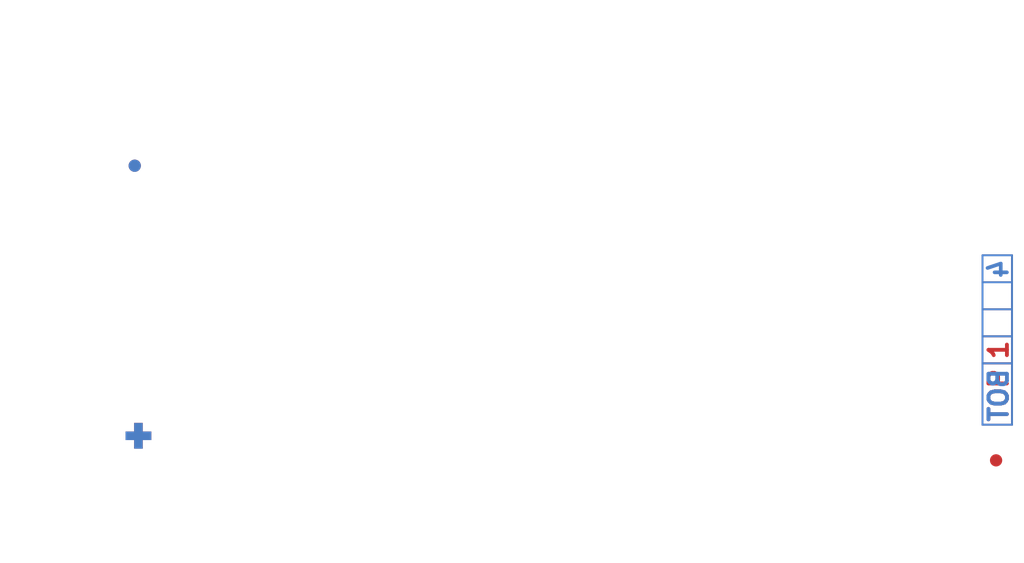
<source format=kicad_pcb>
(kicad_pcb (version 20171130) (host pcbnew "(5.1.4)-1")

  (general
    (thickness 1)
    (drawings 383)
    (tracks 107)
    (zones 0)
    (modules 159)
    (nets 1)
  )

  (page A4)
  (layers
    (0 F.Cu signal)
    (1 In1.Cu_Gnd signal)
    (2 In2.Cu_3V3 signal)
    (31 B.Cu signal)
    (32 B.Adhes user)
    (33 F.Adhes user)
    (34 B.Paste user)
    (35 F.Paste user)
    (36 B.SilkS user)
    (37 F.SilkS user)
    (38 B.Mask user)
    (39 F.Mask user)
    (40 Dwgs.User user)
    (41 Cmts.User user)
    (42 Eco1.User user)
    (43 Eco2.User user)
    (44 Edge.Cuts user)
    (45 Margin user)
    (46 B.CrtYd user)
    (47 F.CrtYd user)
    (48 B.Fab user)
    (49 F.Fab user)
  )

  (setup
    (last_trace_width 0.1)
    (user_trace_width 0.15)
    (user_trace_width 0.2)
    (user_trace_width 0.25)
    (user_trace_width 0.3)
    (user_trace_width 0.35)
    (user_trace_width 0.4)
    (trace_clearance 0.1)
    (zone_clearance 0.1)
    (zone_45_only no)
    (trace_min 0.1)
    (via_size 0.4)
    (via_drill 0.2)
    (via_min_size 0.4)
    (via_min_drill 0.2)
    (uvia_size 0.3)
    (uvia_drill 0.1)
    (uvias_allowed no)
    (uvia_min_size 0.2)
    (uvia_min_drill 0.1)
    (edge_width 0.05)
    (segment_width 0.2)
    (pcb_text_width 0.3)
    (pcb_text_size 1.5 1.5)
    (mod_edge_width 0.12)
    (mod_text_size 1 1)
    (mod_text_width 0.15)
    (pad_size 0.3 0.3)
    (pad_drill 0)
    (pad_to_mask_clearance 0.05)
    (solder_mask_min_width 0.1)
    (aux_axis_origin 110 90)
    (grid_origin 110 90)
    (visible_elements 7FFFFF7F)
    (pcbplotparams
      (layerselection 0x010cc_ffffffff)
      (usegerberextensions false)
      (usegerberattributes false)
      (usegerberadvancedattributes false)
      (creategerberjobfile false)
      (excludeedgelayer true)
      (linewidth 0.250000)
      (plotframeref false)
      (viasonmask false)
      (mode 1)
      (useauxorigin false)
      (hpglpennumber 1)
      (hpglpenspeed 20)
      (hpglpendiameter 15.000000)
      (psnegative false)
      (psa4output false)
      (plotreference true)
      (plotvalue true)
      (plotinvisibletext false)
      (padsonsilk false)
      (subtractmaskfromsilk false)
      (outputformat 1)
      (mirror false)
      (drillshape 0)
      (scaleselection 1)
      (outputdirectory "gerber_files/"))
  )

  (net 0 "")

  (net_class Default "Dies ist die voreingestellte Netzklasse."
    (clearance 0.1)
    (trace_width 0.1)
    (via_dia 0.4)
    (via_drill 0.2)
    (uvia_dia 0.3)
    (uvia_drill 0.1)
  )

  (module Mounting_Holes:MountingHole_2.2mm_M2_DIN965 (layer B.Cu) (tedit 57C9C98D) (tstamp 604E3AA0)
    (at 126.3 87.7)
    (descr "Mounting Hole 2.2mm, no annular, M2, DIN965")
    (tags "mounting hole 2.2mm no annular m2 din965")
    (fp_text reference "" (at 0 2.9 180) (layer B.SilkS)
      (effects (font (size 1 1) (thickness 0.15)) (justify mirror))
    )
    (fp_text value "" (at 0 -2.9 180) (layer B.Fab)
      (effects (font (size 1 1) (thickness 0.15)) (justify mirror))
    )
    (pad "" np_thru_hole circle (at 0 0) (size 3.2 3.2) (drill 3.2) (layers *.Cu *.Mask)
      (clearance 0.3))
  )

  (module Mounting_Holes:MountingHole_2.2mm_M2_DIN965 (layer F.Cu) (tedit 57C9C98D) (tstamp 604E3A9C)
    (at 168.2 87.7 180)
    (descr "Mounting Hole 2.2mm, no annular, M2, DIN965")
    (tags "mounting hole 2.2mm no annular m2 din965")
    (fp_text reference "" (at 0 -2.9) (layer F.SilkS)
      (effects (font (size 1 1) (thickness 0.15)))
    )
    (fp_text value "" (at 0 2.9) (layer F.Fab)
      (effects (font (size 1 1) (thickness 0.15)))
    )
    (pad "" np_thru_hole circle (at 0 0 180) (size 3.2 3.2) (drill 3.2) (layers *.Cu *.Mask)
      (clearance 0.3))
  )

  (module Mounting_Holes:MountingHole_2.2mm_M2_DIN965 (layer B.Cu) (tedit 57C9C98D) (tstamp 604E3A50)
    (at 168.2 50.8 180)
    (descr "Mounting Hole 2.2mm, no annular, M2, DIN965")
    (tags "mounting hole 2.2mm no annular m2 din965")
    (fp_text reference "" (at 0 2.9 180) (layer B.SilkS)
      (effects (font (size 1 1) (thickness 0.15)) (justify mirror))
    )
    (fp_text value "" (at 0 -2.9 180) (layer B.Fab)
      (effects (font (size 1 1) (thickness 0.15)) (justify mirror))
    )
    (pad "" np_thru_hole circle (at 0 0 180) (size 3.2 3.2) (drill 3.2) (layers *.Cu *.Mask)
      (clearance 0.3))
  )

  (module Mounting_Holes:MountingHole_2.2mm_M2_DIN965 (layer F.Cu) (tedit 57C9C98D) (tstamp 604E2630)
    (at 126.3 50.8)
    (descr "Mounting Hole 2.2mm, no annular, M2, DIN965")
    (tags "mounting hole 2.2mm no annular m2 din965")
    (fp_text reference "" (at 0 -2.9) (layer F.SilkS)
      (effects (font (size 1 1) (thickness 0.15)))
    )
    (fp_text value "" (at 0 2.9) (layer F.Fab)
      (effects (font (size 1 1) (thickness 0.15)))
    )
    (pad "" np_thru_hole circle (at 0 0) (size 3.2 3.2) (drill 3.2) (layers *.Cu *.Mask)
      (clearance 0.3))
  )

  (module Fiducials:Fiducial_1mm_Dia_2.54mm_Outer_CopperTop (layer F.Cu) (tedit 5DF27238) (tstamp 604E2596)
    (at 112.5 80.500001 270)
    (descr "Circular Fiducial, 1mm bare copper top; 2.54mm keepout")
    (tags marker)
    (attr virtual)
    (fp_text reference "" (at 3.4 0.7 90) (layer F.SilkS)
      (effects (font (size 1 1) (thickness 0.15)))
    )
    (fp_text value "" (at 0 -1.8 90) (layer F.Fab)
      (effects (font (size 1 1) (thickness 0.15)))
    )
    (fp_circle (center 0 0) (end 1.55 0) (layer F.CrtYd) (width 0.05))
    (pad ~ smd rect (at 0 0 270) (size 2.1 0.7) (layers F.Cu)
      (solder_mask_margin 0.77) (clearance 2))
    (pad ~ smd rect (at 0 0) (size 2.1 0.7) (layers F.Cu)
      (solder_mask_margin 0.77) (clearance 2))
    (pad ~ smd rect (at 0 0 270) (size 0.5 0.5) (layers F.Cu F.Mask)
      (solder_mask_margin 1.1) (clearance 2))
  )

  (module Fiducials:Fiducial_1mm_Dia_2.54mm_Outer_CopperTop (layer B.Cu) (tedit 5DF27238) (tstamp 604E258F)
    (at 112.5 80.500002 270)
    (descr "Circular Fiducial, 1mm bare copper top; 2.54mm keepout")
    (tags marker)
    (attr virtual)
    (fp_text reference "" (at 3.4 -0.7 90) (layer B.SilkS)
      (effects (font (size 1 1) (thickness 0.15)) (justify mirror))
    )
    (fp_text value "" (at 0 1.8 90) (layer B.Fab)
      (effects (font (size 1 1) (thickness 0.15)) (justify mirror))
    )
    (fp_circle (center 0 0) (end 1.55 0) (layer B.CrtYd) (width 0.05))
    (pad ~ smd rect (at 0 0 270) (size 0.5 0.5) (layers B.Cu B.Mask)
      (solder_mask_margin 1.1) (clearance 2))
    (pad ~ smd rect (at 0 0 180) (size 2.1 0.7) (layers B.Cu)
      (solder_mask_margin 0.77) (clearance 2))
    (pad ~ smd rect (at 0 0 270) (size 2.1 0.7) (layers B.Cu)
      (solder_mask_margin 0.77) (clearance 2))
  )

  (module Fiducials:Fiducial_1mm_Dia_2.54mm_Outer_CopperTop (layer B.Cu) (tedit 57C9C696) (tstamp 604E258A)
    (at 112.200003 58.500002)
    (descr "Circular Fiducial, 1mm bare copper top; 2.54mm keepout")
    (tags marker)
    (attr virtual)
    (fp_text reference "" (at 3.4 -0.7 180) (layer B.SilkS)
      (effects (font (size 1 1) (thickness 0.15)) (justify mirror))
    )
    (fp_text value "" (at 0 1.8 180) (layer B.Fab)
      (effects (font (size 1 1) (thickness 0.15)) (justify mirror))
    )
    (fp_circle (center 0 0) (end 1.55 0) (layer B.CrtYd) (width 0.05))
    (pad ~ smd circle (at 0 0) (size 1 1) (layers B.Cu B.Mask)
      (solder_mask_margin 0.77) (clearance 2))
  )

  (module Fiducials:Fiducial_1mm_Dia_2.54mm_Outer_CopperTop (layer F.Cu) (tedit 57C9C696) (tstamp 604E2585)
    (at 112.200003 58.500002)
    (descr "Circular Fiducial, 1mm bare copper top; 2.54mm keepout")
    (tags marker)
    (attr virtual)
    (fp_text reference "" (at 3.4 0.7 180) (layer F.SilkS)
      (effects (font (size 1 1) (thickness 0.15)))
    )
    (fp_text value "" (at 0 -1.8 180) (layer F.Fab)
      (effects (font (size 1 1) (thickness 0.15)))
    )
    (fp_circle (center 0 0) (end 1.55 0) (layer F.CrtYd) (width 0.05))
    (pad ~ smd circle (at 0 0) (size 1 1) (layers F.Cu F.Mask)
      (solder_mask_margin 0.77) (clearance 2))
  )

  (module Fiducials:Fiducial_1mm_Dia_2.54mm_Outer_CopperTop (layer F.Cu) (tedit 57C9C696) (tstamp 604E255E)
    (at 182.3 82.5 180)
    (descr "Circular Fiducial, 1mm bare copper top; 2.54mm keepout")
    (tags marker)
    (attr virtual)
    (fp_text reference "" (at 3.4 0.7) (layer F.SilkS)
      (effects (font (size 1 1) (thickness 0.15)))
    )
    (fp_text value "" (at 0 -1.8) (layer F.Fab)
      (effects (font (size 1 1) (thickness 0.15)))
    )
    (fp_circle (center 0 0) (end 1.55 0) (layer F.CrtYd) (width 0.05))
    (pad ~ smd circle (at 0 0 180) (size 1 1) (layers F.Cu F.Mask)
      (solder_mask_margin 0.77) (clearance 2))
  )

  (module Mounting_Holes:MountingHole_2.2mm_M2 (layer F.Cu) (tedit 5FF60EF9) (tstamp 604E344B)
    (at 175.430003 84.61 180)
    (descr "Mounting Hole 2.2mm, no annular, M2")
    (tags "mounting hole 2.2mm no annular m2")
    (fp_text reference REF** (at 0 -3.2 180) (layer F.Fab) hide
      (effects (font (size 0.5 0.5) (thickness 0.07)))
    )
    (fp_text value MountingHole_2.2mm_M2 (at -1.25 -1.35 180) (layer F.Fab) hide
      (effects (font (size 0.5 0.5) (thickness 0.07)))
    )
    (pad "" np_thru_hole circle (at 0 0 180) (size 0.6 0.6) (drill 0.6) (layers *.Cu *.Mask)
      (solder_mask_margin 0.000001))
  )

  (module Mounting_Holes:MountingHole_2.2mm_M2 (layer F.Cu) (tedit 5FF60EF9) (tstamp 604E3443)
    (at 161.930003 84.61 180)
    (descr "Mounting Hole 2.2mm, no annular, M2")
    (tags "mounting hole 2.2mm no annular m2")
    (fp_text reference REF** (at 0 -3.2 180) (layer F.Fab) hide
      (effects (font (size 0.5 0.5) (thickness 0.07)))
    )
    (fp_text value MountingHole_2.2mm_M2 (at -1.25 -1.35 180) (layer F.Fab) hide
      (effects (font (size 0.5 0.5) (thickness 0.07)))
    )
    (pad "" np_thru_hole circle (at 0 0 180) (size 0.6 0.6) (drill 0.6) (layers *.Cu *.Mask)
      (solder_mask_margin 0.000001))
  )

  (module Mounting_Holes:MountingHole_2.2mm_M2 (layer F.Cu) (tedit 5FF60EF9) (tstamp 604E343B)
    (at 148.430003 84.61 180)
    (descr "Mounting Hole 2.2mm, no annular, M2")
    (tags "mounting hole 2.2mm no annular m2")
    (fp_text reference REF** (at 0 -3.2 180) (layer F.Fab) hide
      (effects (font (size 0.5 0.5) (thickness 0.07)))
    )
    (fp_text value MountingHole_2.2mm_M2 (at -1.25 -1.35 180) (layer F.Fab) hide
      (effects (font (size 0.5 0.5) (thickness 0.07)))
    )
    (pad "" np_thru_hole circle (at 0 0 180) (size 0.6 0.6) (drill 0.6) (layers *.Cu *.Mask)
      (solder_mask_margin 0.000001))
  )

  (module Mounting_Holes:MountingHole_2.2mm_M2 (layer F.Cu) (tedit 5FF60EF9) (tstamp 604E3433)
    (at 134.930003 84.61 180)
    (descr "Mounting Hole 2.2mm, no annular, M2")
    (tags "mounting hole 2.2mm no annular m2")
    (fp_text reference REF** (at 0 -3.2 180) (layer F.Fab) hide
      (effects (font (size 0.5 0.5) (thickness 0.07)))
    )
    (fp_text value MountingHole_2.2mm_M2 (at -1.25 -1.35 180) (layer F.Fab) hide
      (effects (font (size 0.5 0.5) (thickness 0.07)))
    )
    (pad "" np_thru_hole circle (at 0 0 180) (size 0.6 0.6) (drill 0.6) (layers *.Cu *.Mask)
      (solder_mask_margin 0.000001))
  )

  (module Mounting_Holes:MountingHole_2.2mm_M2 (layer F.Cu) (tedit 5FF60EF9) (tstamp 604E342B)
    (at 121.430003 84.61 180)
    (descr "Mounting Hole 2.2mm, no annular, M2")
    (tags "mounting hole 2.2mm no annular m2")
    (fp_text reference REF** (at 0 -3.2 180) (layer F.Fab) hide
      (effects (font (size 0.5 0.5) (thickness 0.07)))
    )
    (fp_text value MountingHole_2.2mm_M2 (at -1.25 -1.35 180) (layer F.Fab) hide
      (effects (font (size 0.5 0.5) (thickness 0.07)))
    )
    (pad "" np_thru_hole circle (at 0 0 180) (size 0.6 0.6) (drill 0.6) (layers *.Cu *.Mask)
      (solder_mask_margin 0.000001))
  )

  (module Mounting_Holes:MountingHole_2.2mm_M2 (layer F.Cu) (tedit 5FF60EF9) (tstamp 604E3423)
    (at 175.430003 73.11 180)
    (descr "Mounting Hole 2.2mm, no annular, M2")
    (tags "mounting hole 2.2mm no annular m2")
    (fp_text reference REF** (at 0 -3.2 180) (layer F.Fab) hide
      (effects (font (size 0.5 0.5) (thickness 0.07)))
    )
    (fp_text value MountingHole_2.2mm_M2 (at -1.25 -1.35 180) (layer F.Fab) hide
      (effects (font (size 0.5 0.5) (thickness 0.07)))
    )
    (pad "" np_thru_hole circle (at 0 0 180) (size 0.6 0.6) (drill 0.6) (layers *.Cu *.Mask)
      (solder_mask_margin 0.000001))
  )

  (module Mounting_Holes:MountingHole_2.2mm_M2 (layer F.Cu) (tedit 5FF60EF9) (tstamp 604E341B)
    (at 161.930003 73.11 180)
    (descr "Mounting Hole 2.2mm, no annular, M2")
    (tags "mounting hole 2.2mm no annular m2")
    (fp_text reference REF** (at 0 -3.2 180) (layer F.Fab) hide
      (effects (font (size 0.5 0.5) (thickness 0.07)))
    )
    (fp_text value MountingHole_2.2mm_M2 (at -1.25 -1.35 180) (layer F.Fab) hide
      (effects (font (size 0.5 0.5) (thickness 0.07)))
    )
    (pad "" np_thru_hole circle (at 0 0 180) (size 0.6 0.6) (drill 0.6) (layers *.Cu *.Mask)
      (solder_mask_margin 0.000001))
  )

  (module Mounting_Holes:MountingHole_2.2mm_M2 (layer F.Cu) (tedit 5FF60EF9) (tstamp 604E3413)
    (at 148.430003 73.11 180)
    (descr "Mounting Hole 2.2mm, no annular, M2")
    (tags "mounting hole 2.2mm no annular m2")
    (fp_text reference REF** (at 0 -3.2 180) (layer F.Fab) hide
      (effects (font (size 0.5 0.5) (thickness 0.07)))
    )
    (fp_text value MountingHole_2.2mm_M2 (at -1.25 -1.35 180) (layer F.Fab) hide
      (effects (font (size 0.5 0.5) (thickness 0.07)))
    )
    (pad "" np_thru_hole circle (at 0 0 180) (size 0.6 0.6) (drill 0.6) (layers *.Cu *.Mask)
      (solder_mask_margin 0.000001))
  )

  (module Mounting_Holes:MountingHole_2.2mm_M2 (layer F.Cu) (tedit 5FF60EF9) (tstamp 604E340B)
    (at 134.930003 73.11 180)
    (descr "Mounting Hole 2.2mm, no annular, M2")
    (tags "mounting hole 2.2mm no annular m2")
    (fp_text reference REF** (at 0 -3.2 180) (layer F.Fab) hide
      (effects (font (size 0.5 0.5) (thickness 0.07)))
    )
    (fp_text value MountingHole_2.2mm_M2 (at -1.25 -1.35 180) (layer F.Fab) hide
      (effects (font (size 0.5 0.5) (thickness 0.07)))
    )
    (pad "" np_thru_hole circle (at 0 0 180) (size 0.6 0.6) (drill 0.6) (layers *.Cu *.Mask)
      (solder_mask_margin 0.000001))
  )

  (module Mounting_Holes:MountingHole_2.2mm_M2 (layer F.Cu) (tedit 5FF60EF9) (tstamp 604E3403)
    (at 121.430003 73.11 180)
    (descr "Mounting Hole 2.2mm, no annular, M2")
    (tags "mounting hole 2.2mm no annular m2")
    (fp_text reference REF** (at 0 -3.2 180) (layer F.Fab) hide
      (effects (font (size 0.5 0.5) (thickness 0.07)))
    )
    (fp_text value MountingHole_2.2mm_M2 (at -1.25 -1.35 180) (layer F.Fab) hide
      (effects (font (size 0.5 0.5) (thickness 0.07)))
    )
    (pad "" np_thru_hole circle (at 0 0 180) (size 0.6 0.6) (drill 0.6) (layers *.Cu *.Mask)
      (solder_mask_margin 0.000001))
  )

  (module Mounting_Holes:MountingHole_2.2mm_M2 (layer F.Cu) (tedit 5FF60EF9) (tstamp 604E33FB)
    (at 175.430003 61.61 180)
    (descr "Mounting Hole 2.2mm, no annular, M2")
    (tags "mounting hole 2.2mm no annular m2")
    (fp_text reference REF** (at 0 -3.2 180) (layer F.Fab) hide
      (effects (font (size 0.5 0.5) (thickness 0.07)))
    )
    (fp_text value MountingHole_2.2mm_M2 (at -1.25 -1.35 180) (layer F.Fab) hide
      (effects (font (size 0.5 0.5) (thickness 0.07)))
    )
    (pad "" np_thru_hole circle (at 0 0 180) (size 0.6 0.6) (drill 0.6) (layers *.Cu *.Mask)
      (solder_mask_margin 0.000001))
  )

  (module Mounting_Holes:MountingHole_2.2mm_M2 (layer F.Cu) (tedit 5FF60EF9) (tstamp 604E33F3)
    (at 161.930003 61.61 180)
    (descr "Mounting Hole 2.2mm, no annular, M2")
    (tags "mounting hole 2.2mm no annular m2")
    (fp_text reference REF** (at 0 -3.2 180) (layer F.Fab) hide
      (effects (font (size 0.5 0.5) (thickness 0.07)))
    )
    (fp_text value MountingHole_2.2mm_M2 (at -1.25 -1.35 180) (layer F.Fab) hide
      (effects (font (size 0.5 0.5) (thickness 0.07)))
    )
    (pad "" np_thru_hole circle (at 0 0 180) (size 0.6 0.6) (drill 0.6) (layers *.Cu *.Mask)
      (solder_mask_margin 0.000001))
  )

  (module Mounting_Holes:MountingHole_2.2mm_M2 (layer F.Cu) (tedit 5FF60EF9) (tstamp 604E33EB)
    (at 148.430003 61.61 180)
    (descr "Mounting Hole 2.2mm, no annular, M2")
    (tags "mounting hole 2.2mm no annular m2")
    (fp_text reference REF** (at 0 -3.2 180) (layer F.Fab) hide
      (effects (font (size 0.5 0.5) (thickness 0.07)))
    )
    (fp_text value MountingHole_2.2mm_M2 (at -1.25 -1.35 180) (layer F.Fab) hide
      (effects (font (size 0.5 0.5) (thickness 0.07)))
    )
    (pad "" np_thru_hole circle (at 0 0 180) (size 0.6 0.6) (drill 0.6) (layers *.Cu *.Mask)
      (solder_mask_margin 0.000001))
  )

  (module Mounting_Holes:MountingHole_2.2mm_M2 (layer F.Cu) (tedit 5FF60EF9) (tstamp 604E33E3)
    (at 134.930003 61.61 180)
    (descr "Mounting Hole 2.2mm, no annular, M2")
    (tags "mounting hole 2.2mm no annular m2")
    (fp_text reference REF** (at 0 -3.2 180) (layer F.Fab) hide
      (effects (font (size 0.5 0.5) (thickness 0.07)))
    )
    (fp_text value MountingHole_2.2mm_M2 (at -1.25 -1.35 180) (layer F.Fab) hide
      (effects (font (size 0.5 0.5) (thickness 0.07)))
    )
    (pad "" np_thru_hole circle (at 0 0 180) (size 0.6 0.6) (drill 0.6) (layers *.Cu *.Mask)
      (solder_mask_margin 0.000001))
  )

  (module Mounting_Holes:MountingHole_2.2mm_M2 (layer F.Cu) (tedit 5F3A9E3F) (tstamp 604E33D7)
    (at 175.019998 76.99 180)
    (descr "Mounting Hole 2.2mm, no annular, M2")
    (tags "mounting hole 2.2mm no annular m2")
    (fp_text reference REF** (at 0 -3.2 180) (layer F.Fab) hide
      (effects (font (size 0.5 0.5) (thickness 0.07)))
    )
    (fp_text value MountingHole_2.2mm_M2 (at -1.6 -2.25 180) (layer F.Fab) hide
      (effects (font (size 0.5 0.5) (thickness 0.07)))
    )
    (pad "" np_thru_hole circle (at 0 0 180) (size 0.3 0.3) (drill 0.3) (layers *.Cu *.Mask)
      (solder_mask_margin 0.000001))
  )

  (module Mounting_Holes:MountingHole_2.2mm_M2 (layer F.Cu) (tedit 5F3A9E3F) (tstamp 604E33CF)
    (at 161.519998 76.99 180)
    (descr "Mounting Hole 2.2mm, no annular, M2")
    (tags "mounting hole 2.2mm no annular m2")
    (fp_text reference REF** (at 0 -3.2 180) (layer F.Fab) hide
      (effects (font (size 0.5 0.5) (thickness 0.07)))
    )
    (fp_text value MountingHole_2.2mm_M2 (at -1.6 -2.25 180) (layer F.Fab) hide
      (effects (font (size 0.5 0.5) (thickness 0.07)))
    )
    (pad "" np_thru_hole circle (at 0 0 180) (size 0.3 0.3) (drill 0.3) (layers *.Cu *.Mask)
      (solder_mask_margin 0.000001))
  )

  (module Mounting_Holes:MountingHole_2.2mm_M2 (layer F.Cu) (tedit 5F3A9E3F) (tstamp 604E33C7)
    (at 148.019998 76.99 180)
    (descr "Mounting Hole 2.2mm, no annular, M2")
    (tags "mounting hole 2.2mm no annular m2")
    (fp_text reference REF** (at 0 -3.2 180) (layer F.Fab) hide
      (effects (font (size 0.5 0.5) (thickness 0.07)))
    )
    (fp_text value MountingHole_2.2mm_M2 (at -1.6 -2.25 180) (layer F.Fab) hide
      (effects (font (size 0.5 0.5) (thickness 0.07)))
    )
    (pad "" np_thru_hole circle (at 0 0 180) (size 0.3 0.3) (drill 0.3) (layers *.Cu *.Mask)
      (solder_mask_margin 0.000001))
  )

  (module Mounting_Holes:MountingHole_2.2mm_M2 (layer F.Cu) (tedit 5F3A9E3F) (tstamp 604E33BF)
    (at 134.519998 76.99 180)
    (descr "Mounting Hole 2.2mm, no annular, M2")
    (tags "mounting hole 2.2mm no annular m2")
    (fp_text reference REF** (at 0 -3.2 180) (layer F.Fab) hide
      (effects (font (size 0.5 0.5) (thickness 0.07)))
    )
    (fp_text value MountingHole_2.2mm_M2 (at -1.6 -2.25 180) (layer F.Fab) hide
      (effects (font (size 0.5 0.5) (thickness 0.07)))
    )
    (pad "" np_thru_hole circle (at 0 0 180) (size 0.3 0.3) (drill 0.3) (layers *.Cu *.Mask)
      (solder_mask_margin 0.000001))
  )

  (module Mounting_Holes:MountingHole_2.2mm_M2 (layer F.Cu) (tedit 5F3A9E3F) (tstamp 604E33B7)
    (at 121.019998 76.99 180)
    (descr "Mounting Hole 2.2mm, no annular, M2")
    (tags "mounting hole 2.2mm no annular m2")
    (fp_text reference REF** (at 0 -3.2 180) (layer F.Fab) hide
      (effects (font (size 0.5 0.5) (thickness 0.07)))
    )
    (fp_text value MountingHole_2.2mm_M2 (at -1.6 -2.25 180) (layer F.Fab) hide
      (effects (font (size 0.5 0.5) (thickness 0.07)))
    )
    (pad "" np_thru_hole circle (at 0 0 180) (size 0.3 0.3) (drill 0.3) (layers *.Cu *.Mask)
      (solder_mask_margin 0.000001))
  )

  (module Mounting_Holes:MountingHole_2.2mm_M2 (layer F.Cu) (tedit 5F3A9E3F) (tstamp 604E33AF)
    (at 175.019998 65.49 180)
    (descr "Mounting Hole 2.2mm, no annular, M2")
    (tags "mounting hole 2.2mm no annular m2")
    (fp_text reference REF** (at 0 -3.2 180) (layer F.Fab) hide
      (effects (font (size 0.5 0.5) (thickness 0.07)))
    )
    (fp_text value MountingHole_2.2mm_M2 (at -1.6 -2.25 180) (layer F.Fab) hide
      (effects (font (size 0.5 0.5) (thickness 0.07)))
    )
    (pad "" np_thru_hole circle (at 0 0 180) (size 0.3 0.3) (drill 0.3) (layers *.Cu *.Mask)
      (solder_mask_margin 0.000001))
  )

  (module Mounting_Holes:MountingHole_2.2mm_M2 (layer F.Cu) (tedit 5F3A9E3F) (tstamp 604E33A7)
    (at 161.519998 65.49 180)
    (descr "Mounting Hole 2.2mm, no annular, M2")
    (tags "mounting hole 2.2mm no annular m2")
    (fp_text reference REF** (at 0 -3.2 180) (layer F.Fab) hide
      (effects (font (size 0.5 0.5) (thickness 0.07)))
    )
    (fp_text value MountingHole_2.2mm_M2 (at -1.6 -2.25 180) (layer F.Fab) hide
      (effects (font (size 0.5 0.5) (thickness 0.07)))
    )
    (pad "" np_thru_hole circle (at 0 0 180) (size 0.3 0.3) (drill 0.3) (layers *.Cu *.Mask)
      (solder_mask_margin 0.000001))
  )

  (module Mounting_Holes:MountingHole_2.2mm_M2 (layer F.Cu) (tedit 5F3A9E3F) (tstamp 604E339F)
    (at 148.019998 65.49 180)
    (descr "Mounting Hole 2.2mm, no annular, M2")
    (tags "mounting hole 2.2mm no annular m2")
    (fp_text reference REF** (at 0 -3.2 180) (layer F.Fab) hide
      (effects (font (size 0.5 0.5) (thickness 0.07)))
    )
    (fp_text value MountingHole_2.2mm_M2 (at -1.6 -2.25 180) (layer F.Fab) hide
      (effects (font (size 0.5 0.5) (thickness 0.07)))
    )
    (pad "" np_thru_hole circle (at 0 0 180) (size 0.3 0.3) (drill 0.3) (layers *.Cu *.Mask)
      (solder_mask_margin 0.000001))
  )

  (module Mounting_Holes:MountingHole_2.2mm_M2 (layer F.Cu) (tedit 5F3A9E3F) (tstamp 604E3397)
    (at 134.519998 65.49 180)
    (descr "Mounting Hole 2.2mm, no annular, M2")
    (tags "mounting hole 2.2mm no annular m2")
    (fp_text reference REF** (at 0 -3.2 180) (layer F.Fab) hide
      (effects (font (size 0.5 0.5) (thickness 0.07)))
    )
    (fp_text value MountingHole_2.2mm_M2 (at -1.6 -2.25 180) (layer F.Fab) hide
      (effects (font (size 0.5 0.5) (thickness 0.07)))
    )
    (pad "" np_thru_hole circle (at 0 0 180) (size 0.3 0.3) (drill 0.3) (layers *.Cu *.Mask)
      (solder_mask_margin 0.000001))
  )

  (module Mounting_Holes:MountingHole_2.2mm_M2 (layer F.Cu) (tedit 5F3A9E3F) (tstamp 604E338F)
    (at 121.019998 65.49 180)
    (descr "Mounting Hole 2.2mm, no annular, M2")
    (tags "mounting hole 2.2mm no annular m2")
    (fp_text reference REF** (at 0 -3.2 180) (layer F.Fab) hide
      (effects (font (size 0.5 0.5) (thickness 0.07)))
    )
    (fp_text value MountingHole_2.2mm_M2 (at -1.6 -2.25 180) (layer F.Fab) hide
      (effects (font (size 0.5 0.5) (thickness 0.07)))
    )
    (pad "" np_thru_hole circle (at 0 0 180) (size 0.3 0.3) (drill 0.3) (layers *.Cu *.Mask)
      (solder_mask_margin 0.000001))
  )

  (module Mounting_Holes:MountingHole_2.2mm_M2 (layer F.Cu) (tedit 5F3A9E3F) (tstamp 604E3387)
    (at 175.019998 53.99 180)
    (descr "Mounting Hole 2.2mm, no annular, M2")
    (tags "mounting hole 2.2mm no annular m2")
    (fp_text reference REF** (at 0 -3.2 180) (layer F.Fab) hide
      (effects (font (size 0.5 0.5) (thickness 0.07)))
    )
    (fp_text value MountingHole_2.2mm_M2 (at -1.6 -2.25 180) (layer F.Fab) hide
      (effects (font (size 0.5 0.5) (thickness 0.07)))
    )
    (pad "" np_thru_hole circle (at 0 0 180) (size 0.3 0.3) (drill 0.3) (layers *.Cu *.Mask)
      (solder_mask_margin 0.000001))
  )

  (module Mounting_Holes:MountingHole_2.2mm_M2 (layer F.Cu) (tedit 5F3A9E3F) (tstamp 604E337F)
    (at 161.519998 53.99 180)
    (descr "Mounting Hole 2.2mm, no annular, M2")
    (tags "mounting hole 2.2mm no annular m2")
    (fp_text reference REF** (at 0 -3.2 180) (layer F.Fab) hide
      (effects (font (size 0.5 0.5) (thickness 0.07)))
    )
    (fp_text value MountingHole_2.2mm_M2 (at -1.6 -2.25 180) (layer F.Fab) hide
      (effects (font (size 0.5 0.5) (thickness 0.07)))
    )
    (pad "" np_thru_hole circle (at 0 0 180) (size 0.3 0.3) (drill 0.3) (layers *.Cu *.Mask)
      (solder_mask_margin 0.000001))
  )

  (module Mounting_Holes:MountingHole_2.2mm_M2 (layer F.Cu) (tedit 5F3A9E3F) (tstamp 604E3377)
    (at 148.019998 53.99 180)
    (descr "Mounting Hole 2.2mm, no annular, M2")
    (tags "mounting hole 2.2mm no annular m2")
    (fp_text reference REF** (at 0 -3.2 180) (layer F.Fab) hide
      (effects (font (size 0.5 0.5) (thickness 0.07)))
    )
    (fp_text value MountingHole_2.2mm_M2 (at -1.6 -2.25 180) (layer F.Fab) hide
      (effects (font (size 0.5 0.5) (thickness 0.07)))
    )
    (pad "" np_thru_hole circle (at 0 0 180) (size 0.3 0.3) (drill 0.3) (layers *.Cu *.Mask)
      (solder_mask_margin 0.000001))
  )

  (module Mounting_Holes:MountingHole_2.2mm_M2 (layer F.Cu) (tedit 5F3A9E3F) (tstamp 604E336F)
    (at 134.519998 53.99 180)
    (descr "Mounting Hole 2.2mm, no annular, M2")
    (tags "mounting hole 2.2mm no annular m2")
    (fp_text reference REF** (at 0 -3.2 180) (layer F.Fab) hide
      (effects (font (size 0.5 0.5) (thickness 0.07)))
    )
    (fp_text value MountingHole_2.2mm_M2 (at -1.6 -2.25 180) (layer F.Fab) hide
      (effects (font (size 0.5 0.5) (thickness 0.07)))
    )
    (pad "" np_thru_hole circle (at 0 0 180) (size 0.3 0.3) (drill 0.3) (layers *.Cu *.Mask)
      (solder_mask_margin 0.000001))
  )

  (module Mounting_Holes:MountingHole_2.2mm_M2 (layer F.Cu) (tedit 5F3A9E44) (tstamp 604E3363)
    (at 174.780004 84.51)
    (descr "Mounting Hole 2.2mm, no annular, M2")
    (tags "mounting hole 2.2mm no annular m2")
    (fp_text reference REF** (at 0 -3.2 180) (layer F.Fab) hide
      (effects (font (size 0.5 0.5) (thickness 0.07)))
    )
    (fp_text value MountingHole_2.2mm_M2 (at -1.6 -2.25 180) (layer F.Fab) hide
      (effects (font (size 0.5 0.5) (thickness 0.07)))
    )
    (pad "" np_thru_hole circle (at 0 0) (size 0.3 0.3) (drill 0.3) (layers *.Cu *.Mask)
      (solder_mask_margin 0.000001))
  )

  (module Mounting_Holes:MountingHole_2.2mm_M2 (layer F.Cu) (tedit 5F3A9E44) (tstamp 604E335B)
    (at 161.280004 84.51)
    (descr "Mounting Hole 2.2mm, no annular, M2")
    (tags "mounting hole 2.2mm no annular m2")
    (fp_text reference REF** (at 0 -3.2 180) (layer F.Fab) hide
      (effects (font (size 0.5 0.5) (thickness 0.07)))
    )
    (fp_text value MountingHole_2.2mm_M2 (at -1.6 -2.25 180) (layer F.Fab) hide
      (effects (font (size 0.5 0.5) (thickness 0.07)))
    )
    (pad "" np_thru_hole circle (at 0 0) (size 0.3 0.3) (drill 0.3) (layers *.Cu *.Mask)
      (solder_mask_margin 0.000001))
  )

  (module Mounting_Holes:MountingHole_2.2mm_M2 (layer F.Cu) (tedit 5F3A9E44) (tstamp 604E3353)
    (at 147.780004 84.51)
    (descr "Mounting Hole 2.2mm, no annular, M2")
    (tags "mounting hole 2.2mm no annular m2")
    (fp_text reference REF** (at 0 -3.2 180) (layer F.Fab) hide
      (effects (font (size 0.5 0.5) (thickness 0.07)))
    )
    (fp_text value MountingHole_2.2mm_M2 (at -1.6 -2.25 180) (layer F.Fab) hide
      (effects (font (size 0.5 0.5) (thickness 0.07)))
    )
    (pad "" np_thru_hole circle (at 0 0) (size 0.3 0.3) (drill 0.3) (layers *.Cu *.Mask)
      (solder_mask_margin 0.000001))
  )

  (module Mounting_Holes:MountingHole_2.2mm_M2 (layer F.Cu) (tedit 5F3A9E44) (tstamp 604E334B)
    (at 134.280004 84.51)
    (descr "Mounting Hole 2.2mm, no annular, M2")
    (tags "mounting hole 2.2mm no annular m2")
    (fp_text reference REF** (at 0 -3.2 180) (layer F.Fab) hide
      (effects (font (size 0.5 0.5) (thickness 0.07)))
    )
    (fp_text value MountingHole_2.2mm_M2 (at -1.6 -2.25 180) (layer F.Fab) hide
      (effects (font (size 0.5 0.5) (thickness 0.07)))
    )
    (pad "" np_thru_hole circle (at 0 0) (size 0.3 0.3) (drill 0.3) (layers *.Cu *.Mask)
      (solder_mask_margin 0.000001))
  )

  (module Mounting_Holes:MountingHole_2.2mm_M2 (layer F.Cu) (tedit 5F3A9E44) (tstamp 604E3343)
    (at 120.780004 84.51)
    (descr "Mounting Hole 2.2mm, no annular, M2")
    (tags "mounting hole 2.2mm no annular m2")
    (fp_text reference REF** (at 0 -3.2 180) (layer F.Fab) hide
      (effects (font (size 0.5 0.5) (thickness 0.07)))
    )
    (fp_text value MountingHole_2.2mm_M2 (at -1.6 -2.25 180) (layer F.Fab) hide
      (effects (font (size 0.5 0.5) (thickness 0.07)))
    )
    (pad "" np_thru_hole circle (at 0 0) (size 0.3 0.3) (drill 0.3) (layers *.Cu *.Mask)
      (solder_mask_margin 0.000001))
  )

  (module Mounting_Holes:MountingHole_2.2mm_M2 (layer F.Cu) (tedit 5F3A9E44) (tstamp 604E333B)
    (at 174.780004 73.01)
    (descr "Mounting Hole 2.2mm, no annular, M2")
    (tags "mounting hole 2.2mm no annular m2")
    (fp_text reference REF** (at 0 -3.2 180) (layer F.Fab) hide
      (effects (font (size 0.5 0.5) (thickness 0.07)))
    )
    (fp_text value MountingHole_2.2mm_M2 (at -1.6 -2.25 180) (layer F.Fab) hide
      (effects (font (size 0.5 0.5) (thickness 0.07)))
    )
    (pad "" np_thru_hole circle (at 0 0) (size 0.3 0.3) (drill 0.3) (layers *.Cu *.Mask)
      (solder_mask_margin 0.000001))
  )

  (module Mounting_Holes:MountingHole_2.2mm_M2 (layer F.Cu) (tedit 5F3A9E44) (tstamp 604E3333)
    (at 161.280004 73.01)
    (descr "Mounting Hole 2.2mm, no annular, M2")
    (tags "mounting hole 2.2mm no annular m2")
    (fp_text reference REF** (at 0 -3.2 180) (layer F.Fab) hide
      (effects (font (size 0.5 0.5) (thickness 0.07)))
    )
    (fp_text value MountingHole_2.2mm_M2 (at -1.6 -2.25 180) (layer F.Fab) hide
      (effects (font (size 0.5 0.5) (thickness 0.07)))
    )
    (pad "" np_thru_hole circle (at 0 0) (size 0.3 0.3) (drill 0.3) (layers *.Cu *.Mask)
      (solder_mask_margin 0.000001))
  )

  (module Mounting_Holes:MountingHole_2.2mm_M2 (layer F.Cu) (tedit 5F3A9E44) (tstamp 604E332B)
    (at 147.780004 73.01)
    (descr "Mounting Hole 2.2mm, no annular, M2")
    (tags "mounting hole 2.2mm no annular m2")
    (fp_text reference REF** (at 0 -3.2 180) (layer F.Fab) hide
      (effects (font (size 0.5 0.5) (thickness 0.07)))
    )
    (fp_text value MountingHole_2.2mm_M2 (at -1.6 -2.25 180) (layer F.Fab) hide
      (effects (font (size 0.5 0.5) (thickness 0.07)))
    )
    (pad "" np_thru_hole circle (at 0 0) (size 0.3 0.3) (drill 0.3) (layers *.Cu *.Mask)
      (solder_mask_margin 0.000001))
  )

  (module Mounting_Holes:MountingHole_2.2mm_M2 (layer F.Cu) (tedit 5F3A9E44) (tstamp 604E3323)
    (at 134.280004 73.01)
    (descr "Mounting Hole 2.2mm, no annular, M2")
    (tags "mounting hole 2.2mm no annular m2")
    (fp_text reference REF** (at 0 -3.2 180) (layer F.Fab) hide
      (effects (font (size 0.5 0.5) (thickness 0.07)))
    )
    (fp_text value MountingHole_2.2mm_M2 (at -1.6 -2.25 180) (layer F.Fab) hide
      (effects (font (size 0.5 0.5) (thickness 0.07)))
    )
    (pad "" np_thru_hole circle (at 0 0) (size 0.3 0.3) (drill 0.3) (layers *.Cu *.Mask)
      (solder_mask_margin 0.000001))
  )

  (module Mounting_Holes:MountingHole_2.2mm_M2 (layer F.Cu) (tedit 5F3A9E44) (tstamp 604E331B)
    (at 120.780004 73.01)
    (descr "Mounting Hole 2.2mm, no annular, M2")
    (tags "mounting hole 2.2mm no annular m2")
    (fp_text reference REF** (at 0 -3.2 180) (layer F.Fab) hide
      (effects (font (size 0.5 0.5) (thickness 0.07)))
    )
    (fp_text value MountingHole_2.2mm_M2 (at -1.6 -2.25 180) (layer F.Fab) hide
      (effects (font (size 0.5 0.5) (thickness 0.07)))
    )
    (pad "" np_thru_hole circle (at 0 0) (size 0.3 0.3) (drill 0.3) (layers *.Cu *.Mask)
      (solder_mask_margin 0.000001))
  )

  (module Mounting_Holes:MountingHole_2.2mm_M2 (layer F.Cu) (tedit 5F3A9E44) (tstamp 604E3313)
    (at 174.780004 61.51)
    (descr "Mounting Hole 2.2mm, no annular, M2")
    (tags "mounting hole 2.2mm no annular m2")
    (fp_text reference REF** (at 0 -3.2 180) (layer F.Fab) hide
      (effects (font (size 0.5 0.5) (thickness 0.07)))
    )
    (fp_text value MountingHole_2.2mm_M2 (at -1.6 -2.25 180) (layer F.Fab) hide
      (effects (font (size 0.5 0.5) (thickness 0.07)))
    )
    (pad "" np_thru_hole circle (at 0 0) (size 0.3 0.3) (drill 0.3) (layers *.Cu *.Mask)
      (solder_mask_margin 0.000001))
  )

  (module Mounting_Holes:MountingHole_2.2mm_M2 (layer F.Cu) (tedit 5F3A9E44) (tstamp 604E330B)
    (at 161.280004 61.51)
    (descr "Mounting Hole 2.2mm, no annular, M2")
    (tags "mounting hole 2.2mm no annular m2")
    (fp_text reference REF** (at 0 -3.2 180) (layer F.Fab) hide
      (effects (font (size 0.5 0.5) (thickness 0.07)))
    )
    (fp_text value MountingHole_2.2mm_M2 (at -1.6 -2.25 180) (layer F.Fab) hide
      (effects (font (size 0.5 0.5) (thickness 0.07)))
    )
    (pad "" np_thru_hole circle (at 0 0) (size 0.3 0.3) (drill 0.3) (layers *.Cu *.Mask)
      (solder_mask_margin 0.000001))
  )

  (module Mounting_Holes:MountingHole_2.2mm_M2 (layer F.Cu) (tedit 5F3A9E44) (tstamp 604E3303)
    (at 147.780004 61.51)
    (descr "Mounting Hole 2.2mm, no annular, M2")
    (tags "mounting hole 2.2mm no annular m2")
    (fp_text reference REF** (at 0 -3.2 180) (layer F.Fab) hide
      (effects (font (size 0.5 0.5) (thickness 0.07)))
    )
    (fp_text value MountingHole_2.2mm_M2 (at -1.6 -2.25 180) (layer F.Fab) hide
      (effects (font (size 0.5 0.5) (thickness 0.07)))
    )
    (pad "" np_thru_hole circle (at 0 0) (size 0.3 0.3) (drill 0.3) (layers *.Cu *.Mask)
      (solder_mask_margin 0.000001))
  )

  (module Mounting_Holes:MountingHole_2.2mm_M2 (layer F.Cu) (tedit 5F3A9E44) (tstamp 604E32FB)
    (at 134.280004 61.51)
    (descr "Mounting Hole 2.2mm, no annular, M2")
    (tags "mounting hole 2.2mm no annular m2")
    (fp_text reference REF** (at 0 -3.2 180) (layer F.Fab) hide
      (effects (font (size 0.5 0.5) (thickness 0.07)))
    )
    (fp_text value MountingHole_2.2mm_M2 (at -1.6 -2.25 180) (layer F.Fab) hide
      (effects (font (size 0.5 0.5) (thickness 0.07)))
    )
    (pad "" np_thru_hole circle (at 0 0) (size 0.3 0.3) (drill 0.3) (layers *.Cu *.Mask)
      (solder_mask_margin 0.000001))
  )

  (module Mounting_Holes:MountingHole_2.2mm_M2 (layer F.Cu) (tedit 5F3A9E44) (tstamp 604E32EF)
    (at 174.519996 76.99 180)
    (descr "Mounting Hole 2.2mm, no annular, M2")
    (tags "mounting hole 2.2mm no annular m2")
    (fp_text reference REF** (at 0 -3.2 180) (layer F.Fab) hide
      (effects (font (size 0.5 0.5) (thickness 0.07)))
    )
    (fp_text value MountingHole_2.2mm_M2 (at -1.6 -2.25 180) (layer F.Fab) hide
      (effects (font (size 0.5 0.5) (thickness 0.07)))
    )
    (pad "" np_thru_hole circle (at 0 0 180) (size 0.3 0.3) (drill 0.3) (layers *.Cu *.Mask)
      (solder_mask_margin 0.000001))
  )

  (module Mounting_Holes:MountingHole_2.2mm_M2 (layer F.Cu) (tedit 5F3A9E44) (tstamp 604E32E7)
    (at 161.019996 76.99 180)
    (descr "Mounting Hole 2.2mm, no annular, M2")
    (tags "mounting hole 2.2mm no annular m2")
    (fp_text reference REF** (at 0 -3.2 180) (layer F.Fab) hide
      (effects (font (size 0.5 0.5) (thickness 0.07)))
    )
    (fp_text value MountingHole_2.2mm_M2 (at -1.6 -2.25 180) (layer F.Fab) hide
      (effects (font (size 0.5 0.5) (thickness 0.07)))
    )
    (pad "" np_thru_hole circle (at 0 0 180) (size 0.3 0.3) (drill 0.3) (layers *.Cu *.Mask)
      (solder_mask_margin 0.000001))
  )

  (module Mounting_Holes:MountingHole_2.2mm_M2 (layer F.Cu) (tedit 5F3A9E44) (tstamp 604E32DF)
    (at 147.519996 76.99 180)
    (descr "Mounting Hole 2.2mm, no annular, M2")
    (tags "mounting hole 2.2mm no annular m2")
    (fp_text reference REF** (at 0 -3.2 180) (layer F.Fab) hide
      (effects (font (size 0.5 0.5) (thickness 0.07)))
    )
    (fp_text value MountingHole_2.2mm_M2 (at -1.6 -2.25 180) (layer F.Fab) hide
      (effects (font (size 0.5 0.5) (thickness 0.07)))
    )
    (pad "" np_thru_hole circle (at 0 0 180) (size 0.3 0.3) (drill 0.3) (layers *.Cu *.Mask)
      (solder_mask_margin 0.000001))
  )

  (module Mounting_Holes:MountingHole_2.2mm_M2 (layer F.Cu) (tedit 5F3A9E44) (tstamp 604E32D7)
    (at 134.019996 76.99 180)
    (descr "Mounting Hole 2.2mm, no annular, M2")
    (tags "mounting hole 2.2mm no annular m2")
    (fp_text reference REF** (at 0 -3.2 180) (layer F.Fab) hide
      (effects (font (size 0.5 0.5) (thickness 0.07)))
    )
    (fp_text value MountingHole_2.2mm_M2 (at -1.6 -2.25 180) (layer F.Fab) hide
      (effects (font (size 0.5 0.5) (thickness 0.07)))
    )
    (pad "" np_thru_hole circle (at 0 0 180) (size 0.3 0.3) (drill 0.3) (layers *.Cu *.Mask)
      (solder_mask_margin 0.000001))
  )

  (module Mounting_Holes:MountingHole_2.2mm_M2 (layer F.Cu) (tedit 5F3A9E44) (tstamp 604E32CF)
    (at 120.519996 76.99 180)
    (descr "Mounting Hole 2.2mm, no annular, M2")
    (tags "mounting hole 2.2mm no annular m2")
    (fp_text reference REF** (at 0 -3.2 180) (layer F.Fab) hide
      (effects (font (size 0.5 0.5) (thickness 0.07)))
    )
    (fp_text value MountingHole_2.2mm_M2 (at -1.6 -2.25 180) (layer F.Fab) hide
      (effects (font (size 0.5 0.5) (thickness 0.07)))
    )
    (pad "" np_thru_hole circle (at 0 0 180) (size 0.3 0.3) (drill 0.3) (layers *.Cu *.Mask)
      (solder_mask_margin 0.000001))
  )

  (module Mounting_Holes:MountingHole_2.2mm_M2 (layer F.Cu) (tedit 5F3A9E44) (tstamp 604E32C7)
    (at 174.519996 65.49 180)
    (descr "Mounting Hole 2.2mm, no annular, M2")
    (tags "mounting hole 2.2mm no annular m2")
    (fp_text reference REF** (at 0 -3.2 180) (layer F.Fab) hide
      (effects (font (size 0.5 0.5) (thickness 0.07)))
    )
    (fp_text value MountingHole_2.2mm_M2 (at -1.6 -2.25 180) (layer F.Fab) hide
      (effects (font (size 0.5 0.5) (thickness 0.07)))
    )
    (pad "" np_thru_hole circle (at 0 0 180) (size 0.3 0.3) (drill 0.3) (layers *.Cu *.Mask)
      (solder_mask_margin 0.000001))
  )

  (module Mounting_Holes:MountingHole_2.2mm_M2 (layer F.Cu) (tedit 5F3A9E44) (tstamp 604E32BF)
    (at 161.019996 65.49 180)
    (descr "Mounting Hole 2.2mm, no annular, M2")
    (tags "mounting hole 2.2mm no annular m2")
    (fp_text reference REF** (at 0 -3.2 180) (layer F.Fab) hide
      (effects (font (size 0.5 0.5) (thickness 0.07)))
    )
    (fp_text value MountingHole_2.2mm_M2 (at -1.6 -2.25 180) (layer F.Fab) hide
      (effects (font (size 0.5 0.5) (thickness 0.07)))
    )
    (pad "" np_thru_hole circle (at 0 0 180) (size 0.3 0.3) (drill 0.3) (layers *.Cu *.Mask)
      (solder_mask_margin 0.000001))
  )

  (module Mounting_Holes:MountingHole_2.2mm_M2 (layer F.Cu) (tedit 5F3A9E44) (tstamp 604E32B7)
    (at 147.519996 65.49 180)
    (descr "Mounting Hole 2.2mm, no annular, M2")
    (tags "mounting hole 2.2mm no annular m2")
    (fp_text reference REF** (at 0 -3.2 180) (layer F.Fab) hide
      (effects (font (size 0.5 0.5) (thickness 0.07)))
    )
    (fp_text value MountingHole_2.2mm_M2 (at -1.6 -2.25 180) (layer F.Fab) hide
      (effects (font (size 0.5 0.5) (thickness 0.07)))
    )
    (pad "" np_thru_hole circle (at 0 0 180) (size 0.3 0.3) (drill 0.3) (layers *.Cu *.Mask)
      (solder_mask_margin 0.000001))
  )

  (module Mounting_Holes:MountingHole_2.2mm_M2 (layer F.Cu) (tedit 5F3A9E44) (tstamp 604E32AF)
    (at 134.019996 65.49 180)
    (descr "Mounting Hole 2.2mm, no annular, M2")
    (tags "mounting hole 2.2mm no annular m2")
    (fp_text reference REF** (at 0 -3.2 180) (layer F.Fab) hide
      (effects (font (size 0.5 0.5) (thickness 0.07)))
    )
    (fp_text value MountingHole_2.2mm_M2 (at -1.6 -2.25 180) (layer F.Fab) hide
      (effects (font (size 0.5 0.5) (thickness 0.07)))
    )
    (pad "" np_thru_hole circle (at 0 0 180) (size 0.3 0.3) (drill 0.3) (layers *.Cu *.Mask)
      (solder_mask_margin 0.000001))
  )

  (module Mounting_Holes:MountingHole_2.2mm_M2 (layer F.Cu) (tedit 5F3A9E44) (tstamp 604E32A7)
    (at 120.519996 65.49 180)
    (descr "Mounting Hole 2.2mm, no annular, M2")
    (tags "mounting hole 2.2mm no annular m2")
    (fp_text reference REF** (at 0 -3.2 180) (layer F.Fab) hide
      (effects (font (size 0.5 0.5) (thickness 0.07)))
    )
    (fp_text value MountingHole_2.2mm_M2 (at -1.6 -2.25 180) (layer F.Fab) hide
      (effects (font (size 0.5 0.5) (thickness 0.07)))
    )
    (pad "" np_thru_hole circle (at 0 0 180) (size 0.3 0.3) (drill 0.3) (layers *.Cu *.Mask)
      (solder_mask_margin 0.000001))
  )

  (module Mounting_Holes:MountingHole_2.2mm_M2 (layer F.Cu) (tedit 5F3A9E44) (tstamp 604E329F)
    (at 174.519996 53.99 180)
    (descr "Mounting Hole 2.2mm, no annular, M2")
    (tags "mounting hole 2.2mm no annular m2")
    (fp_text reference REF** (at 0 -3.2 180) (layer F.Fab) hide
      (effects (font (size 0.5 0.5) (thickness 0.07)))
    )
    (fp_text value MountingHole_2.2mm_M2 (at -1.6 -2.25 180) (layer F.Fab) hide
      (effects (font (size 0.5 0.5) (thickness 0.07)))
    )
    (pad "" np_thru_hole circle (at 0 0 180) (size 0.3 0.3) (drill 0.3) (layers *.Cu *.Mask)
      (solder_mask_margin 0.000001))
  )

  (module Mounting_Holes:MountingHole_2.2mm_M2 (layer F.Cu) (tedit 5F3A9E44) (tstamp 604E3297)
    (at 161.019996 53.99 180)
    (descr "Mounting Hole 2.2mm, no annular, M2")
    (tags "mounting hole 2.2mm no annular m2")
    (fp_text reference REF** (at 0 -3.2 180) (layer F.Fab) hide
      (effects (font (size 0.5 0.5) (thickness 0.07)))
    )
    (fp_text value MountingHole_2.2mm_M2 (at -1.6 -2.25 180) (layer F.Fab) hide
      (effects (font (size 0.5 0.5) (thickness 0.07)))
    )
    (pad "" np_thru_hole circle (at 0 0 180) (size 0.3 0.3) (drill 0.3) (layers *.Cu *.Mask)
      (solder_mask_margin 0.000001))
  )

  (module Mounting_Holes:MountingHole_2.2mm_M2 (layer F.Cu) (tedit 5F3A9E44) (tstamp 604E328F)
    (at 147.519996 53.99 180)
    (descr "Mounting Hole 2.2mm, no annular, M2")
    (tags "mounting hole 2.2mm no annular m2")
    (fp_text reference REF** (at 0 -3.2 180) (layer F.Fab) hide
      (effects (font (size 0.5 0.5) (thickness 0.07)))
    )
    (fp_text value MountingHole_2.2mm_M2 (at -1.6 -2.25 180) (layer F.Fab) hide
      (effects (font (size 0.5 0.5) (thickness 0.07)))
    )
    (pad "" np_thru_hole circle (at 0 0 180) (size 0.3 0.3) (drill 0.3) (layers *.Cu *.Mask)
      (solder_mask_margin 0.000001))
  )

  (module Mounting_Holes:MountingHole_2.2mm_M2 (layer F.Cu) (tedit 5F3A9E44) (tstamp 604E3287)
    (at 134.019996 53.99 180)
    (descr "Mounting Hole 2.2mm, no annular, M2")
    (tags "mounting hole 2.2mm no annular m2")
    (fp_text reference REF** (at 0 -3.2 180) (layer F.Fab) hide
      (effects (font (size 0.5 0.5) (thickness 0.07)))
    )
    (fp_text value MountingHole_2.2mm_M2 (at -1.6 -2.25 180) (layer F.Fab) hide
      (effects (font (size 0.5 0.5) (thickness 0.07)))
    )
    (pad "" np_thru_hole circle (at 0 0 180) (size 0.3 0.3) (drill 0.3) (layers *.Cu *.Mask)
      (solder_mask_margin 0.000001))
  )

  (module Mounting_Holes:MountingHole_2.2mm_M2 (layer F.Cu) (tedit 5F3A9E3F) (tstamp 604E327B)
    (at 174.280002 84.51)
    (descr "Mounting Hole 2.2mm, no annular, M2")
    (tags "mounting hole 2.2mm no annular m2")
    (fp_text reference REF** (at 0 -3.2 180) (layer F.Fab) hide
      (effects (font (size 0.5 0.5) (thickness 0.07)))
    )
    (fp_text value MountingHole_2.2mm_M2 (at -1.6 -2.25 180) (layer F.Fab) hide
      (effects (font (size 0.5 0.5) (thickness 0.07)))
    )
    (pad "" np_thru_hole circle (at 0 0) (size 0.3 0.3) (drill 0.3) (layers *.Cu *.Mask)
      (solder_mask_margin 0.000001))
  )

  (module Mounting_Holes:MountingHole_2.2mm_M2 (layer F.Cu) (tedit 5F3A9E3F) (tstamp 604E3273)
    (at 160.780002 84.51)
    (descr "Mounting Hole 2.2mm, no annular, M2")
    (tags "mounting hole 2.2mm no annular m2")
    (fp_text reference REF** (at 0 -3.2 180) (layer F.Fab) hide
      (effects (font (size 0.5 0.5) (thickness 0.07)))
    )
    (fp_text value MountingHole_2.2mm_M2 (at -1.6 -2.25 180) (layer F.Fab) hide
      (effects (font (size 0.5 0.5) (thickness 0.07)))
    )
    (pad "" np_thru_hole circle (at 0 0) (size 0.3 0.3) (drill 0.3) (layers *.Cu *.Mask)
      (solder_mask_margin 0.000001))
  )

  (module Mounting_Holes:MountingHole_2.2mm_M2 (layer F.Cu) (tedit 5F3A9E3F) (tstamp 604E326B)
    (at 147.280002 84.51)
    (descr "Mounting Hole 2.2mm, no annular, M2")
    (tags "mounting hole 2.2mm no annular m2")
    (fp_text reference REF** (at 0 -3.2 180) (layer F.Fab) hide
      (effects (font (size 0.5 0.5) (thickness 0.07)))
    )
    (fp_text value MountingHole_2.2mm_M2 (at -1.6 -2.25 180) (layer F.Fab) hide
      (effects (font (size 0.5 0.5) (thickness 0.07)))
    )
    (pad "" np_thru_hole circle (at 0 0) (size 0.3 0.3) (drill 0.3) (layers *.Cu *.Mask)
      (solder_mask_margin 0.000001))
  )

  (module Mounting_Holes:MountingHole_2.2mm_M2 (layer F.Cu) (tedit 5F3A9E3F) (tstamp 604E3263)
    (at 133.780002 84.51)
    (descr "Mounting Hole 2.2mm, no annular, M2")
    (tags "mounting hole 2.2mm no annular m2")
    (fp_text reference REF** (at 0 -3.2 180) (layer F.Fab) hide
      (effects (font (size 0.5 0.5) (thickness 0.07)))
    )
    (fp_text value MountingHole_2.2mm_M2 (at -1.6 -2.25 180) (layer F.Fab) hide
      (effects (font (size 0.5 0.5) (thickness 0.07)))
    )
    (pad "" np_thru_hole circle (at 0 0) (size 0.3 0.3) (drill 0.3) (layers *.Cu *.Mask)
      (solder_mask_margin 0.000001))
  )

  (module Mounting_Holes:MountingHole_2.2mm_M2 (layer F.Cu) (tedit 5F3A9E3F) (tstamp 604E325B)
    (at 120.280002 84.51)
    (descr "Mounting Hole 2.2mm, no annular, M2")
    (tags "mounting hole 2.2mm no annular m2")
    (fp_text reference REF** (at 0 -3.2 180) (layer F.Fab) hide
      (effects (font (size 0.5 0.5) (thickness 0.07)))
    )
    (fp_text value MountingHole_2.2mm_M2 (at -1.6 -2.25 180) (layer F.Fab) hide
      (effects (font (size 0.5 0.5) (thickness 0.07)))
    )
    (pad "" np_thru_hole circle (at 0 0) (size 0.3 0.3) (drill 0.3) (layers *.Cu *.Mask)
      (solder_mask_margin 0.000001))
  )

  (module Mounting_Holes:MountingHole_2.2mm_M2 (layer F.Cu) (tedit 5F3A9E3F) (tstamp 604E3253)
    (at 174.280002 73.01)
    (descr "Mounting Hole 2.2mm, no annular, M2")
    (tags "mounting hole 2.2mm no annular m2")
    (fp_text reference REF** (at 0 -3.2 180) (layer F.Fab) hide
      (effects (font (size 0.5 0.5) (thickness 0.07)))
    )
    (fp_text value MountingHole_2.2mm_M2 (at -1.6 -2.25 180) (layer F.Fab) hide
      (effects (font (size 0.5 0.5) (thickness 0.07)))
    )
    (pad "" np_thru_hole circle (at 0 0) (size 0.3 0.3) (drill 0.3) (layers *.Cu *.Mask)
      (solder_mask_margin 0.000001))
  )

  (module Mounting_Holes:MountingHole_2.2mm_M2 (layer F.Cu) (tedit 5F3A9E3F) (tstamp 604E324B)
    (at 160.780002 73.01)
    (descr "Mounting Hole 2.2mm, no annular, M2")
    (tags "mounting hole 2.2mm no annular m2")
    (fp_text reference REF** (at 0 -3.2 180) (layer F.Fab) hide
      (effects (font (size 0.5 0.5) (thickness 0.07)))
    )
    (fp_text value MountingHole_2.2mm_M2 (at -1.6 -2.25 180) (layer F.Fab) hide
      (effects (font (size 0.5 0.5) (thickness 0.07)))
    )
    (pad "" np_thru_hole circle (at 0 0) (size 0.3 0.3) (drill 0.3) (layers *.Cu *.Mask)
      (solder_mask_margin 0.000001))
  )

  (module Mounting_Holes:MountingHole_2.2mm_M2 (layer F.Cu) (tedit 5F3A9E3F) (tstamp 604E3243)
    (at 147.280002 73.01)
    (descr "Mounting Hole 2.2mm, no annular, M2")
    (tags "mounting hole 2.2mm no annular m2")
    (fp_text reference REF** (at 0 -3.2 180) (layer F.Fab) hide
      (effects (font (size 0.5 0.5) (thickness 0.07)))
    )
    (fp_text value MountingHole_2.2mm_M2 (at -1.6 -2.25 180) (layer F.Fab) hide
      (effects (font (size 0.5 0.5) (thickness 0.07)))
    )
    (pad "" np_thru_hole circle (at 0 0) (size 0.3 0.3) (drill 0.3) (layers *.Cu *.Mask)
      (solder_mask_margin 0.000001))
  )

  (module Mounting_Holes:MountingHole_2.2mm_M2 (layer F.Cu) (tedit 5F3A9E3F) (tstamp 604E323B)
    (at 133.780002 73.01)
    (descr "Mounting Hole 2.2mm, no annular, M2")
    (tags "mounting hole 2.2mm no annular m2")
    (fp_text reference REF** (at 0 -3.2 180) (layer F.Fab) hide
      (effects (font (size 0.5 0.5) (thickness 0.07)))
    )
    (fp_text value MountingHole_2.2mm_M2 (at -1.6 -2.25 180) (layer F.Fab) hide
      (effects (font (size 0.5 0.5) (thickness 0.07)))
    )
    (pad "" np_thru_hole circle (at 0 0) (size 0.3 0.3) (drill 0.3) (layers *.Cu *.Mask)
      (solder_mask_margin 0.000001))
  )

  (module Mounting_Holes:MountingHole_2.2mm_M2 (layer F.Cu) (tedit 5F3A9E3F) (tstamp 604E3233)
    (at 120.280002 73.01)
    (descr "Mounting Hole 2.2mm, no annular, M2")
    (tags "mounting hole 2.2mm no annular m2")
    (fp_text reference REF** (at 0 -3.2 180) (layer F.Fab) hide
      (effects (font (size 0.5 0.5) (thickness 0.07)))
    )
    (fp_text value MountingHole_2.2mm_M2 (at -1.6 -2.25 180) (layer F.Fab) hide
      (effects (font (size 0.5 0.5) (thickness 0.07)))
    )
    (pad "" np_thru_hole circle (at 0 0) (size 0.3 0.3) (drill 0.3) (layers *.Cu *.Mask)
      (solder_mask_margin 0.000001))
  )

  (module Mounting_Holes:MountingHole_2.2mm_M2 (layer F.Cu) (tedit 5F3A9E3F) (tstamp 604E322B)
    (at 174.280002 61.51)
    (descr "Mounting Hole 2.2mm, no annular, M2")
    (tags "mounting hole 2.2mm no annular m2")
    (fp_text reference REF** (at 0 -3.2 180) (layer F.Fab) hide
      (effects (font (size 0.5 0.5) (thickness 0.07)))
    )
    (fp_text value MountingHole_2.2mm_M2 (at -1.6 -2.25 180) (layer F.Fab) hide
      (effects (font (size 0.5 0.5) (thickness 0.07)))
    )
    (pad "" np_thru_hole circle (at 0 0) (size 0.3 0.3) (drill 0.3) (layers *.Cu *.Mask)
      (solder_mask_margin 0.000001))
  )

  (module Mounting_Holes:MountingHole_2.2mm_M2 (layer F.Cu) (tedit 5F3A9E3F) (tstamp 604E3223)
    (at 160.780002 61.51)
    (descr "Mounting Hole 2.2mm, no annular, M2")
    (tags "mounting hole 2.2mm no annular m2")
    (fp_text reference REF** (at 0 -3.2 180) (layer F.Fab) hide
      (effects (font (size 0.5 0.5) (thickness 0.07)))
    )
    (fp_text value MountingHole_2.2mm_M2 (at -1.6 -2.25 180) (layer F.Fab) hide
      (effects (font (size 0.5 0.5) (thickness 0.07)))
    )
    (pad "" np_thru_hole circle (at 0 0) (size 0.3 0.3) (drill 0.3) (layers *.Cu *.Mask)
      (solder_mask_margin 0.000001))
  )

  (module Mounting_Holes:MountingHole_2.2mm_M2 (layer F.Cu) (tedit 5F3A9E3F) (tstamp 604E321B)
    (at 147.280002 61.51)
    (descr "Mounting Hole 2.2mm, no annular, M2")
    (tags "mounting hole 2.2mm no annular m2")
    (fp_text reference REF** (at 0 -3.2 180) (layer F.Fab) hide
      (effects (font (size 0.5 0.5) (thickness 0.07)))
    )
    (fp_text value MountingHole_2.2mm_M2 (at -1.6 -2.25 180) (layer F.Fab) hide
      (effects (font (size 0.5 0.5) (thickness 0.07)))
    )
    (pad "" np_thru_hole circle (at 0 0) (size 0.3 0.3) (drill 0.3) (layers *.Cu *.Mask)
      (solder_mask_margin 0.000001))
  )

  (module Mounting_Holes:MountingHole_2.2mm_M2 (layer F.Cu) (tedit 5F3A9E3F) (tstamp 604E3213)
    (at 133.780002 61.51)
    (descr "Mounting Hole 2.2mm, no annular, M2")
    (tags "mounting hole 2.2mm no annular m2")
    (fp_text reference REF** (at 0 -3.2 180) (layer F.Fab) hide
      (effects (font (size 0.5 0.5) (thickness 0.07)))
    )
    (fp_text value MountingHole_2.2mm_M2 (at -1.6 -2.25 180) (layer F.Fab) hide
      (effects (font (size 0.5 0.5) (thickness 0.07)))
    )
    (pad "" np_thru_hole circle (at 0 0) (size 0.3 0.3) (drill 0.3) (layers *.Cu *.Mask)
      (solder_mask_margin 0.000001))
  )

  (module Mounting_Holes:MountingHole_2.2mm_M2 (layer B.Cu) (tedit 5FF60EF9) (tstamp 604E3207)
    (at 176.169998 76.89 180)
    (descr "Mounting Hole 2.2mm, no annular, M2")
    (tags "mounting hole 2.2mm no annular m2")
    (fp_text reference REF** (at 0 3.2) (layer B.Fab) hide
      (effects (font (size 0.5 0.5) (thickness 0.07)) (justify mirror))
    )
    (fp_text value MountingHole_2.2mm_M2 (at -1.25 1.35) (layer B.Fab) hide
      (effects (font (size 0.5 0.5) (thickness 0.07)) (justify mirror))
    )
    (pad "" np_thru_hole circle (at 0 0 180) (size 0.6 0.6) (drill 0.6) (layers *.Cu *.Mask)
      (solder_mask_margin 0.000001))
  )

  (module Mounting_Holes:MountingHole_2.2mm_M2 (layer B.Cu) (tedit 5FF60EF9) (tstamp 604E31FF)
    (at 162.669998 76.89 180)
    (descr "Mounting Hole 2.2mm, no annular, M2")
    (tags "mounting hole 2.2mm no annular m2")
    (fp_text reference REF** (at 0 3.2) (layer B.Fab) hide
      (effects (font (size 0.5 0.5) (thickness 0.07)) (justify mirror))
    )
    (fp_text value MountingHole_2.2mm_M2 (at -1.25 1.35) (layer B.Fab) hide
      (effects (font (size 0.5 0.5) (thickness 0.07)) (justify mirror))
    )
    (pad "" np_thru_hole circle (at 0 0 180) (size 0.6 0.6) (drill 0.6) (layers *.Cu *.Mask)
      (solder_mask_margin 0.000001))
  )

  (module Mounting_Holes:MountingHole_2.2mm_M2 (layer B.Cu) (tedit 5FF60EF9) (tstamp 604E31F7)
    (at 149.169998 76.89 180)
    (descr "Mounting Hole 2.2mm, no annular, M2")
    (tags "mounting hole 2.2mm no annular m2")
    (fp_text reference REF** (at 0 3.2) (layer B.Fab) hide
      (effects (font (size 0.5 0.5) (thickness 0.07)) (justify mirror))
    )
    (fp_text value MountingHole_2.2mm_M2 (at -1.25 1.35) (layer B.Fab) hide
      (effects (font (size 0.5 0.5) (thickness 0.07)) (justify mirror))
    )
    (pad "" np_thru_hole circle (at 0 0 180) (size 0.6 0.6) (drill 0.6) (layers *.Cu *.Mask)
      (solder_mask_margin 0.000001))
  )

  (module Mounting_Holes:MountingHole_2.2mm_M2 (layer B.Cu) (tedit 5FF60EF9) (tstamp 604E31EF)
    (at 135.669998 76.89 180)
    (descr "Mounting Hole 2.2mm, no annular, M2")
    (tags "mounting hole 2.2mm no annular m2")
    (fp_text reference REF** (at 0 3.2) (layer B.Fab) hide
      (effects (font (size 0.5 0.5) (thickness 0.07)) (justify mirror))
    )
    (fp_text value MountingHole_2.2mm_M2 (at -1.25 1.35) (layer B.Fab) hide
      (effects (font (size 0.5 0.5) (thickness 0.07)) (justify mirror))
    )
    (pad "" np_thru_hole circle (at 0 0 180) (size 0.6 0.6) (drill 0.6) (layers *.Cu *.Mask)
      (solder_mask_margin 0.000001))
  )

  (module Mounting_Holes:MountingHole_2.2mm_M2 (layer B.Cu) (tedit 5FF60EF9) (tstamp 604E31E7)
    (at 122.169998 76.89 180)
    (descr "Mounting Hole 2.2mm, no annular, M2")
    (tags "mounting hole 2.2mm no annular m2")
    (fp_text reference REF** (at 0 3.2) (layer B.Fab) hide
      (effects (font (size 0.5 0.5) (thickness 0.07)) (justify mirror))
    )
    (fp_text value MountingHole_2.2mm_M2 (at -1.25 1.35) (layer B.Fab) hide
      (effects (font (size 0.5 0.5) (thickness 0.07)) (justify mirror))
    )
    (pad "" np_thru_hole circle (at 0 0 180) (size 0.6 0.6) (drill 0.6) (layers *.Cu *.Mask)
      (solder_mask_margin 0.000001))
  )

  (module Mounting_Holes:MountingHole_2.2mm_M2 (layer B.Cu) (tedit 5FF60EF9) (tstamp 604E31DF)
    (at 176.169998 65.39 180)
    (descr "Mounting Hole 2.2mm, no annular, M2")
    (tags "mounting hole 2.2mm no annular m2")
    (fp_text reference REF** (at 0 3.2) (layer B.Fab) hide
      (effects (font (size 0.5 0.5) (thickness 0.07)) (justify mirror))
    )
    (fp_text value MountingHole_2.2mm_M2 (at -1.25 1.35) (layer B.Fab) hide
      (effects (font (size 0.5 0.5) (thickness 0.07)) (justify mirror))
    )
    (pad "" np_thru_hole circle (at 0 0 180) (size 0.6 0.6) (drill 0.6) (layers *.Cu *.Mask)
      (solder_mask_margin 0.000001))
  )

  (module Mounting_Holes:MountingHole_2.2mm_M2 (layer B.Cu) (tedit 5FF60EF9) (tstamp 604E31D7)
    (at 162.669998 65.39 180)
    (descr "Mounting Hole 2.2mm, no annular, M2")
    (tags "mounting hole 2.2mm no annular m2")
    (fp_text reference REF** (at 0 3.2) (layer B.Fab) hide
      (effects (font (size 0.5 0.5) (thickness 0.07)) (justify mirror))
    )
    (fp_text value MountingHole_2.2mm_M2 (at -1.25 1.35) (layer B.Fab) hide
      (effects (font (size 0.5 0.5) (thickness 0.07)) (justify mirror))
    )
    (pad "" np_thru_hole circle (at 0 0 180) (size 0.6 0.6) (drill 0.6) (layers *.Cu *.Mask)
      (solder_mask_margin 0.000001))
  )

  (module Mounting_Holes:MountingHole_2.2mm_M2 (layer B.Cu) (tedit 5FF60EF9) (tstamp 604E31CF)
    (at 149.169998 65.39 180)
    (descr "Mounting Hole 2.2mm, no annular, M2")
    (tags "mounting hole 2.2mm no annular m2")
    (fp_text reference REF** (at 0 3.2) (layer B.Fab) hide
      (effects (font (size 0.5 0.5) (thickness 0.07)) (justify mirror))
    )
    (fp_text value MountingHole_2.2mm_M2 (at -1.25 1.35) (layer B.Fab) hide
      (effects (font (size 0.5 0.5) (thickness 0.07)) (justify mirror))
    )
    (pad "" np_thru_hole circle (at 0 0 180) (size 0.6 0.6) (drill 0.6) (layers *.Cu *.Mask)
      (solder_mask_margin 0.000001))
  )

  (module Mounting_Holes:MountingHole_2.2mm_M2 (layer B.Cu) (tedit 5FF60EF9) (tstamp 604E31C7)
    (at 135.669998 65.39 180)
    (descr "Mounting Hole 2.2mm, no annular, M2")
    (tags "mounting hole 2.2mm no annular m2")
    (fp_text reference REF** (at 0 3.2) (layer B.Fab) hide
      (effects (font (size 0.5 0.5) (thickness 0.07)) (justify mirror))
    )
    (fp_text value MountingHole_2.2mm_M2 (at -1.25 1.35) (layer B.Fab) hide
      (effects (font (size 0.5 0.5) (thickness 0.07)) (justify mirror))
    )
    (pad "" np_thru_hole circle (at 0 0 180) (size 0.6 0.6) (drill 0.6) (layers *.Cu *.Mask)
      (solder_mask_margin 0.000001))
  )

  (module Mounting_Holes:MountingHole_2.2mm_M2 (layer B.Cu) (tedit 5FF60EF9) (tstamp 604E31BF)
    (at 122.169998 65.39 180)
    (descr "Mounting Hole 2.2mm, no annular, M2")
    (tags "mounting hole 2.2mm no annular m2")
    (fp_text reference REF** (at 0 3.2) (layer B.Fab) hide
      (effects (font (size 0.5 0.5) (thickness 0.07)) (justify mirror))
    )
    (fp_text value MountingHole_2.2mm_M2 (at -1.25 1.35) (layer B.Fab) hide
      (effects (font (size 0.5 0.5) (thickness 0.07)) (justify mirror))
    )
    (pad "" np_thru_hole circle (at 0 0 180) (size 0.6 0.6) (drill 0.6) (layers *.Cu *.Mask)
      (solder_mask_margin 0.000001))
  )

  (module Mounting_Holes:MountingHole_2.2mm_M2 (layer B.Cu) (tedit 5FF60EF9) (tstamp 604E31B7)
    (at 176.169998 53.89 180)
    (descr "Mounting Hole 2.2mm, no annular, M2")
    (tags "mounting hole 2.2mm no annular m2")
    (fp_text reference REF** (at 0 3.2) (layer B.Fab) hide
      (effects (font (size 0.5 0.5) (thickness 0.07)) (justify mirror))
    )
    (fp_text value MountingHole_2.2mm_M2 (at -1.25 1.35) (layer B.Fab) hide
      (effects (font (size 0.5 0.5) (thickness 0.07)) (justify mirror))
    )
    (pad "" np_thru_hole circle (at 0 0 180) (size 0.6 0.6) (drill 0.6) (layers *.Cu *.Mask)
      (solder_mask_margin 0.000001))
  )

  (module Mounting_Holes:MountingHole_2.2mm_M2 (layer B.Cu) (tedit 5FF60EF9) (tstamp 604E31AF)
    (at 162.669998 53.89 180)
    (descr "Mounting Hole 2.2mm, no annular, M2")
    (tags "mounting hole 2.2mm no annular m2")
    (fp_text reference REF** (at 0 3.2) (layer B.Fab) hide
      (effects (font (size 0.5 0.5) (thickness 0.07)) (justify mirror))
    )
    (fp_text value MountingHole_2.2mm_M2 (at -1.25 1.35) (layer B.Fab) hide
      (effects (font (size 0.5 0.5) (thickness 0.07)) (justify mirror))
    )
    (pad "" np_thru_hole circle (at 0 0 180) (size 0.6 0.6) (drill 0.6) (layers *.Cu *.Mask)
      (solder_mask_margin 0.000001))
  )

  (module Mounting_Holes:MountingHole_2.2mm_M2 (layer B.Cu) (tedit 5FF60EF9) (tstamp 604E31A7)
    (at 149.169998 53.89 180)
    (descr "Mounting Hole 2.2mm, no annular, M2")
    (tags "mounting hole 2.2mm no annular m2")
    (fp_text reference REF** (at 0 3.2) (layer B.Fab) hide
      (effects (font (size 0.5 0.5) (thickness 0.07)) (justify mirror))
    )
    (fp_text value MountingHole_2.2mm_M2 (at -1.25 1.35) (layer B.Fab) hide
      (effects (font (size 0.5 0.5) (thickness 0.07)) (justify mirror))
    )
    (pad "" np_thru_hole circle (at 0 0 180) (size 0.6 0.6) (drill 0.6) (layers *.Cu *.Mask)
      (solder_mask_margin 0.000001))
  )

  (module Mounting_Holes:MountingHole_2.2mm_M2 (layer B.Cu) (tedit 5FF60EF9) (tstamp 604E319F)
    (at 135.669998 53.89 180)
    (descr "Mounting Hole 2.2mm, no annular, M2")
    (tags "mounting hole 2.2mm no annular m2")
    (fp_text reference REF** (at 0 3.2) (layer B.Fab) hide
      (effects (font (size 0.5 0.5) (thickness 0.07)) (justify mirror))
    )
    (fp_text value MountingHole_2.2mm_M2 (at -1.25 1.35) (layer B.Fab) hide
      (effects (font (size 0.5 0.5) (thickness 0.07)) (justify mirror))
    )
    (pad "" np_thru_hole circle (at 0 0 180) (size 0.6 0.6) (drill 0.6) (layers *.Cu *.Mask)
      (solder_mask_margin 0.000001))
  )

  (module Mounting_Holes:MountingHole_2.2mm_M2 (layer B.Cu) (tedit 5F3A9E44) (tstamp 604E3193)
    (at 173.780002 84.51 180)
    (descr "Mounting Hole 2.2mm, no annular, M2")
    (tags "mounting hole 2.2mm no annular m2")
    (fp_text reference REF** (at 0 3.2) (layer B.Fab) hide
      (effects (font (size 0.5 0.5) (thickness 0.07)) (justify mirror))
    )
    (fp_text value MountingHole_2.2mm_M2 (at -1.6 2.25) (layer B.Fab) hide
      (effects (font (size 0.5 0.5) (thickness 0.07)) (justify mirror))
    )
    (pad "" np_thru_hole circle (at 0 0 180) (size 0.3 0.3) (drill 0.3) (layers *.Cu *.Mask)
      (solder_mask_margin 0.000001))
  )

  (module Mounting_Holes:MountingHole_2.2mm_M2 (layer B.Cu) (tedit 5F3A9E44) (tstamp 604E318B)
    (at 160.280002 84.51 180)
    (descr "Mounting Hole 2.2mm, no annular, M2")
    (tags "mounting hole 2.2mm no annular m2")
    (fp_text reference REF** (at 0 3.2) (layer B.Fab) hide
      (effects (font (size 0.5 0.5) (thickness 0.07)) (justify mirror))
    )
    (fp_text value MountingHole_2.2mm_M2 (at -1.6 2.25) (layer B.Fab) hide
      (effects (font (size 0.5 0.5) (thickness 0.07)) (justify mirror))
    )
    (pad "" np_thru_hole circle (at 0 0 180) (size 0.3 0.3) (drill 0.3) (layers *.Cu *.Mask)
      (solder_mask_margin 0.000001))
  )

  (module Mounting_Holes:MountingHole_2.2mm_M2 (layer B.Cu) (tedit 5F3A9E44) (tstamp 604E3183)
    (at 146.780002 84.51 180)
    (descr "Mounting Hole 2.2mm, no annular, M2")
    (tags "mounting hole 2.2mm no annular m2")
    (fp_text reference REF** (at 0 3.2) (layer B.Fab) hide
      (effects (font (size 0.5 0.5) (thickness 0.07)) (justify mirror))
    )
    (fp_text value MountingHole_2.2mm_M2 (at -1.6 2.25) (layer B.Fab) hide
      (effects (font (size 0.5 0.5) (thickness 0.07)) (justify mirror))
    )
    (pad "" np_thru_hole circle (at 0 0 180) (size 0.3 0.3) (drill 0.3) (layers *.Cu *.Mask)
      (solder_mask_margin 0.000001))
  )

  (module Mounting_Holes:MountingHole_2.2mm_M2 (layer B.Cu) (tedit 5F3A9E44) (tstamp 604E317B)
    (at 133.280002 84.51 180)
    (descr "Mounting Hole 2.2mm, no annular, M2")
    (tags "mounting hole 2.2mm no annular m2")
    (fp_text reference REF** (at 0 3.2) (layer B.Fab) hide
      (effects (font (size 0.5 0.5) (thickness 0.07)) (justify mirror))
    )
    (fp_text value MountingHole_2.2mm_M2 (at -1.6 2.25) (layer B.Fab) hide
      (effects (font (size 0.5 0.5) (thickness 0.07)) (justify mirror))
    )
    (pad "" np_thru_hole circle (at 0 0 180) (size 0.3 0.3) (drill 0.3) (layers *.Cu *.Mask)
      (solder_mask_margin 0.000001))
  )

  (module Mounting_Holes:MountingHole_2.2mm_M2 (layer B.Cu) (tedit 5F3A9E44) (tstamp 604E3173)
    (at 119.780002 84.51 180)
    (descr "Mounting Hole 2.2mm, no annular, M2")
    (tags "mounting hole 2.2mm no annular m2")
    (fp_text reference REF** (at 0 3.2) (layer B.Fab) hide
      (effects (font (size 0.5 0.5) (thickness 0.07)) (justify mirror))
    )
    (fp_text value MountingHole_2.2mm_M2 (at -1.6 2.25) (layer B.Fab) hide
      (effects (font (size 0.5 0.5) (thickness 0.07)) (justify mirror))
    )
    (pad "" np_thru_hole circle (at 0 0 180) (size 0.3 0.3) (drill 0.3) (layers *.Cu *.Mask)
      (solder_mask_margin 0.000001))
  )

  (module Mounting_Holes:MountingHole_2.2mm_M2 (layer B.Cu) (tedit 5F3A9E44) (tstamp 604E316B)
    (at 173.780002 73.01 180)
    (descr "Mounting Hole 2.2mm, no annular, M2")
    (tags "mounting hole 2.2mm no annular m2")
    (fp_text reference REF** (at 0 3.2) (layer B.Fab) hide
      (effects (font (size 0.5 0.5) (thickness 0.07)) (justify mirror))
    )
    (fp_text value MountingHole_2.2mm_M2 (at -1.6 2.25) (layer B.Fab) hide
      (effects (font (size 0.5 0.5) (thickness 0.07)) (justify mirror))
    )
    (pad "" np_thru_hole circle (at 0 0 180) (size 0.3 0.3) (drill 0.3) (layers *.Cu *.Mask)
      (solder_mask_margin 0.000001))
  )

  (module Mounting_Holes:MountingHole_2.2mm_M2 (layer B.Cu) (tedit 5F3A9E44) (tstamp 604E3163)
    (at 160.280002 73.01 180)
    (descr "Mounting Hole 2.2mm, no annular, M2")
    (tags "mounting hole 2.2mm no annular m2")
    (fp_text reference REF** (at 0 3.2) (layer B.Fab) hide
      (effects (font (size 0.5 0.5) (thickness 0.07)) (justify mirror))
    )
    (fp_text value MountingHole_2.2mm_M2 (at -1.6 2.25) (layer B.Fab) hide
      (effects (font (size 0.5 0.5) (thickness 0.07)) (justify mirror))
    )
    (pad "" np_thru_hole circle (at 0 0 180) (size 0.3 0.3) (drill 0.3) (layers *.Cu *.Mask)
      (solder_mask_margin 0.000001))
  )

  (module Mounting_Holes:MountingHole_2.2mm_M2 (layer B.Cu) (tedit 5F3A9E44) (tstamp 604E315B)
    (at 146.780002 73.01 180)
    (descr "Mounting Hole 2.2mm, no annular, M2")
    (tags "mounting hole 2.2mm no annular m2")
    (fp_text reference REF** (at 0 3.2) (layer B.Fab) hide
      (effects (font (size 0.5 0.5) (thickness 0.07)) (justify mirror))
    )
    (fp_text value MountingHole_2.2mm_M2 (at -1.6 2.25) (layer B.Fab) hide
      (effects (font (size 0.5 0.5) (thickness 0.07)) (justify mirror))
    )
    (pad "" np_thru_hole circle (at 0 0 180) (size 0.3 0.3) (drill 0.3) (layers *.Cu *.Mask)
      (solder_mask_margin 0.000001))
  )

  (module Mounting_Holes:MountingHole_2.2mm_M2 (layer B.Cu) (tedit 5F3A9E44) (tstamp 604E3153)
    (at 133.280002 73.01 180)
    (descr "Mounting Hole 2.2mm, no annular, M2")
    (tags "mounting hole 2.2mm no annular m2")
    (fp_text reference REF** (at 0 3.2) (layer B.Fab) hide
      (effects (font (size 0.5 0.5) (thickness 0.07)) (justify mirror))
    )
    (fp_text value MountingHole_2.2mm_M2 (at -1.6 2.25) (layer B.Fab) hide
      (effects (font (size 0.5 0.5) (thickness 0.07)) (justify mirror))
    )
    (pad "" np_thru_hole circle (at 0 0 180) (size 0.3 0.3) (drill 0.3) (layers *.Cu *.Mask)
      (solder_mask_margin 0.000001))
  )

  (module Mounting_Holes:MountingHole_2.2mm_M2 (layer B.Cu) (tedit 5F3A9E44) (tstamp 604E314B)
    (at 119.780002 73.01 180)
    (descr "Mounting Hole 2.2mm, no annular, M2")
    (tags "mounting hole 2.2mm no annular m2")
    (fp_text reference REF** (at 0 3.2) (layer B.Fab) hide
      (effects (font (size 0.5 0.5) (thickness 0.07)) (justify mirror))
    )
    (fp_text value MountingHole_2.2mm_M2 (at -1.6 2.25) (layer B.Fab) hide
      (effects (font (size 0.5 0.5) (thickness 0.07)) (justify mirror))
    )
    (pad "" np_thru_hole circle (at 0 0 180) (size 0.3 0.3) (drill 0.3) (layers *.Cu *.Mask)
      (solder_mask_margin 0.000001))
  )

  (module Mounting_Holes:MountingHole_2.2mm_M2 (layer B.Cu) (tedit 5F3A9E44) (tstamp 604E3143)
    (at 173.780002 61.51 180)
    (descr "Mounting Hole 2.2mm, no annular, M2")
    (tags "mounting hole 2.2mm no annular m2")
    (fp_text reference REF** (at 0 3.2) (layer B.Fab) hide
      (effects (font (size 0.5 0.5) (thickness 0.07)) (justify mirror))
    )
    (fp_text value MountingHole_2.2mm_M2 (at -1.6 2.25) (layer B.Fab) hide
      (effects (font (size 0.5 0.5) (thickness 0.07)) (justify mirror))
    )
    (pad "" np_thru_hole circle (at 0 0 180) (size 0.3 0.3) (drill 0.3) (layers *.Cu *.Mask)
      (solder_mask_margin 0.000001))
  )

  (module Mounting_Holes:MountingHole_2.2mm_M2 (layer B.Cu) (tedit 5F3A9E44) (tstamp 604E313B)
    (at 160.280002 61.51 180)
    (descr "Mounting Hole 2.2mm, no annular, M2")
    (tags "mounting hole 2.2mm no annular m2")
    (fp_text reference REF** (at 0 3.2) (layer B.Fab) hide
      (effects (font (size 0.5 0.5) (thickness 0.07)) (justify mirror))
    )
    (fp_text value MountingHole_2.2mm_M2 (at -1.6 2.25) (layer B.Fab) hide
      (effects (font (size 0.5 0.5) (thickness 0.07)) (justify mirror))
    )
    (pad "" np_thru_hole circle (at 0 0 180) (size 0.3 0.3) (drill 0.3) (layers *.Cu *.Mask)
      (solder_mask_margin 0.000001))
  )

  (module Mounting_Holes:MountingHole_2.2mm_M2 (layer B.Cu) (tedit 5F3A9E44) (tstamp 604E3133)
    (at 146.780002 61.51 180)
    (descr "Mounting Hole 2.2mm, no annular, M2")
    (tags "mounting hole 2.2mm no annular m2")
    (fp_text reference REF** (at 0 3.2) (layer B.Fab) hide
      (effects (font (size 0.5 0.5) (thickness 0.07)) (justify mirror))
    )
    (fp_text value MountingHole_2.2mm_M2 (at -1.6 2.25) (layer B.Fab) hide
      (effects (font (size 0.5 0.5) (thickness 0.07)) (justify mirror))
    )
    (pad "" np_thru_hole circle (at 0 0 180) (size 0.3 0.3) (drill 0.3) (layers *.Cu *.Mask)
      (solder_mask_margin 0.000001))
  )

  (module Mounting_Holes:MountingHole_2.2mm_M2 (layer B.Cu) (tedit 5F3A9E44) (tstamp 604E312B)
    (at 133.280002 61.51 180)
    (descr "Mounting Hole 2.2mm, no annular, M2")
    (tags "mounting hole 2.2mm no annular m2")
    (fp_text reference REF** (at 0 3.2) (layer B.Fab) hide
      (effects (font (size 0.5 0.5) (thickness 0.07)) (justify mirror))
    )
    (fp_text value MountingHole_2.2mm_M2 (at -1.6 2.25) (layer B.Fab) hide
      (effects (font (size 0.5 0.5) (thickness 0.07)) (justify mirror))
    )
    (pad "" np_thru_hole circle (at 0 0 180) (size 0.3 0.3) (drill 0.3) (layers *.Cu *.Mask)
      (solder_mask_margin 0.000001))
  )

  (module Mounting_Holes:MountingHole_2.2mm_M2 (layer F.Cu) (tedit 5FF60EF9) (tstamp 604E311F)
    (at 173.869997 76.89)
    (descr "Mounting Hole 2.2mm, no annular, M2")
    (tags "mounting hole 2.2mm no annular m2")
    (fp_text reference REF** (at 0 -3.2 180) (layer F.Fab) hide
      (effects (font (size 0.5 0.5) (thickness 0.07)))
    )
    (fp_text value MountingHole_2.2mm_M2 (at -1.25 -1.35 180) (layer F.Fab) hide
      (effects (font (size 0.5 0.5) (thickness 0.07)))
    )
    (pad "" np_thru_hole circle (at 0 0) (size 0.6 0.6) (drill 0.6) (layers *.Cu *.Mask)
      (solder_mask_margin 0.000001))
  )

  (module Mounting_Holes:MountingHole_2.2mm_M2 (layer F.Cu) (tedit 5FF60EF9) (tstamp 604E3117)
    (at 160.369997 76.89)
    (descr "Mounting Hole 2.2mm, no annular, M2")
    (tags "mounting hole 2.2mm no annular m2")
    (fp_text reference REF** (at 0 -3.2 180) (layer F.Fab) hide
      (effects (font (size 0.5 0.5) (thickness 0.07)))
    )
    (fp_text value MountingHole_2.2mm_M2 (at -1.25 -1.35 180) (layer F.Fab) hide
      (effects (font (size 0.5 0.5) (thickness 0.07)))
    )
    (pad "" np_thru_hole circle (at 0 0) (size 0.6 0.6) (drill 0.6) (layers *.Cu *.Mask)
      (solder_mask_margin 0.000001))
  )

  (module Mounting_Holes:MountingHole_2.2mm_M2 (layer F.Cu) (tedit 5FF60EF9) (tstamp 604E310F)
    (at 146.869997 76.89)
    (descr "Mounting Hole 2.2mm, no annular, M2")
    (tags "mounting hole 2.2mm no annular m2")
    (fp_text reference REF** (at 0 -3.2 180) (layer F.Fab) hide
      (effects (font (size 0.5 0.5) (thickness 0.07)))
    )
    (fp_text value MountingHole_2.2mm_M2 (at -1.25 -1.35 180) (layer F.Fab) hide
      (effects (font (size 0.5 0.5) (thickness 0.07)))
    )
    (pad "" np_thru_hole circle (at 0 0) (size 0.6 0.6) (drill 0.6) (layers *.Cu *.Mask)
      (solder_mask_margin 0.000001))
  )

  (module Mounting_Holes:MountingHole_2.2mm_M2 (layer F.Cu) (tedit 5FF60EF9) (tstamp 604E3107)
    (at 133.369997 76.89)
    (descr "Mounting Hole 2.2mm, no annular, M2")
    (tags "mounting hole 2.2mm no annular m2")
    (fp_text reference REF** (at 0 -3.2 180) (layer F.Fab) hide
      (effects (font (size 0.5 0.5) (thickness 0.07)))
    )
    (fp_text value MountingHole_2.2mm_M2 (at -1.25 -1.35 180) (layer F.Fab) hide
      (effects (font (size 0.5 0.5) (thickness 0.07)))
    )
    (pad "" np_thru_hole circle (at 0 0) (size 0.6 0.6) (drill 0.6) (layers *.Cu *.Mask)
      (solder_mask_margin 0.000001))
  )

  (module Mounting_Holes:MountingHole_2.2mm_M2 (layer F.Cu) (tedit 5FF60EF9) (tstamp 604E30FF)
    (at 119.869997 76.89)
    (descr "Mounting Hole 2.2mm, no annular, M2")
    (tags "mounting hole 2.2mm no annular m2")
    (fp_text reference REF** (at 0 -3.2 180) (layer F.Fab) hide
      (effects (font (size 0.5 0.5) (thickness 0.07)))
    )
    (fp_text value MountingHole_2.2mm_M2 (at -1.25 -1.35 180) (layer F.Fab) hide
      (effects (font (size 0.5 0.5) (thickness 0.07)))
    )
    (pad "" np_thru_hole circle (at 0 0) (size 0.6 0.6) (drill 0.6) (layers *.Cu *.Mask)
      (solder_mask_margin 0.000001))
  )

  (module Mounting_Holes:MountingHole_2.2mm_M2 (layer F.Cu) (tedit 5FF60EF9) (tstamp 604E30F7)
    (at 173.869997 65.39)
    (descr "Mounting Hole 2.2mm, no annular, M2")
    (tags "mounting hole 2.2mm no annular m2")
    (fp_text reference REF** (at 0 -3.2 180) (layer F.Fab) hide
      (effects (font (size 0.5 0.5) (thickness 0.07)))
    )
    (fp_text value MountingHole_2.2mm_M2 (at -1.25 -1.35 180) (layer F.Fab) hide
      (effects (font (size 0.5 0.5) (thickness 0.07)))
    )
    (pad "" np_thru_hole circle (at 0 0) (size 0.6 0.6) (drill 0.6) (layers *.Cu *.Mask)
      (solder_mask_margin 0.000001))
  )

  (module Mounting_Holes:MountingHole_2.2mm_M2 (layer F.Cu) (tedit 5FF60EF9) (tstamp 604E30EF)
    (at 160.369997 65.39)
    (descr "Mounting Hole 2.2mm, no annular, M2")
    (tags "mounting hole 2.2mm no annular m2")
    (fp_text reference REF** (at 0 -3.2 180) (layer F.Fab) hide
      (effects (font (size 0.5 0.5) (thickness 0.07)))
    )
    (fp_text value MountingHole_2.2mm_M2 (at -1.25 -1.35 180) (layer F.Fab) hide
      (effects (font (size 0.5 0.5) (thickness 0.07)))
    )
    (pad "" np_thru_hole circle (at 0 0) (size 0.6 0.6) (drill 0.6) (layers *.Cu *.Mask)
      (solder_mask_margin 0.000001))
  )

  (module Mounting_Holes:MountingHole_2.2mm_M2 (layer F.Cu) (tedit 5FF60EF9) (tstamp 604E30E7)
    (at 146.869997 65.39)
    (descr "Mounting Hole 2.2mm, no annular, M2")
    (tags "mounting hole 2.2mm no annular m2")
    (fp_text reference REF** (at 0 -3.2 180) (layer F.Fab) hide
      (effects (font (size 0.5 0.5) (thickness 0.07)))
    )
    (fp_text value MountingHole_2.2mm_M2 (at -1.25 -1.35 180) (layer F.Fab) hide
      (effects (font (size 0.5 0.5) (thickness 0.07)))
    )
    (pad "" np_thru_hole circle (at 0 0) (size 0.6 0.6) (drill 0.6) (layers *.Cu *.Mask)
      (solder_mask_margin 0.000001))
  )

  (module Mounting_Holes:MountingHole_2.2mm_M2 (layer F.Cu) (tedit 5FF60EF9) (tstamp 604E30DF)
    (at 133.369997 65.39)
    (descr "Mounting Hole 2.2mm, no annular, M2")
    (tags "mounting hole 2.2mm no annular m2")
    (fp_text reference REF** (at 0 -3.2 180) (layer F.Fab) hide
      (effects (font (size 0.5 0.5) (thickness 0.07)))
    )
    (fp_text value MountingHole_2.2mm_M2 (at -1.25 -1.35 180) (layer F.Fab) hide
      (effects (font (size 0.5 0.5) (thickness 0.07)))
    )
    (pad "" np_thru_hole circle (at 0 0) (size 0.6 0.6) (drill 0.6) (layers *.Cu *.Mask)
      (solder_mask_margin 0.000001))
  )

  (module Mounting_Holes:MountingHole_2.2mm_M2 (layer F.Cu) (tedit 5FF60EF9) (tstamp 604E30D7)
    (at 119.869997 65.39)
    (descr "Mounting Hole 2.2mm, no annular, M2")
    (tags "mounting hole 2.2mm no annular m2")
    (fp_text reference REF** (at 0 -3.2 180) (layer F.Fab) hide
      (effects (font (size 0.5 0.5) (thickness 0.07)))
    )
    (fp_text value MountingHole_2.2mm_M2 (at -1.25 -1.35 180) (layer F.Fab) hide
      (effects (font (size 0.5 0.5) (thickness 0.07)))
    )
    (pad "" np_thru_hole circle (at 0 0) (size 0.6 0.6) (drill 0.6) (layers *.Cu *.Mask)
      (solder_mask_margin 0.000001))
  )

  (module Mounting_Holes:MountingHole_2.2mm_M2 (layer F.Cu) (tedit 5FF60EF9) (tstamp 604E30CF)
    (at 173.869997 53.89)
    (descr "Mounting Hole 2.2mm, no annular, M2")
    (tags "mounting hole 2.2mm no annular m2")
    (fp_text reference REF** (at 0 -3.2 180) (layer F.Fab) hide
      (effects (font (size 0.5 0.5) (thickness 0.07)))
    )
    (fp_text value MountingHole_2.2mm_M2 (at -1.25 -1.35 180) (layer F.Fab) hide
      (effects (font (size 0.5 0.5) (thickness 0.07)))
    )
    (pad "" np_thru_hole circle (at 0 0) (size 0.6 0.6) (drill 0.6) (layers *.Cu *.Mask)
      (solder_mask_margin 0.000001))
  )

  (module Mounting_Holes:MountingHole_2.2mm_M2 (layer F.Cu) (tedit 5FF60EF9) (tstamp 604E30C7)
    (at 160.369997 53.89)
    (descr "Mounting Hole 2.2mm, no annular, M2")
    (tags "mounting hole 2.2mm no annular m2")
    (fp_text reference REF** (at 0 -3.2 180) (layer F.Fab) hide
      (effects (font (size 0.5 0.5) (thickness 0.07)))
    )
    (fp_text value MountingHole_2.2mm_M2 (at -1.25 -1.35 180) (layer F.Fab) hide
      (effects (font (size 0.5 0.5) (thickness 0.07)))
    )
    (pad "" np_thru_hole circle (at 0 0) (size 0.6 0.6) (drill 0.6) (layers *.Cu *.Mask)
      (solder_mask_margin 0.000001))
  )

  (module Mounting_Holes:MountingHole_2.2mm_M2 (layer F.Cu) (tedit 5FF60EF9) (tstamp 604E30BF)
    (at 146.869997 53.89)
    (descr "Mounting Hole 2.2mm, no annular, M2")
    (tags "mounting hole 2.2mm no annular m2")
    (fp_text reference REF** (at 0 -3.2 180) (layer F.Fab) hide
      (effects (font (size 0.5 0.5) (thickness 0.07)))
    )
    (fp_text value MountingHole_2.2mm_M2 (at -1.25 -1.35 180) (layer F.Fab) hide
      (effects (font (size 0.5 0.5) (thickness 0.07)))
    )
    (pad "" np_thru_hole circle (at 0 0) (size 0.6 0.6) (drill 0.6) (layers *.Cu *.Mask)
      (solder_mask_margin 0.000001))
  )

  (module Mounting_Holes:MountingHole_2.2mm_M2 (layer F.Cu) (tedit 5FF60EF9) (tstamp 604E30B7)
    (at 133.369997 53.89)
    (descr "Mounting Hole 2.2mm, no annular, M2")
    (tags "mounting hole 2.2mm no annular m2")
    (fp_text reference REF** (at 0 -3.2 180) (layer F.Fab) hide
      (effects (font (size 0.5 0.5) (thickness 0.07)))
    )
    (fp_text value MountingHole_2.2mm_M2 (at -1.25 -1.35 180) (layer F.Fab) hide
      (effects (font (size 0.5 0.5) (thickness 0.07)))
    )
    (pad "" np_thru_hole circle (at 0 0) (size 0.6 0.6) (drill 0.6) (layers *.Cu *.Mask)
      (solder_mask_margin 0.000001))
  )

  (module Mounting_Holes:MountingHole_2.2mm_M2 (layer B.Cu) (tedit 5FF60EF9) (tstamp 604E30AB)
    (at 173.130002 84.61)
    (descr "Mounting Hole 2.2mm, no annular, M2")
    (tags "mounting hole 2.2mm no annular m2")
    (fp_text reference REF** (at 0 3.2) (layer B.Fab) hide
      (effects (font (size 0.5 0.5) (thickness 0.07)) (justify mirror))
    )
    (fp_text value MountingHole_2.2mm_M2 (at -1.25 1.35) (layer B.Fab) hide
      (effects (font (size 0.5 0.5) (thickness 0.07)) (justify mirror))
    )
    (pad "" np_thru_hole circle (at 0 0) (size 0.6 0.6) (drill 0.6) (layers *.Cu *.Mask)
      (solder_mask_margin 0.000001))
  )

  (module Mounting_Holes:MountingHole_2.2mm_M2 (layer B.Cu) (tedit 5FF60EF9) (tstamp 604E30A3)
    (at 159.630002 84.61)
    (descr "Mounting Hole 2.2mm, no annular, M2")
    (tags "mounting hole 2.2mm no annular m2")
    (fp_text reference REF** (at 0 3.2) (layer B.Fab) hide
      (effects (font (size 0.5 0.5) (thickness 0.07)) (justify mirror))
    )
    (fp_text value MountingHole_2.2mm_M2 (at -1.25 1.35) (layer B.Fab) hide
      (effects (font (size 0.5 0.5) (thickness 0.07)) (justify mirror))
    )
    (pad "" np_thru_hole circle (at 0 0) (size 0.6 0.6) (drill 0.6) (layers *.Cu *.Mask)
      (solder_mask_margin 0.000001))
  )

  (module Mounting_Holes:MountingHole_2.2mm_M2 (layer B.Cu) (tedit 5FF60EF9) (tstamp 604E309B)
    (at 146.130002 84.61)
    (descr "Mounting Hole 2.2mm, no annular, M2")
    (tags "mounting hole 2.2mm no annular m2")
    (fp_text reference REF** (at 0 3.2) (layer B.Fab) hide
      (effects (font (size 0.5 0.5) (thickness 0.07)) (justify mirror))
    )
    (fp_text value MountingHole_2.2mm_M2 (at -1.25 1.35) (layer B.Fab) hide
      (effects (font (size 0.5 0.5) (thickness 0.07)) (justify mirror))
    )
    (pad "" np_thru_hole circle (at 0 0) (size 0.6 0.6) (drill 0.6) (layers *.Cu *.Mask)
      (solder_mask_margin 0.000001))
  )

  (module Mounting_Holes:MountingHole_2.2mm_M2 (layer B.Cu) (tedit 5FF60EF9) (tstamp 604E3093)
    (at 132.630002 84.61)
    (descr "Mounting Hole 2.2mm, no annular, M2")
    (tags "mounting hole 2.2mm no annular m2")
    (fp_text reference REF** (at 0 3.2) (layer B.Fab) hide
      (effects (font (size 0.5 0.5) (thickness 0.07)) (justify mirror))
    )
    (fp_text value MountingHole_2.2mm_M2 (at -1.25 1.35) (layer B.Fab) hide
      (effects (font (size 0.5 0.5) (thickness 0.07)) (justify mirror))
    )
    (pad "" np_thru_hole circle (at 0 0) (size 0.6 0.6) (drill 0.6) (layers *.Cu *.Mask)
      (solder_mask_margin 0.000001))
  )

  (module Mounting_Holes:MountingHole_2.2mm_M2 (layer B.Cu) (tedit 5FF60EF9) (tstamp 604E308B)
    (at 119.130002 84.61)
    (descr "Mounting Hole 2.2mm, no annular, M2")
    (tags "mounting hole 2.2mm no annular m2")
    (fp_text reference REF** (at 0 3.2) (layer B.Fab) hide
      (effects (font (size 0.5 0.5) (thickness 0.07)) (justify mirror))
    )
    (fp_text value MountingHole_2.2mm_M2 (at -1.25 1.35) (layer B.Fab) hide
      (effects (font (size 0.5 0.5) (thickness 0.07)) (justify mirror))
    )
    (pad "" np_thru_hole circle (at 0 0) (size 0.6 0.6) (drill 0.6) (layers *.Cu *.Mask)
      (solder_mask_margin 0.000001))
  )

  (module Mounting_Holes:MountingHole_2.2mm_M2 (layer B.Cu) (tedit 5FF60EF9) (tstamp 604E3083)
    (at 173.130002 73.11)
    (descr "Mounting Hole 2.2mm, no annular, M2")
    (tags "mounting hole 2.2mm no annular m2")
    (fp_text reference REF** (at 0 3.2) (layer B.Fab) hide
      (effects (font (size 0.5 0.5) (thickness 0.07)) (justify mirror))
    )
    (fp_text value MountingHole_2.2mm_M2 (at -1.25 1.35) (layer B.Fab) hide
      (effects (font (size 0.5 0.5) (thickness 0.07)) (justify mirror))
    )
    (pad "" np_thru_hole circle (at 0 0) (size 0.6 0.6) (drill 0.6) (layers *.Cu *.Mask)
      (solder_mask_margin 0.000001))
  )

  (module Mounting_Holes:MountingHole_2.2mm_M2 (layer B.Cu) (tedit 5FF60EF9) (tstamp 604E307B)
    (at 159.630002 73.11)
    (descr "Mounting Hole 2.2mm, no annular, M2")
    (tags "mounting hole 2.2mm no annular m2")
    (fp_text reference REF** (at 0 3.2) (layer B.Fab) hide
      (effects (font (size 0.5 0.5) (thickness 0.07)) (justify mirror))
    )
    (fp_text value MountingHole_2.2mm_M2 (at -1.25 1.35) (layer B.Fab) hide
      (effects (font (size 0.5 0.5) (thickness 0.07)) (justify mirror))
    )
    (pad "" np_thru_hole circle (at 0 0) (size 0.6 0.6) (drill 0.6) (layers *.Cu *.Mask)
      (solder_mask_margin 0.000001))
  )

  (module Mounting_Holes:MountingHole_2.2mm_M2 (layer B.Cu) (tedit 5FF60EF9) (tstamp 604E3073)
    (at 146.130002 73.11)
    (descr "Mounting Hole 2.2mm, no annular, M2")
    (tags "mounting hole 2.2mm no annular m2")
    (fp_text reference REF** (at 0 3.2) (layer B.Fab) hide
      (effects (font (size 0.5 0.5) (thickness 0.07)) (justify mirror))
    )
    (fp_text value MountingHole_2.2mm_M2 (at -1.25 1.35) (layer B.Fab) hide
      (effects (font (size 0.5 0.5) (thickness 0.07)) (justify mirror))
    )
    (pad "" np_thru_hole circle (at 0 0) (size 0.6 0.6) (drill 0.6) (layers *.Cu *.Mask)
      (solder_mask_margin 0.000001))
  )

  (module Mounting_Holes:MountingHole_2.2mm_M2 (layer B.Cu) (tedit 5FF60EF9) (tstamp 604E306B)
    (at 132.630002 73.11)
    (descr "Mounting Hole 2.2mm, no annular, M2")
    (tags "mounting hole 2.2mm no annular m2")
    (fp_text reference REF** (at 0 3.2) (layer B.Fab) hide
      (effects (font (size 0.5 0.5) (thickness 0.07)) (justify mirror))
    )
    (fp_text value MountingHole_2.2mm_M2 (at -1.25 1.35) (layer B.Fab) hide
      (effects (font (size 0.5 0.5) (thickness 0.07)) (justify mirror))
    )
    (pad "" np_thru_hole circle (at 0 0) (size 0.6 0.6) (drill 0.6) (layers *.Cu *.Mask)
      (solder_mask_margin 0.000001))
  )

  (module Mounting_Holes:MountingHole_2.2mm_M2 (layer B.Cu) (tedit 5FF60EF9) (tstamp 604E3063)
    (at 119.130002 73.11)
    (descr "Mounting Hole 2.2mm, no annular, M2")
    (tags "mounting hole 2.2mm no annular m2")
    (fp_text reference REF** (at 0 3.2) (layer B.Fab) hide
      (effects (font (size 0.5 0.5) (thickness 0.07)) (justify mirror))
    )
    (fp_text value MountingHole_2.2mm_M2 (at -1.25 1.35) (layer B.Fab) hide
      (effects (font (size 0.5 0.5) (thickness 0.07)) (justify mirror))
    )
    (pad "" np_thru_hole circle (at 0 0) (size 0.6 0.6) (drill 0.6) (layers *.Cu *.Mask)
      (solder_mask_margin 0.000001))
  )

  (module Mounting_Holes:MountingHole_2.2mm_M2 (layer B.Cu) (tedit 5FF60EF9) (tstamp 604E305B)
    (at 173.130002 61.61)
    (descr "Mounting Hole 2.2mm, no annular, M2")
    (tags "mounting hole 2.2mm no annular m2")
    (fp_text reference REF** (at 0 3.2) (layer B.Fab) hide
      (effects (font (size 0.5 0.5) (thickness 0.07)) (justify mirror))
    )
    (fp_text value MountingHole_2.2mm_M2 (at -1.25 1.35) (layer B.Fab) hide
      (effects (font (size 0.5 0.5) (thickness 0.07)) (justify mirror))
    )
    (pad "" np_thru_hole circle (at 0 0) (size 0.6 0.6) (drill 0.6) (layers *.Cu *.Mask)
      (solder_mask_margin 0.000001))
  )

  (module Mounting_Holes:MountingHole_2.2mm_M2 (layer B.Cu) (tedit 5FF60EF9) (tstamp 604E3053)
    (at 159.630002 61.61)
    (descr "Mounting Hole 2.2mm, no annular, M2")
    (tags "mounting hole 2.2mm no annular m2")
    (fp_text reference REF** (at 0 3.2) (layer B.Fab) hide
      (effects (font (size 0.5 0.5) (thickness 0.07)) (justify mirror))
    )
    (fp_text value MountingHole_2.2mm_M2 (at -1.25 1.35) (layer B.Fab) hide
      (effects (font (size 0.5 0.5) (thickness 0.07)) (justify mirror))
    )
    (pad "" np_thru_hole circle (at 0 0) (size 0.6 0.6) (drill 0.6) (layers *.Cu *.Mask)
      (solder_mask_margin 0.000001))
  )

  (module Mounting_Holes:MountingHole_2.2mm_M2 (layer B.Cu) (tedit 5FF60EF9) (tstamp 604E304B)
    (at 146.130002 61.61)
    (descr "Mounting Hole 2.2mm, no annular, M2")
    (tags "mounting hole 2.2mm no annular m2")
    (fp_text reference REF** (at 0 3.2) (layer B.Fab) hide
      (effects (font (size 0.5 0.5) (thickness 0.07)) (justify mirror))
    )
    (fp_text value MountingHole_2.2mm_M2 (at -1.25 1.35) (layer B.Fab) hide
      (effects (font (size 0.5 0.5) (thickness 0.07)) (justify mirror))
    )
    (pad "" np_thru_hole circle (at 0 0) (size 0.6 0.6) (drill 0.6) (layers *.Cu *.Mask)
      (solder_mask_margin 0.000001))
  )

  (module Mounting_Holes:MountingHole_2.2mm_M2 (layer B.Cu) (tedit 5FF60EF9) (tstamp 604E3043)
    (at 132.630002 61.61)
    (descr "Mounting Hole 2.2mm, no annular, M2")
    (tags "mounting hole 2.2mm no annular m2")
    (fp_text reference REF** (at 0 3.2) (layer B.Fab) hide
      (effects (font (size 0.5 0.5) (thickness 0.07)) (justify mirror))
    )
    (fp_text value MountingHole_2.2mm_M2 (at -1.25 1.35) (layer B.Fab) hide
      (effects (font (size 0.5 0.5) (thickness 0.07)) (justify mirror))
    )
    (pad "" np_thru_hole circle (at 0 0) (size 0.6 0.6) (drill 0.6) (layers *.Cu *.Mask)
      (solder_mask_margin 0.000001))
  )

  (module Mounting_Holes:MountingHole_2.2mm_M2 (layer B.Cu) (tedit 5F3A9E44) (tstamp 604E3037)
    (at 175.519998 76.99)
    (descr "Mounting Hole 2.2mm, no annular, M2")
    (tags "mounting hole 2.2mm no annular m2")
    (fp_text reference REF** (at 0 3.2) (layer B.Fab) hide
      (effects (font (size 0.5 0.5) (thickness 0.07)) (justify mirror))
    )
    (fp_text value MountingHole_2.2mm_M2 (at -1.6 2.25) (layer B.Fab) hide
      (effects (font (size 0.5 0.5) (thickness 0.07)) (justify mirror))
    )
    (pad "" np_thru_hole circle (at 0 0) (size 0.3 0.3) (drill 0.3) (layers *.Cu *.Mask)
      (solder_mask_margin 0.000001))
  )

  (module Mounting_Holes:MountingHole_2.2mm_M2 (layer B.Cu) (tedit 5F3A9E44) (tstamp 604E302F)
    (at 162.019998 76.99)
    (descr "Mounting Hole 2.2mm, no annular, M2")
    (tags "mounting hole 2.2mm no annular m2")
    (fp_text reference REF** (at 0 3.2) (layer B.Fab) hide
      (effects (font (size 0.5 0.5) (thickness 0.07)) (justify mirror))
    )
    (fp_text value MountingHole_2.2mm_M2 (at -1.6 2.25) (layer B.Fab) hide
      (effects (font (size 0.5 0.5) (thickness 0.07)) (justify mirror))
    )
    (pad "" np_thru_hole circle (at 0 0) (size 0.3 0.3) (drill 0.3) (layers *.Cu *.Mask)
      (solder_mask_margin 0.000001))
  )

  (module Mounting_Holes:MountingHole_2.2mm_M2 (layer B.Cu) (tedit 5F3A9E44) (tstamp 604E3027)
    (at 148.519998 76.99)
    (descr "Mounting Hole 2.2mm, no annular, M2")
    (tags "mounting hole 2.2mm no annular m2")
    (fp_text reference REF** (at 0 3.2) (layer B.Fab) hide
      (effects (font (size 0.5 0.5) (thickness 0.07)) (justify mirror))
    )
    (fp_text value MountingHole_2.2mm_M2 (at -1.6 2.25) (layer B.Fab) hide
      (effects (font (size 0.5 0.5) (thickness 0.07)) (justify mirror))
    )
    (pad "" np_thru_hole circle (at 0 0) (size 0.3 0.3) (drill 0.3) (layers *.Cu *.Mask)
      (solder_mask_margin 0.000001))
  )

  (module Mounting_Holes:MountingHole_2.2mm_M2 (layer B.Cu) (tedit 5F3A9E44) (tstamp 604E301F)
    (at 135.019998 76.99)
    (descr "Mounting Hole 2.2mm, no annular, M2")
    (tags "mounting hole 2.2mm no annular m2")
    (fp_text reference REF** (at 0 3.2) (layer B.Fab) hide
      (effects (font (size 0.5 0.5) (thickness 0.07)) (justify mirror))
    )
    (fp_text value MountingHole_2.2mm_M2 (at -1.6 2.25) (layer B.Fab) hide
      (effects (font (size 0.5 0.5) (thickness 0.07)) (justify mirror))
    )
    (pad "" np_thru_hole circle (at 0 0) (size 0.3 0.3) (drill 0.3) (layers *.Cu *.Mask)
      (solder_mask_margin 0.000001))
  )

  (module Mounting_Holes:MountingHole_2.2mm_M2 (layer B.Cu) (tedit 5F3A9E44) (tstamp 604E3017)
    (at 121.519998 76.99)
    (descr "Mounting Hole 2.2mm, no annular, M2")
    (tags "mounting hole 2.2mm no annular m2")
    (fp_text reference REF** (at 0 3.2) (layer B.Fab) hide
      (effects (font (size 0.5 0.5) (thickness 0.07)) (justify mirror))
    )
    (fp_text value MountingHole_2.2mm_M2 (at -1.6 2.25) (layer B.Fab) hide
      (effects (font (size 0.5 0.5) (thickness 0.07)) (justify mirror))
    )
    (pad "" np_thru_hole circle (at 0 0) (size 0.3 0.3) (drill 0.3) (layers *.Cu *.Mask)
      (solder_mask_margin 0.000001))
  )

  (module Mounting_Holes:MountingHole_2.2mm_M2 (layer B.Cu) (tedit 5F3A9E44) (tstamp 604E300F)
    (at 175.519998 65.49)
    (descr "Mounting Hole 2.2mm, no annular, M2")
    (tags "mounting hole 2.2mm no annular m2")
    (fp_text reference REF** (at 0 3.2) (layer B.Fab) hide
      (effects (font (size 0.5 0.5) (thickness 0.07)) (justify mirror))
    )
    (fp_text value MountingHole_2.2mm_M2 (at -1.6 2.25) (layer B.Fab) hide
      (effects (font (size 0.5 0.5) (thickness 0.07)) (justify mirror))
    )
    (pad "" np_thru_hole circle (at 0 0) (size 0.3 0.3) (drill 0.3) (layers *.Cu *.Mask)
      (solder_mask_margin 0.000001))
  )

  (module Mounting_Holes:MountingHole_2.2mm_M2 (layer B.Cu) (tedit 5F3A9E44) (tstamp 604E3007)
    (at 162.019998 65.49)
    (descr "Mounting Hole 2.2mm, no annular, M2")
    (tags "mounting hole 2.2mm no annular m2")
    (fp_text reference REF** (at 0 3.2) (layer B.Fab) hide
      (effects (font (size 0.5 0.5) (thickness 0.07)) (justify mirror))
    )
    (fp_text value MountingHole_2.2mm_M2 (at -1.6 2.25) (layer B.Fab) hide
      (effects (font (size 0.5 0.5) (thickness 0.07)) (justify mirror))
    )
    (pad "" np_thru_hole circle (at 0 0) (size 0.3 0.3) (drill 0.3) (layers *.Cu *.Mask)
      (solder_mask_margin 0.000001))
  )

  (module Mounting_Holes:MountingHole_2.2mm_M2 (layer B.Cu) (tedit 5F3A9E44) (tstamp 604E2FFF)
    (at 148.519998 65.49)
    (descr "Mounting Hole 2.2mm, no annular, M2")
    (tags "mounting hole 2.2mm no annular m2")
    (fp_text reference REF** (at 0 3.2) (layer B.Fab) hide
      (effects (font (size 0.5 0.5) (thickness 0.07)) (justify mirror))
    )
    (fp_text value MountingHole_2.2mm_M2 (at -1.6 2.25) (layer B.Fab) hide
      (effects (font (size 0.5 0.5) (thickness 0.07)) (justify mirror))
    )
    (pad "" np_thru_hole circle (at 0 0) (size 0.3 0.3) (drill 0.3) (layers *.Cu *.Mask)
      (solder_mask_margin 0.000001))
  )

  (module Mounting_Holes:MountingHole_2.2mm_M2 (layer B.Cu) (tedit 5F3A9E44) (tstamp 604E2FF7)
    (at 135.019998 65.49)
    (descr "Mounting Hole 2.2mm, no annular, M2")
    (tags "mounting hole 2.2mm no annular m2")
    (fp_text reference REF** (at 0 3.2) (layer B.Fab) hide
      (effects (font (size 0.5 0.5) (thickness 0.07)) (justify mirror))
    )
    (fp_text value MountingHole_2.2mm_M2 (at -1.6 2.25) (layer B.Fab) hide
      (effects (font (size 0.5 0.5) (thickness 0.07)) (justify mirror))
    )
    (pad "" np_thru_hole circle (at 0 0) (size 0.3 0.3) (drill 0.3) (layers *.Cu *.Mask)
      (solder_mask_margin 0.000001))
  )

  (module Mounting_Holes:MountingHole_2.2mm_M2 (layer B.Cu) (tedit 5F3A9E44) (tstamp 604E2FEF)
    (at 121.519998 65.49)
    (descr "Mounting Hole 2.2mm, no annular, M2")
    (tags "mounting hole 2.2mm no annular m2")
    (fp_text reference REF** (at 0 3.2) (layer B.Fab) hide
      (effects (font (size 0.5 0.5) (thickness 0.07)) (justify mirror))
    )
    (fp_text value MountingHole_2.2mm_M2 (at -1.6 2.25) (layer B.Fab) hide
      (effects (font (size 0.5 0.5) (thickness 0.07)) (justify mirror))
    )
    (pad "" np_thru_hole circle (at 0 0) (size 0.3 0.3) (drill 0.3) (layers *.Cu *.Mask)
      (solder_mask_margin 0.000001))
  )

  (module Mounting_Holes:MountingHole_2.2mm_M2 (layer B.Cu) (tedit 5F3A9E44) (tstamp 604E2FE7)
    (at 175.519998 53.99)
    (descr "Mounting Hole 2.2mm, no annular, M2")
    (tags "mounting hole 2.2mm no annular m2")
    (fp_text reference REF** (at 0 3.2) (layer B.Fab) hide
      (effects (font (size 0.5 0.5) (thickness 0.07)) (justify mirror))
    )
    (fp_text value MountingHole_2.2mm_M2 (at -1.6 2.25) (layer B.Fab) hide
      (effects (font (size 0.5 0.5) (thickness 0.07)) (justify mirror))
    )
    (pad "" np_thru_hole circle (at 0 0) (size 0.3 0.3) (drill 0.3) (layers *.Cu *.Mask)
      (solder_mask_margin 0.000001))
  )

  (module Mounting_Holes:MountingHole_2.2mm_M2 (layer B.Cu) (tedit 5F3A9E44) (tstamp 604E2FDF)
    (at 162.019998 53.99)
    (descr "Mounting Hole 2.2mm, no annular, M2")
    (tags "mounting hole 2.2mm no annular m2")
    (fp_text reference REF** (at 0 3.2) (layer B.Fab) hide
      (effects (font (size 0.5 0.5) (thickness 0.07)) (justify mirror))
    )
    (fp_text value MountingHole_2.2mm_M2 (at -1.6 2.25) (layer B.Fab) hide
      (effects (font (size 0.5 0.5) (thickness 0.07)) (justify mirror))
    )
    (pad "" np_thru_hole circle (at 0 0) (size 0.3 0.3) (drill 0.3) (layers *.Cu *.Mask)
      (solder_mask_margin 0.000001))
  )

  (module Mounting_Holes:MountingHole_2.2mm_M2 (layer B.Cu) (tedit 5F3A9E44) (tstamp 604E2FD7)
    (at 148.519998 53.99)
    (descr "Mounting Hole 2.2mm, no annular, M2")
    (tags "mounting hole 2.2mm no annular m2")
    (fp_text reference REF** (at 0 3.2) (layer B.Fab) hide
      (effects (font (size 0.5 0.5) (thickness 0.07)) (justify mirror))
    )
    (fp_text value MountingHole_2.2mm_M2 (at -1.6 2.25) (layer B.Fab) hide
      (effects (font (size 0.5 0.5) (thickness 0.07)) (justify mirror))
    )
    (pad "" np_thru_hole circle (at 0 0) (size 0.3 0.3) (drill 0.3) (layers *.Cu *.Mask)
      (solder_mask_margin 0.000001))
  )

  (module Mounting_Holes:MountingHole_2.2mm_M2 (layer B.Cu) (tedit 5F3A9E44) (tstamp 604E2FCF)
    (at 135.019998 53.99)
    (descr "Mounting Hole 2.2mm, no annular, M2")
    (tags "mounting hole 2.2mm no annular m2")
    (fp_text reference REF** (at 0 3.2) (layer B.Fab) hide
      (effects (font (size 0.5 0.5) (thickness 0.07)) (justify mirror))
    )
    (fp_text value MountingHole_2.2mm_M2 (at -1.6 2.25) (layer B.Fab) hide
      (effects (font (size 0.5 0.5) (thickness 0.07)) (justify mirror))
    )
    (pad "" np_thru_hole circle (at 0 0) (size 0.3 0.3) (drill 0.3) (layers *.Cu *.Mask)
      (solder_mask_margin 0.000001))
  )

  (module Mounting_Holes:MountingHole_2.2mm_M2 (layer F.Cu) (tedit 5F3A9E3F) (tstamp 604E49B5)
    (at 120.280002 61.51)
    (descr "Mounting Hole 2.2mm, no annular, M2")
    (tags "mounting hole 2.2mm no annular m2")
    (fp_text reference REF** (at 0 -3.2 180) (layer F.Fab) hide
      (effects (font (size 0.5 0.5) (thickness 0.07)))
    )
    (fp_text value MountingHole_2.2mm_M2 (at -1.6 -2.25 180) (layer F.Fab) hide
      (effects (font (size 0.5 0.5) (thickness 0.07)))
    )
    (pad "" np_thru_hole circle (at 0 0) (size 0.3 0.3) (drill 0.3) (layers *.Cu *.Mask)
      (solder_mask_margin 0.000001))
  )

  (module Mounting_Holes:MountingHole_2.2mm_M2 (layer B.Cu) (tedit 5F3A9E44) (tstamp 604E49B1)
    (at 119.780002 61.51 180)
    (descr "Mounting Hole 2.2mm, no annular, M2")
    (tags "mounting hole 2.2mm no annular m2")
    (fp_text reference REF** (at 0 3.2) (layer B.Fab) hide
      (effects (font (size 0.5 0.5) (thickness 0.07)) (justify mirror))
    )
    (fp_text value MountingHole_2.2mm_M2 (at -1.6 2.25) (layer B.Fab) hide
      (effects (font (size 0.5 0.5) (thickness 0.07)) (justify mirror))
    )
    (pad "" np_thru_hole circle (at 0 0 180) (size 0.3 0.3) (drill 0.3) (layers *.Cu *.Mask)
      (solder_mask_margin 0.000001))
  )

  (module Mounting_Holes:MountingHole_2.2mm_M2 (layer F.Cu) (tedit 5F3A9E44) (tstamp 604E49AD)
    (at 120.780004 61.51)
    (descr "Mounting Hole 2.2mm, no annular, M2")
    (tags "mounting hole 2.2mm no annular m2")
    (fp_text reference REF** (at 0 -3.2 180) (layer F.Fab) hide
      (effects (font (size 0.5 0.5) (thickness 0.07)))
    )
    (fp_text value MountingHole_2.2mm_M2 (at -1.6 -2.25 180) (layer F.Fab) hide
      (effects (font (size 0.5 0.5) (thickness 0.07)))
    )
    (pad "" np_thru_hole circle (at 0 0) (size 0.3 0.3) (drill 0.3) (layers *.Cu *.Mask)
      (solder_mask_margin 0.000001))
  )

  (module Mounting_Holes:MountingHole_2.2mm_M2 (layer F.Cu) (tedit 5FF60EF9) (tstamp 604E49A9)
    (at 121.430003 61.61 180)
    (descr "Mounting Hole 2.2mm, no annular, M2")
    (tags "mounting hole 2.2mm no annular m2")
    (fp_text reference REF** (at 0 -3.2 180) (layer F.Fab) hide
      (effects (font (size 0.5 0.5) (thickness 0.07)))
    )
    (fp_text value MountingHole_2.2mm_M2 (at -1.25 -1.35 180) (layer F.Fab) hide
      (effects (font (size 0.5 0.5) (thickness 0.07)))
    )
    (pad "" np_thru_hole circle (at 0 0 180) (size 0.6 0.6) (drill 0.6) (layers *.Cu *.Mask)
      (solder_mask_margin 0.000001))
  )

  (module Mounting_Holes:MountingHole_2.2mm_M2 (layer B.Cu) (tedit 5FF60EF9) (tstamp 604E49A5)
    (at 119.130002 61.61)
    (descr "Mounting Hole 2.2mm, no annular, M2")
    (tags "mounting hole 2.2mm no annular m2")
    (fp_text reference REF** (at 0 3.2) (layer B.Fab) hide
      (effects (font (size 0.5 0.5) (thickness 0.07)) (justify mirror))
    )
    (fp_text value MountingHole_2.2mm_M2 (at -1.25 1.35) (layer B.Fab) hide
      (effects (font (size 0.5 0.5) (thickness 0.07)) (justify mirror))
    )
    (pad "" np_thru_hole circle (at 0 0) (size 0.6 0.6) (drill 0.6) (layers *.Cu *.Mask)
      (solder_mask_margin 0.000001))
  )

  (module Mounting_Holes:MountingHole_2.2mm_M2 (layer F.Cu) (tedit 5F3A9E44) (tstamp 604E49A1)
    (at 120.519996 53.99 180)
    (descr "Mounting Hole 2.2mm, no annular, M2")
    (tags "mounting hole 2.2mm no annular m2")
    (fp_text reference REF** (at 0 -3.2 180) (layer F.Fab) hide
      (effects (font (size 0.5 0.5) (thickness 0.07)))
    )
    (fp_text value MountingHole_2.2mm_M2 (at -1.6 -2.25 180) (layer F.Fab) hide
      (effects (font (size 0.5 0.5) (thickness 0.07)))
    )
    (pad "" np_thru_hole circle (at 0 0 180) (size 0.3 0.3) (drill 0.3) (layers *.Cu *.Mask)
      (solder_mask_margin 0.000001))
  )

  (module Mounting_Holes:MountingHole_2.2mm_M2 (layer B.Cu) (tedit 5F3A9E44) (tstamp 604E499D)
    (at 121.519998 53.99)
    (descr "Mounting Hole 2.2mm, no annular, M2")
    (tags "mounting hole 2.2mm no annular m2")
    (fp_text reference REF** (at 0 3.2) (layer B.Fab) hide
      (effects (font (size 0.5 0.5) (thickness 0.07)) (justify mirror))
    )
    (fp_text value MountingHole_2.2mm_M2 (at -1.6 2.25) (layer B.Fab) hide
      (effects (font (size 0.5 0.5) (thickness 0.07)) (justify mirror))
    )
    (pad "" np_thru_hole circle (at 0 0) (size 0.3 0.3) (drill 0.3) (layers *.Cu *.Mask)
      (solder_mask_margin 0.000001))
  )

  (module Mounting_Holes:MountingHole_2.2mm_M2 (layer F.Cu) (tedit 5FF60EF9) (tstamp 604E4999)
    (at 119.869997 53.89)
    (descr "Mounting Hole 2.2mm, no annular, M2")
    (tags "mounting hole 2.2mm no annular m2")
    (fp_text reference REF** (at 0 -3.2 180) (layer F.Fab) hide
      (effects (font (size 0.5 0.5) (thickness 0.07)))
    )
    (fp_text value MountingHole_2.2mm_M2 (at -1.25 -1.35 180) (layer F.Fab) hide
      (effects (font (size 0.5 0.5) (thickness 0.07)))
    )
    (pad "" np_thru_hole circle (at 0 0) (size 0.6 0.6) (drill 0.6) (layers *.Cu *.Mask)
      (solder_mask_margin 0.000001))
  )

  (module Mounting_Holes:MountingHole_2.2mm_M2 (layer F.Cu) (tedit 5F3A9E3F) (tstamp 604E4995)
    (at 121.019998 53.99 180)
    (descr "Mounting Hole 2.2mm, no annular, M2")
    (tags "mounting hole 2.2mm no annular m2")
    (fp_text reference REF** (at 0 -3.2 180) (layer F.Fab) hide
      (effects (font (size 0.5 0.5) (thickness 0.07)))
    )
    (fp_text value MountingHole_2.2mm_M2 (at -1.6 -2.25 180) (layer F.Fab) hide
      (effects (font (size 0.5 0.5) (thickness 0.07)))
    )
    (pad "" np_thru_hole circle (at 0 0 180) (size 0.3 0.3) (drill 0.3) (layers *.Cu *.Mask)
      (solder_mask_margin 0.000001))
  )

  (module Mounting_Holes:MountingHole_2.2mm_M2 (layer B.Cu) (tedit 5FF60EF9) (tstamp 604E4991)
    (at 122.169998 53.89 180)
    (descr "Mounting Hole 2.2mm, no annular, M2")
    (tags "mounting hole 2.2mm no annular m2")
    (fp_text reference REF** (at 0 3.2) (layer B.Fab) hide
      (effects (font (size 0.5 0.5) (thickness 0.07)) (justify mirror))
    )
    (fp_text value MountingHole_2.2mm_M2 (at -1.25 1.35) (layer B.Fab) hide
      (effects (font (size 0.5 0.5) (thickness 0.07)) (justify mirror))
    )
    (pad "" np_thru_hole circle (at 0 0 180) (size 0.6 0.6) (drill 0.6) (layers *.Cu *.Mask)
      (solder_mask_margin 0.000001))
  )

  (dimension 41.5 (width 0.15) (layer Cmts.User)
    (gr_text "41,500 mm" (at 104.9 69.25 270) (layer Cmts.User)
      (effects (font (size 1 1) (thickness 0.15)))
    )
    (feature1 (pts (xy 110 90) (xy 105.613579 90)))
    (feature2 (pts (xy 110 48.5) (xy 105.613579 48.5)))
    (crossbar (pts (xy 106.2 48.5) (xy 106.2 90)))
    (arrow1a (pts (xy 106.2 90) (xy 105.613579 88.873496)))
    (arrow1b (pts (xy 106.2 90) (xy 106.786421 88.873496)))
    (arrow2a (pts (xy 106.2 48.5) (xy 105.613579 49.626504)))
    (arrow2b (pts (xy 106.2 48.5) (xy 106.786421 49.626504)))
  )
  (dimension 74.5 (width 0.15) (layer Cmts.User)
    (gr_text "74,500 mm" (at 147.25 45.7) (layer Cmts.User)
      (effects (font (size 1 1) (thickness 0.15)))
    )
    (feature1 (pts (xy 184.5 48.5) (xy 184.5 46.413579)))
    (feature2 (pts (xy 110 48.5) (xy 110 46.413579)))
    (crossbar (pts (xy 110 47) (xy 184.5 47)))
    (arrow1a (pts (xy 184.5 47) (xy 183.373496 47.586421)))
    (arrow1b (pts (xy 184.5 47) (xy 183.373496 46.413579)))
    (arrow2a (pts (xy 110 47) (xy 111.126504 47.586421)))
    (arrow2b (pts (xy 110 47) (xy 111.126504 46.413579)))
  )
  (dimension 13.5 (width 0.15) (layer Cmts.User)
    (gr_text "13,500 mm" (at 121.25 49.775) (layer Cmts.User)
      (effects (font (size 1 1) (thickness 0.15)))
    )
    (feature1 (pts (xy 128 53) (xy 128 50.488579)))
    (feature2 (pts (xy 114.5 53) (xy 114.5 50.488579)))
    (crossbar (pts (xy 114.5 51.075) (xy 128 51.075)))
    (arrow1a (pts (xy 128 51.075) (xy 126.873496 51.661421)))
    (arrow1b (pts (xy 128 51.075) (xy 126.873496 50.488579)))
    (arrow2a (pts (xy 114.5 51.075) (xy 115.626504 51.661421)))
    (arrow2b (pts (xy 114.5 51.075) (xy 115.626504 50.488579)))
  )
  (gr_text TOP (at 182.5 77.200001 90) (layer F.Cu) (tstamp 604E2512)
    (effects (font (size 1.5 1.5) (thickness 0.3)))
  )
  (gr_text IN1 (at 182.5 77.200001 90) (layer In1.Cu_Gnd) (tstamp 604E2511)
    (effects (font (size 1.5 1.5) (thickness 0.3)))
  )
  (gr_text BOT (at 182.5 77.200001 90) (layer B.Cu) (tstamp 604E2510)
    (effects (font (size 1.5 1.5) (thickness 0.3)) (justify mirror))
  )
  (gr_text TOP (at 182.5 77.200001 90) (layer F.Cu) (tstamp 604E250F)
    (effects (font (size 1.5 1.5) (thickness 0.3)))
  )
  (gr_text 3 (at 182.5 69.1 90) (layer In2.Cu_3V3) (tstamp 604E250E)
    (effects (font (size 1.5 1.5) (thickness 0.3)))
  )
  (gr_text 2 (at 182.5 71.300001 90) (layer In1.Cu_Gnd) (tstamp 604E250D)
    (effects (font (size 1.5 1.5) (thickness 0.3)))
  )
  (gr_text 3 (at 182.5 69.1 90) (layer In2.Cu_3V3) (tstamp 604E250C)
    (effects (font (size 1.5 1.5) (thickness 0.3)))
  )
  (gr_text IN2 (at 182.5 77.200001 90) (layer In2.Cu_3V3) (tstamp 604E250B)
    (effects (font (size 1.5 1.5) (thickness 0.3)))
  )
  (gr_text 2 (at 182.5 71.300001 90) (layer In1.Cu_Gnd) (tstamp 604E250A)
    (effects (font (size 1.5 1.5) (thickness 0.3)))
  )
  (gr_text BOT (at 182.5 77.200001 90) (layer B.Cu) (tstamp 604E2509)
    (effects (font (size 1.5 1.5) (thickness 0.3)) (justify mirror))
  )
  (gr_text "4\n" (at 182.5 66.9 90) (layer B.Cu) (tstamp 604E2508)
    (effects (font (size 1.5 1.5) (thickness 0.3)) (justify mirror))
  )
  (gr_text 1 (at 182.5 73.500001 90) (layer F.Cu) (tstamp 604E2507)
    (effects (font (size 1.5 1.5) (thickness 0.3)))
  )
  (gr_text 1 (at 182.5 73.500001 90) (layer F.Cu) (tstamp 604E2506)
    (effects (font (size 1.5 1.5) (thickness 0.3)))
  )
  (gr_text IN2 (at 182.5 77.200001 90) (layer In2.Cu_3V3) (tstamp 604E2505)
    (effects (font (size 1.5 1.5) (thickness 0.3)))
  )
  (gr_text IN1 (at 182.5 77.200001 90) (layer In1.Cu_Gnd) (tstamp 604E2504)
    (effects (font (size 1.5 1.5) (thickness 0.3)))
  )
  (gr_line (start 110 90) (end 110 48.5) (layer Eco2.User) (width 0.15) (tstamp 604E3817))
  (gr_line (start 184.5 90) (end 110 90) (layer Eco2.User) (width 0.15))
  (gr_line (start 184.5 48.5) (end 184.5 90) (layer Eco2.User) (width 0.15))
  (gr_line (start 110 48.5) (end 184.5 48.5) (layer Eco2.User) (width 0.15))
  (dimension 11.5 (width 0.15) (layer Cmts.User)
    (gr_text "11,500 mm" (at 111.05 58.75 270) (layer Cmts.User)
      (effects (font (size 1 1) (thickness 0.15)))
    )
    (feature1 (pts (xy 114.5 64.5) (xy 111.763579 64.5)))
    (feature2 (pts (xy 114.5 53) (xy 111.763579 53)))
    (crossbar (pts (xy 112.35 53) (xy 112.35 64.5)))
    (arrow1a (pts (xy 112.35 64.5) (xy 111.763579 63.373496)))
    (arrow1b (pts (xy 112.35 64.5) (xy 112.936421 63.373496)))
    (arrow2a (pts (xy 112.35 53) (xy 111.763579 54.126504)))
    (arrow2b (pts (xy 112.35 53) (xy 112.936421 54.126504)))
  )
  (gr_line (start 179.999999 84.999999) (end 179.999999 76.499999) (layer Eco2.User) (width 0.1) (tstamp 604E2FC9))
  (gr_line (start 166.499999 84.999999) (end 166.499999 76.499999) (layer Eco2.User) (width 0.1) (tstamp 604E2FC7))
  (gr_line (start 152.999999 84.999999) (end 152.999999 76.499999) (layer Eco2.User) (width 0.1) (tstamp 604E2FC5))
  (gr_line (start 139.499999 84.999999) (end 139.499999 76.499999) (layer Eco2.User) (width 0.1) (tstamp 604E2FC3))
  (gr_line (start 125.999999 84.999999) (end 125.999999 76.499999) (layer Eco2.User) (width 0.1) (tstamp 604E2FC1))
  (gr_line (start 179.999999 73.499999) (end 179.999999 64.999999) (layer Eco2.User) (width 0.1) (tstamp 604E2FBF))
  (gr_line (start 166.499999 73.499999) (end 166.499999 64.999999) (layer Eco2.User) (width 0.1) (tstamp 604E2FBD))
  (gr_line (start 152.999999 73.499999) (end 152.999999 64.999999) (layer Eco2.User) (width 0.1) (tstamp 604E2FBB))
  (gr_line (start 139.499999 73.499999) (end 139.499999 64.999999) (layer Eco2.User) (width 0.1) (tstamp 604E2FB9))
  (gr_line (start 125.999999 73.499999) (end 125.999999 64.999999) (layer Eco2.User) (width 0.1) (tstamp 604E2FB7))
  (gr_line (start 179.999999 61.999999) (end 179.999999 53.499999) (layer Eco2.User) (width 0.1) (tstamp 604E2FB5))
  (gr_line (start 166.499999 61.999999) (end 166.499999 53.499999) (layer Eco2.User) (width 0.1) (tstamp 604E2FB3))
  (gr_line (start 152.999999 61.999999) (end 152.999999 53.499999) (layer Eco2.User) (width 0.1) (tstamp 604E2FB1))
  (gr_line (start 139.499999 61.999999) (end 139.499999 53.499999) (layer Eco2.User) (width 0.1) (tstamp 604E2FAF))
  (gr_arc (start 172.925001 85.000001) (end 172.925002 85.5) (angle -90) (layer Eco2.User) (width 0.1) (tstamp 604E2FAC))
  (gr_arc (start 159.425001 85.000001) (end 159.425002 85.5) (angle -90) (layer Eco2.User) (width 0.1) (tstamp 604E2FAA))
  (gr_arc (start 145.925001 85.000001) (end 145.925002 85.5) (angle -90) (layer Eco2.User) (width 0.1) (tstamp 604E2FA8))
  (gr_arc (start 132.425001 85.000001) (end 132.425002 85.5) (angle -90) (layer Eco2.User) (width 0.1) (tstamp 604E2FA6))
  (gr_arc (start 118.925001 85.000001) (end 118.925002 85.5) (angle -90) (layer Eco2.User) (width 0.1) (tstamp 604E2FA4))
  (gr_arc (start 172.925001 73.500001) (end 172.925002 74) (angle -90) (layer Eco2.User) (width 0.1) (tstamp 604E2FA2))
  (gr_arc (start 159.425001 73.500001) (end 159.425002 74) (angle -90) (layer Eco2.User) (width 0.1) (tstamp 604E2FA0))
  (gr_arc (start 145.925001 73.500001) (end 145.925002 74) (angle -90) (layer Eco2.User) (width 0.1) (tstamp 604E2F9E))
  (gr_arc (start 132.425001 73.500001) (end 132.425002 74) (angle -90) (layer Eco2.User) (width 0.1) (tstamp 604E2F9C))
  (gr_arc (start 118.925001 73.500001) (end 118.925002 74) (angle -90) (layer Eco2.User) (width 0.1) (tstamp 604E2F9A))
  (gr_arc (start 172.925001 62.000001) (end 172.925002 62.5) (angle -90) (layer Eco2.User) (width 0.1) (tstamp 604E2F98))
  (gr_arc (start 159.425001 62.000001) (end 159.425002 62.5) (angle -90) (layer Eco2.User) (width 0.1) (tstamp 604E2F96))
  (gr_arc (start 145.925001 62.000001) (end 145.925002 62.5) (angle -90) (layer Eco2.User) (width 0.1) (tstamp 604E2F94))
  (gr_arc (start 132.425001 62.000001) (end 132.425002 62.5) (angle -90) (layer Eco2.User) (width 0.1) (tstamp 604E2F92))
  (gr_arc (start 179.5 85) (end 179.500001 85.499999) (angle -90) (layer Eco2.User) (width 0.1) (tstamp 604E2F8F))
  (gr_arc (start 166 85) (end 166.000001 85.499999) (angle -90) (layer Eco2.User) (width 0.1) (tstamp 604E2F8D))
  (gr_arc (start 152.5 85) (end 152.500001 85.499999) (angle -90) (layer Eco2.User) (width 0.1) (tstamp 604E2F8B))
  (gr_arc (start 139 85) (end 139.000001 85.499999) (angle -90) (layer Eco2.User) (width 0.1) (tstamp 604E2F89))
  (gr_arc (start 125.5 85) (end 125.500001 85.499999) (angle -90) (layer Eco2.User) (width 0.1) (tstamp 604E2F87))
  (gr_arc (start 179.5 73.5) (end 179.500001 73.999999) (angle -90) (layer Eco2.User) (width 0.1) (tstamp 604E2F85))
  (gr_arc (start 166 73.5) (end 166.000001 73.999999) (angle -90) (layer Eco2.User) (width 0.1) (tstamp 604E2F83))
  (gr_arc (start 152.5 73.5) (end 152.500001 73.999999) (angle -90) (layer Eco2.User) (width 0.1) (tstamp 604E2F81))
  (gr_arc (start 139 73.5) (end 139.000001 73.999999) (angle -90) (layer Eco2.User) (width 0.1) (tstamp 604E2F7F))
  (gr_arc (start 125.5 73.5) (end 125.500001 73.999999) (angle -90) (layer Eco2.User) (width 0.1) (tstamp 604E2F7D))
  (gr_arc (start 179.5 62) (end 179.500001 62.499999) (angle -90) (layer Eco2.User) (width 0.1) (tstamp 604E2F7B))
  (gr_arc (start 166 62) (end 166.000001 62.499999) (angle -90) (layer Eco2.User) (width 0.1) (tstamp 604E2F79))
  (gr_arc (start 152.5 62) (end 152.500001 62.499999) (angle -90) (layer Eco2.User) (width 0.1) (tstamp 604E2F77))
  (gr_arc (start 139 62) (end 139.000001 62.499999) (angle -90) (layer Eco2.User) (width 0.1) (tstamp 604E2F75))
  (gr_arc (start 179.5 76.5) (end 179.999999 76.499999) (angle -90) (layer Eco2.User) (width 0.1) (tstamp 604E2F72))
  (gr_arc (start 166 76.5) (end 166.499999 76.499999) (angle -90) (layer Eco2.User) (width 0.1) (tstamp 604E2F70))
  (gr_arc (start 152.5 76.5) (end 152.999999 76.499999) (angle -90) (layer Eco2.User) (width 0.1) (tstamp 604E2F6E))
  (gr_arc (start 139 76.5) (end 139.499999 76.499999) (angle -90) (layer Eco2.User) (width 0.1) (tstamp 604E2F6C))
  (gr_arc (start 125.5 76.5) (end 125.999999 76.499999) (angle -90) (layer Eco2.User) (width 0.1) (tstamp 604E2F6A))
  (gr_arc (start 179.5 65) (end 179.999999 64.999999) (angle -90) (layer Eco2.User) (width 0.1) (tstamp 604E2F68))
  (gr_arc (start 166 65) (end 166.499999 64.999999) (angle -90) (layer Eco2.User) (width 0.1) (tstamp 604E2F66))
  (gr_arc (start 152.5 65) (end 152.999999 64.999999) (angle -90) (layer Eco2.User) (width 0.1) (tstamp 604E2F64))
  (gr_arc (start 139 65) (end 139.499999 64.999999) (angle -90) (layer Eco2.User) (width 0.1) (tstamp 604E2F62))
  (gr_arc (start 125.5 65) (end 125.999999 64.999999) (angle -90) (layer Eco2.User) (width 0.1) (tstamp 604E2F60))
  (gr_arc (start 179.5 53.5) (end 179.999999 53.499999) (angle -90) (layer Eco2.User) (width 0.1) (tstamp 604E2F5E))
  (gr_arc (start 166 53.5) (end 166.499999 53.499999) (angle -90) (layer Eco2.User) (width 0.1) (tstamp 604E2F5C))
  (gr_arc (start 152.5 53.5) (end 152.999999 53.499999) (angle -90) (layer Eco2.User) (width 0.1) (tstamp 604E2F5A))
  (gr_arc (start 139 53.5) (end 139.499999 53.499999) (angle -90) (layer Eco2.User) (width 0.1) (tstamp 604E2F58))
  (gr_line (start 169.5 84.500003) (end 172.924999 84.500003) (layer Eco2.User) (width 0.1) (tstamp 604E2F55))
  (gr_line (start 156 84.500003) (end 159.424999 84.500003) (layer Eco2.User) (width 0.1) (tstamp 604E2F53))
  (gr_line (start 142.5 84.500003) (end 145.924999 84.500003) (layer Eco2.User) (width 0.1) (tstamp 604E2F51))
  (gr_line (start 129 84.500003) (end 132.424999 84.500003) (layer Eco2.User) (width 0.1) (tstamp 604E2F4F))
  (gr_line (start 115.5 84.500003) (end 118.924999 84.500003) (layer Eco2.User) (width 0.1) (tstamp 604E2F4D))
  (gr_line (start 169.5 73.000003) (end 172.924999 73.000003) (layer Eco2.User) (width 0.1) (tstamp 604E2F4B))
  (gr_line (start 156 73.000003) (end 159.424999 73.000003) (layer Eco2.User) (width 0.1) (tstamp 604E2F49))
  (gr_line (start 142.5 73.000003) (end 145.924999 73.000003) (layer Eco2.User) (width 0.1) (tstamp 604E2F47))
  (gr_line (start 129 73.000003) (end 132.424999 73.000003) (layer Eco2.User) (width 0.1) (tstamp 604E2F45))
  (gr_line (start 115.5 73.000003) (end 118.924999 73.000003) (layer Eco2.User) (width 0.1) (tstamp 604E2F43))
  (gr_line (start 169.5 61.500003) (end 172.924999 61.500003) (layer Eco2.User) (width 0.1) (tstamp 604E2F41))
  (gr_line (start 156 61.500003) (end 159.424999 61.500003) (layer Eco2.User) (width 0.1) (tstamp 604E2F3F))
  (gr_line (start 142.5 61.500003) (end 145.924999 61.500003) (layer Eco2.User) (width 0.1) (tstamp 604E2F3D))
  (gr_line (start 129 61.500003) (end 132.424999 61.500003) (layer Eco2.User) (width 0.1) (tstamp 604E2F3B))
  (gr_arc (start 173.675001 76.499999) (end 174.175 76.499998) (angle -90) (layer Eco2.User) (width 0.1) (tstamp 604E2F38))
  (gr_arc (start 160.175001 76.499999) (end 160.675 76.499998) (angle -90) (layer Eco2.User) (width 0.1) (tstamp 604E2F36))
  (gr_arc (start 146.675001 76.499999) (end 147.175 76.499998) (angle -90) (layer Eco2.User) (width 0.1) (tstamp 604E2F34))
  (gr_arc (start 133.175001 76.499999) (end 133.675 76.499998) (angle -90) (layer Eco2.User) (width 0.1) (tstamp 604E2F32))
  (gr_arc (start 119.675001 76.499999) (end 120.175 76.499998) (angle -90) (layer Eco2.User) (width 0.1) (tstamp 604E2F30))
  (gr_arc (start 173.675001 64.999999) (end 174.175 64.999998) (angle -90) (layer Eco2.User) (width 0.1) (tstamp 604E2F2E))
  (gr_arc (start 160.175001 64.999999) (end 160.675 64.999998) (angle -90) (layer Eco2.User) (width 0.1) (tstamp 604E2F2C))
  (gr_arc (start 146.675001 64.999999) (end 147.175 64.999998) (angle -90) (layer Eco2.User) (width 0.1) (tstamp 604E2F2A))
  (gr_arc (start 133.175001 64.999999) (end 133.675 64.999998) (angle -90) (layer Eco2.User) (width 0.1) (tstamp 604E2F28))
  (gr_arc (start 119.675001 64.999999) (end 120.175 64.999998) (angle -90) (layer Eco2.User) (width 0.1) (tstamp 604E2F26))
  (gr_arc (start 173.675001 53.499999) (end 174.175 53.499998) (angle -90) (layer Eco2.User) (width 0.1) (tstamp 604E2F24))
  (gr_arc (start 160.175001 53.499999) (end 160.675 53.499998) (angle -90) (layer Eco2.User) (width 0.1) (tstamp 604E2F22))
  (gr_arc (start 146.675001 53.499999) (end 147.175 53.499998) (angle -90) (layer Eco2.User) (width 0.1) (tstamp 604E2F20))
  (gr_arc (start 133.175001 53.499999) (end 133.675 53.499998) (angle -90) (layer Eco2.User) (width 0.1) (tstamp 604E2F1E))
  (gr_line (start 179.499999 76.000001) (end 176.375 76) (layer Eco2.User) (width 0.1) (tstamp 604E2F1B))
  (gr_line (start 165.999999 76.000001) (end 162.875 76) (layer Eco2.User) (width 0.1) (tstamp 604E2F19))
  (gr_line (start 152.499999 76.000001) (end 149.375 76) (layer Eco2.User) (width 0.1) (tstamp 604E2F17))
  (gr_line (start 138.999999 76.000001) (end 135.875 76) (layer Eco2.User) (width 0.1) (tstamp 604E2F15))
  (gr_line (start 125.499999 76.000001) (end 122.375 76) (layer Eco2.User) (width 0.1) (tstamp 604E2F13))
  (gr_line (start 179.499999 64.500001) (end 176.375 64.5) (layer Eco2.User) (width 0.1) (tstamp 604E2F11))
  (gr_line (start 165.999999 64.500001) (end 162.875 64.5) (layer Eco2.User) (width 0.1) (tstamp 604E2F0F))
  (gr_line (start 152.499999 64.500001) (end 149.375 64.5) (layer Eco2.User) (width 0.1) (tstamp 604E2F0D))
  (gr_line (start 138.999999 64.500001) (end 135.875 64.5) (layer Eco2.User) (width 0.1) (tstamp 604E2F0B))
  (gr_line (start 125.499999 64.500001) (end 122.375 64.5) (layer Eco2.User) (width 0.1) (tstamp 604E2F09))
  (gr_line (start 179.499999 53.000001) (end 176.375 53) (layer Eco2.User) (width 0.1) (tstamp 604E2F07))
  (gr_line (start 165.999999 53.000001) (end 162.875 53) (layer Eco2.User) (width 0.1) (tstamp 604E2F05))
  (gr_line (start 152.499999 53.000001) (end 149.375 53) (layer Eco2.User) (width 0.1) (tstamp 604E2F03))
  (gr_line (start 138.999999 53.000001) (end 135.875 53) (layer Eco2.User) (width 0.1) (tstamp 604E2F01))
  (gr_line (start 173.675 76) (end 168.999999 76.000001) (layer Eco2.User) (width 0.1) (tstamp 604E2EFE))
  (gr_line (start 160.175 76) (end 155.499999 76.000001) (layer Eco2.User) (width 0.1) (tstamp 604E2EFC))
  (gr_line (start 146.675 76) (end 141.999999 76.000001) (layer Eco2.User) (width 0.1) (tstamp 604E2EFA))
  (gr_line (start 133.175 76) (end 128.499999 76.000001) (layer Eco2.User) (width 0.1) (tstamp 604E2EF8))
  (gr_line (start 119.675 76) (end 114.999999 76.000001) (layer Eco2.User) (width 0.1) (tstamp 604E2EF6))
  (gr_line (start 173.675 64.5) (end 168.999999 64.500001) (layer Eco2.User) (width 0.1) (tstamp 604E2EF4))
  (gr_line (start 160.175 64.5) (end 155.499999 64.500001) (layer Eco2.User) (width 0.1) (tstamp 604E2EF2))
  (gr_line (start 146.675 64.5) (end 141.999999 64.500001) (layer Eco2.User) (width 0.1) (tstamp 604E2EF0))
  (gr_line (start 133.175 64.5) (end 128.499999 64.500001) (layer Eco2.User) (width 0.1) (tstamp 604E2EEE))
  (gr_line (start 119.675 64.5) (end 114.999999 64.500001) (layer Eco2.User) (width 0.1) (tstamp 604E2EEC))
  (gr_line (start 173.675 53) (end 168.999999 53.000001) (layer Eco2.User) (width 0.1) (tstamp 604E2EEA))
  (gr_line (start 160.175 53) (end 155.499999 53.000001) (layer Eco2.User) (width 0.1) (tstamp 604E2EE8))
  (gr_line (start 146.675 53) (end 141.999999 53.000001) (layer Eco2.User) (width 0.1) (tstamp 604E2EE6))
  (gr_line (start 133.175 53) (end 128.499999 53.000001) (layer Eco2.User) (width 0.1) (tstamp 604E2EE4))
  (gr_line (start 179 76.999998) (end 176.375001 76.999998) (layer Eco2.User) (width 0.1) (tstamp 604E2EE1))
  (gr_line (start 165.5 76.999998) (end 162.875001 76.999998) (layer Eco2.User) (width 0.1) (tstamp 604E2EDF))
  (gr_line (start 152 76.999998) (end 149.375001 76.999998) (layer Eco2.User) (width 0.1) (tstamp 604E2EDD))
  (gr_line (start 138.5 76.999998) (end 135.875001 76.999998) (layer Eco2.User) (width 0.1) (tstamp 604E2EDB))
  (gr_line (start 125 76.999998) (end 122.375001 76.999998) (layer Eco2.User) (width 0.1) (tstamp 604E2ED9))
  (gr_line (start 179 65.499998) (end 176.375001 65.499998) (layer Eco2.User) (width 0.1) (tstamp 604E2ED7))
  (gr_line (start 165.5 65.499998) (end 162.875001 65.499998) (layer Eco2.User) (width 0.1) (tstamp 604E2ED5))
  (gr_line (start 152 65.499998) (end 149.375001 65.499998) (layer Eco2.User) (width 0.1) (tstamp 604E2ED3))
  (gr_line (start 138.5 65.499998) (end 135.875001 65.499998) (layer Eco2.User) (width 0.1) (tstamp 604E2ED1))
  (gr_line (start 125 65.499998) (end 122.375001 65.499998) (layer Eco2.User) (width 0.1) (tstamp 604E2ECF))
  (gr_line (start 179 53.999998) (end 176.375001 53.999998) (layer Eco2.User) (width 0.1) (tstamp 604E2ECD))
  (gr_line (start 165.5 53.999998) (end 162.875001 53.999998) (layer Eco2.User) (width 0.1) (tstamp 604E2ECB))
  (gr_line (start 152 53.999998) (end 149.375001 53.999998) (layer Eco2.User) (width 0.1) (tstamp 604E2EC9))
  (gr_line (start 138.5 53.999998) (end 135.875001 53.999998) (layer Eco2.User) (width 0.1) (tstamp 604E2EC7))
  (gr_line (start 168.500001 76.500001) (end 168.500001 85.000001) (layer Eco2.User) (width 0.1) (tstamp 604E2EC4))
  (gr_line (start 155.000001 76.500001) (end 155.000001 85.000001) (layer Eco2.User) (width 0.1) (tstamp 604E2EC2))
  (gr_line (start 141.500001 76.500001) (end 141.500001 85.000001) (layer Eco2.User) (width 0.1) (tstamp 604E2EC0))
  (gr_line (start 128.000001 76.500001) (end 128.000001 85.000001) (layer Eco2.User) (width 0.1) (tstamp 604E2EBE))
  (gr_line (start 114.500001 76.500001) (end 114.500001 85.000001) (layer Eco2.User) (width 0.1) (tstamp 604E2EBC))
  (gr_line (start 168.500001 65.000001) (end 168.500001 73.500001) (layer Eco2.User) (width 0.1) (tstamp 604E2EBA))
  (gr_line (start 155.000001 65.000001) (end 155.000001 73.500001) (layer Eco2.User) (width 0.1) (tstamp 604E2EB8))
  (gr_line (start 141.500001 65.000001) (end 141.500001 73.500001) (layer Eco2.User) (width 0.1) (tstamp 604E2EB6))
  (gr_line (start 128.000001 65.000001) (end 128.000001 73.500001) (layer Eco2.User) (width 0.1) (tstamp 604E2EB4))
  (gr_line (start 114.500001 65.000001) (end 114.500001 73.500001) (layer Eco2.User) (width 0.1) (tstamp 604E2EB2))
  (gr_line (start 168.500001 53.500001) (end 168.500001 62.000001) (layer Eco2.User) (width 0.1) (tstamp 604E2EB0))
  (gr_line (start 155.000001 53.500001) (end 155.000001 62.000001) (layer Eco2.User) (width 0.1) (tstamp 604E2EAE))
  (gr_line (start 141.500001 53.500001) (end 141.500001 62.000001) (layer Eco2.User) (width 0.1) (tstamp 604E2EAC))
  (gr_line (start 128.000001 53.500001) (end 128.000001 62.000001) (layer Eco2.User) (width 0.1) (tstamp 604E2EAA))
  (gr_line (start 169.000001 85.499999) (end 172.925 85.5) (layer Eco2.User) (width 0.1) (tstamp 604E2EA7))
  (gr_line (start 155.500001 85.499999) (end 159.425 85.5) (layer Eco2.User) (width 0.1) (tstamp 604E2EA5))
  (gr_line (start 142.000001 85.499999) (end 145.925 85.5) (layer Eco2.User) (width 0.1) (tstamp 604E2EA3))
  (gr_line (start 128.500001 85.499999) (end 132.425 85.5) (layer Eco2.User) (width 0.1) (tstamp 604E2EA1))
  (gr_line (start 115.000001 85.499999) (end 118.925 85.5) (layer Eco2.User) (width 0.1) (tstamp 604E2E9F))
  (gr_line (start 169.000001 73.999999) (end 172.925 74) (layer Eco2.User) (width 0.1) (tstamp 604E2E9D))
  (gr_line (start 155.500001 73.999999) (end 159.425 74) (layer Eco2.User) (width 0.1) (tstamp 604E2E9B))
  (gr_line (start 142.000001 73.999999) (end 145.925 74) (layer Eco2.User) (width 0.1) (tstamp 604E2E99))
  (gr_line (start 128.500001 73.999999) (end 132.425 74) (layer Eco2.User) (width 0.1) (tstamp 604E2E97))
  (gr_line (start 115.000001 73.999999) (end 118.925 74) (layer Eco2.User) (width 0.1) (tstamp 604E2E95))
  (gr_line (start 169.000001 62.499999) (end 172.925 62.5) (layer Eco2.User) (width 0.1) (tstamp 604E2E93))
  (gr_line (start 155.500001 62.499999) (end 159.425 62.5) (layer Eco2.User) (width 0.1) (tstamp 604E2E91))
  (gr_line (start 142.000001 62.499999) (end 145.925 62.5) (layer Eco2.User) (width 0.1) (tstamp 604E2E8F))
  (gr_line (start 128.500001 62.499999) (end 132.425 62.5) (layer Eco2.User) (width 0.1) (tstamp 604E2E8D))
  (gr_arc (start 175.624999 85.000001) (end 175.125 85.000002) (angle -90) (layer Eco2.User) (width 0.1) (tstamp 604E2E8A))
  (gr_arc (start 162.124999 85.000001) (end 161.625 85.000002) (angle -90) (layer Eco2.User) (width 0.1) (tstamp 604E2E88))
  (gr_arc (start 148.624999 85.000001) (end 148.125 85.000002) (angle -90) (layer Eco2.User) (width 0.1) (tstamp 604E2E86))
  (gr_arc (start 135.124999 85.000001) (end 134.625 85.000002) (angle -90) (layer Eco2.User) (width 0.1) (tstamp 604E2E84))
  (gr_arc (start 121.624999 85.000001) (end 121.125 85.000002) (angle -90) (layer Eco2.User) (width 0.1) (tstamp 604E2E82))
  (gr_arc (start 175.624999 73.500001) (end 175.125 73.500002) (angle -90) (layer Eco2.User) (width 0.1) (tstamp 604E2E80))
  (gr_arc (start 162.124999 73.500001) (end 161.625 73.500002) (angle -90) (layer Eco2.User) (width 0.1) (tstamp 604E2E7E))
  (gr_arc (start 148.624999 73.500001) (end 148.125 73.500002) (angle -90) (layer Eco2.User) (width 0.1) (tstamp 604E2E7C))
  (gr_arc (start 135.124999 73.500001) (end 134.625 73.500002) (angle -90) (layer Eco2.User) (width 0.1) (tstamp 604E2E7A))
  (gr_arc (start 121.624999 73.500001) (end 121.125 73.500002) (angle -90) (layer Eco2.User) (width 0.1) (tstamp 604E2E78))
  (gr_arc (start 175.624999 62.000001) (end 175.125 62.000002) (angle -90) (layer Eco2.User) (width 0.1) (tstamp 604E2E76))
  (gr_arc (start 162.124999 62.000001) (end 161.625 62.000002) (angle -90) (layer Eco2.User) (width 0.1) (tstamp 604E2E74))
  (gr_arc (start 148.624999 62.000001) (end 148.125 62.000002) (angle -90) (layer Eco2.User) (width 0.1) (tstamp 604E2E72))
  (gr_arc (start 135.124999 62.000001) (end 134.625 62.000002) (angle -90) (layer Eco2.User) (width 0.1) (tstamp 604E2E70))
  (gr_arc (start 172.925001 85.000001) (end 173.424999 85) (angle -90) (layer Eco2.User) (width 0.1) (tstamp 604E2E6D))
  (gr_arc (start 159.425001 85.000001) (end 159.924999 85) (angle -90) (layer Eco2.User) (width 0.1) (tstamp 604E2E6B))
  (gr_arc (start 145.925001 85.000001) (end 146.424999 85) (angle -90) (layer Eco2.User) (width 0.1) (tstamp 604E2E69))
  (gr_arc (start 132.425001 85.000001) (end 132.924999 85) (angle -90) (layer Eco2.User) (width 0.1) (tstamp 604E2E67))
  (gr_arc (start 118.925001 85.000001) (end 119.424999 85) (angle -90) (layer Eco2.User) (width 0.1) (tstamp 604E2E65))
  (gr_arc (start 172.925001 73.500001) (end 173.424999 73.5) (angle -90) (layer Eco2.User) (width 0.1) (tstamp 604E2E63))
  (gr_arc (start 159.425001 73.500001) (end 159.924999 73.5) (angle -90) (layer Eco2.User) (width 0.1) (tstamp 604E2E61))
  (gr_arc (start 145.925001 73.500001) (end 146.424999 73.5) (angle -90) (layer Eco2.User) (width 0.1) (tstamp 604E2E5F))
  (gr_arc (start 132.425001 73.500001) (end 132.924999 73.5) (angle -90) (layer Eco2.User) (width 0.1) (tstamp 604E2E5D))
  (gr_arc (start 118.925001 73.500001) (end 119.424999 73.5) (angle -90) (layer Eco2.User) (width 0.1) (tstamp 604E2E5B))
  (gr_arc (start 172.925001 62.000001) (end 173.424999 62) (angle -90) (layer Eco2.User) (width 0.1) (tstamp 604E2E59))
  (gr_arc (start 159.425001 62.000001) (end 159.924999 62) (angle -90) (layer Eco2.User) (width 0.1) (tstamp 604E2E57))
  (gr_arc (start 145.925001 62.000001) (end 146.424999 62) (angle -90) (layer Eco2.User) (width 0.1) (tstamp 604E2E55))
  (gr_arc (start 132.425001 62.000001) (end 132.924999 62) (angle -90) (layer Eco2.User) (width 0.1) (tstamp 604E2E53))
  (gr_line (start 179 84.5) (end 175.625 84.5) (layer Eco2.User) (width 0.1) (tstamp 604E2E50))
  (gr_line (start 165.5 84.5) (end 162.125 84.5) (layer Eco2.User) (width 0.1) (tstamp 604E2E4E))
  (gr_line (start 152 84.5) (end 148.625 84.5) (layer Eco2.User) (width 0.1) (tstamp 604E2E4C))
  (gr_line (start 138.5 84.5) (end 135.125 84.5) (layer Eco2.User) (width 0.1) (tstamp 604E2E4A))
  (gr_line (start 125 84.5) (end 121.625 84.5) (layer Eco2.User) (width 0.1) (tstamp 604E2E48))
  (gr_line (start 179 73) (end 175.625 73) (layer Eco2.User) (width 0.1) (tstamp 604E2E46))
  (gr_line (start 165.5 73) (end 162.125 73) (layer Eco2.User) (width 0.1) (tstamp 604E2E44))
  (gr_line (start 152 73) (end 148.625 73) (layer Eco2.User) (width 0.1) (tstamp 604E2E42))
  (gr_line (start 138.5 73) (end 135.125 73) (layer Eco2.User) (width 0.1) (tstamp 604E2E40))
  (gr_line (start 125 73) (end 121.625 73) (layer Eco2.User) (width 0.1) (tstamp 604E2E3E))
  (gr_line (start 179 61.5) (end 175.625 61.5) (layer Eco2.User) (width 0.1) (tstamp 604E2E3C))
  (gr_line (start 165.5 61.5) (end 162.125 61.5) (layer Eco2.User) (width 0.1) (tstamp 604E2E3A))
  (gr_line (start 152 61.5) (end 148.625 61.5) (layer Eco2.User) (width 0.1) (tstamp 604E2E38))
  (gr_line (start 138.5 61.5) (end 135.125 61.5) (layer Eco2.User) (width 0.1) (tstamp 604E2E36))
  (gr_arc (start 175.624999 85.000001) (end 175.624999 84.5) (angle -89.99988541) (layer Eco2.User) (width 0.1) (tstamp 604E2E33))
  (gr_arc (start 162.124999 85.000001) (end 162.124999 84.5) (angle -89.99988541) (layer Eco2.User) (width 0.1) (tstamp 604E2E31))
  (gr_arc (start 148.624999 85.000001) (end 148.624999 84.5) (angle -89.99988541) (layer Eco2.User) (width 0.1) (tstamp 604E2E2F))
  (gr_arc (start 135.124999 85.000001) (end 135.124999 84.5) (angle -89.99988541) (layer Eco2.User) (width 0.1) (tstamp 604E2E2D))
  (gr_arc (start 121.624999 85.000001) (end 121.624999 84.5) (angle -89.99988541) (layer Eco2.User) (width 0.1) (tstamp 604E2E2B))
  (gr_arc (start 175.624999 73.500001) (end 175.624999 73) (angle -89.99988541) (layer Eco2.User) (width 0.1) (tstamp 604E2E29))
  (gr_arc (start 162.124999 73.500001) (end 162.124999 73) (angle -89.99988541) (layer Eco2.User) (width 0.1) (tstamp 604E2E27))
  (gr_arc (start 148.624999 73.500001) (end 148.624999 73) (angle -89.99988541) (layer Eco2.User) (width 0.1) (tstamp 604E2E25))
  (gr_arc (start 135.124999 73.500001) (end 135.124999 73) (angle -89.99988541) (layer Eco2.User) (width 0.1) (tstamp 604E2E23))
  (gr_arc (start 121.624999 73.500001) (end 121.624999 73) (angle -89.99988541) (layer Eco2.User) (width 0.1) (tstamp 604E2E21))
  (gr_arc (start 175.624999 62.000001) (end 175.624999 61.5) (angle -89.99988541) (layer Eco2.User) (width 0.1) (tstamp 604E2E1F))
  (gr_arc (start 162.124999 62.000001) (end 162.124999 61.5) (angle -89.99988541) (layer Eco2.User) (width 0.1) (tstamp 604E2E1D))
  (gr_arc (start 148.624999 62.000001) (end 148.624999 61.5) (angle -89.99988541) (layer Eco2.User) (width 0.1) (tstamp 604E2E1B))
  (gr_arc (start 135.124999 62.000001) (end 135.124999 61.5) (angle -89.99988541) (layer Eco2.User) (width 0.1) (tstamp 604E2E19))
  (gr_line (start 179 84.5) (end 179 76.999998) (layer Eco2.User) (width 0.1) (tstamp 604E2E16))
  (gr_line (start 165.5 84.5) (end 165.5 76.999998) (layer Eco2.User) (width 0.1) (tstamp 604E2E14))
  (gr_line (start 152 84.5) (end 152 76.999998) (layer Eco2.User) (width 0.1) (tstamp 604E2E12))
  (gr_line (start 138.5 84.5) (end 138.5 76.999998) (layer Eco2.User) (width 0.1) (tstamp 604E2E10))
  (gr_line (start 125 84.5) (end 125 76.999998) (layer Eco2.User) (width 0.1) (tstamp 604E2E0E))
  (gr_line (start 179 73) (end 179 65.499998) (layer Eco2.User) (width 0.1) (tstamp 604E2E0C))
  (gr_line (start 165.5 73) (end 165.5 65.499998) (layer Eco2.User) (width 0.1) (tstamp 604E2E0A))
  (gr_line (start 152 73) (end 152 65.499998) (layer Eco2.User) (width 0.1) (tstamp 604E2E08))
  (gr_line (start 138.5 73) (end 138.5 65.499998) (layer Eco2.User) (width 0.1) (tstamp 604E2E06))
  (gr_line (start 125 73) (end 125 65.499998) (layer Eco2.User) (width 0.1) (tstamp 604E2E04))
  (gr_line (start 179 61.5) (end 179 53.999998) (layer Eco2.User) (width 0.1) (tstamp 604E2E02))
  (gr_line (start 165.5 61.5) (end 165.5 53.999998) (layer Eco2.User) (width 0.1) (tstamp 604E2E00))
  (gr_line (start 152 61.5) (end 152 53.999998) (layer Eco2.User) (width 0.1) (tstamp 604E2DFE))
  (gr_line (start 138.5 61.5) (end 138.5 53.999998) (layer Eco2.User) (width 0.1) (tstamp 604E2DFC))
  (gr_line (start 175.625 85.5) (end 179.5 85.5) (layer Eco2.User) (width 0.1) (tstamp 604E2DF9))
  (gr_line (start 162.125 85.5) (end 166 85.5) (layer Eco2.User) (width 0.1) (tstamp 604E2DF7))
  (gr_line (start 148.625 85.5) (end 152.5 85.5) (layer Eco2.User) (width 0.1) (tstamp 604E2DF5))
  (gr_line (start 135.125 85.5) (end 139 85.5) (layer Eco2.User) (width 0.1) (tstamp 604E2DF3))
  (gr_line (start 121.625 85.5) (end 125.5 85.5) (layer Eco2.User) (width 0.1) (tstamp 604E2DF1))
  (gr_line (start 175.625 74) (end 179.5 74) (layer Eco2.User) (width 0.1) (tstamp 604E2DEF))
  (gr_line (start 162.125 74) (end 166 74) (layer Eco2.User) (width 0.1) (tstamp 604E2DED))
  (gr_line (start 148.625 74) (end 152.5 74) (layer Eco2.User) (width 0.1) (tstamp 604E2DEB))
  (gr_line (start 135.125 74) (end 139 74) (layer Eco2.User) (width 0.1) (tstamp 604E2DE9))
  (gr_line (start 121.625 74) (end 125.5 74) (layer Eco2.User) (width 0.1) (tstamp 604E2DE7))
  (gr_line (start 175.625 62.5) (end 179.5 62.5) (layer Eco2.User) (width 0.1) (tstamp 604E2DE5))
  (gr_line (start 162.125 62.5) (end 166 62.5) (layer Eco2.User) (width 0.1) (tstamp 604E2DE3))
  (gr_line (start 148.625 62.5) (end 152.5 62.5) (layer Eco2.User) (width 0.1) (tstamp 604E2DE1))
  (gr_line (start 135.125 62.5) (end 139 62.5) (layer Eco2.User) (width 0.1) (tstamp 604E2DDF))
  (gr_arc (start 169 85) (end 168.500001 85.000001) (angle -90) (layer Eco2.User) (width 0.1) (tstamp 604E2DDC))
  (gr_arc (start 155.5 85) (end 155.000001 85.000001) (angle -90) (layer Eco2.User) (width 0.1) (tstamp 604E2DDA))
  (gr_arc (start 142 85) (end 141.500001 85.000001) (angle -90) (layer Eco2.User) (width 0.1) (tstamp 604E2DD8))
  (gr_arc (start 128.5 85) (end 128.000001 85.000001) (angle -90) (layer Eco2.User) (width 0.1) (tstamp 604E2DD6))
  (gr_arc (start 115 85) (end 114.500001 85.000001) (angle -90) (layer Eco2.User) (width 0.1) (tstamp 604E2DD4))
  (gr_arc (start 169 73.5) (end 168.500001 73.500001) (angle -90) (layer Eco2.User) (width 0.1) (tstamp 604E2DD2))
  (gr_arc (start 155.5 73.5) (end 155.000001 73.500001) (angle -90) (layer Eco2.User) (width 0.1) (tstamp 604E2DD0))
  (gr_arc (start 142 73.5) (end 141.500001 73.500001) (angle -90) (layer Eco2.User) (width 0.1) (tstamp 604E2DCE))
  (gr_arc (start 128.5 73.5) (end 128.000001 73.500001) (angle -90) (layer Eco2.User) (width 0.1) (tstamp 604E2DCC))
  (gr_arc (start 115 73.5) (end 114.500001 73.500001) (angle -90) (layer Eco2.User) (width 0.1) (tstamp 604E2DCA))
  (gr_arc (start 169 62) (end 168.500001 62.000001) (angle -90) (layer Eco2.User) (width 0.1) (tstamp 604E2DC8))
  (gr_arc (start 155.5 62) (end 155.000001 62.000001) (angle -90) (layer Eco2.User) (width 0.1) (tstamp 604E2DC6))
  (gr_arc (start 142 62) (end 141.500001 62.000001) (angle -90) (layer Eco2.User) (width 0.1) (tstamp 604E2DC4))
  (gr_arc (start 128.5 62) (end 128.000001 62.000001) (angle -90) (layer Eco2.User) (width 0.1) (tstamp 604E2DC2))
  (gr_arc (start 169 76.5) (end 168.999999 76.000001) (angle -90) (layer Eco2.User) (width 0.1) (tstamp 604E2DBF))
  (gr_arc (start 155.5 76.5) (end 155.499999 76.000001) (angle -90) (layer Eco2.User) (width 0.1) (tstamp 604E2DBD))
  (gr_arc (start 142 76.5) (end 141.999999 76.000001) (angle -90) (layer Eco2.User) (width 0.1) (tstamp 604E2DBB))
  (gr_arc (start 128.5 76.5) (end 128.499999 76.000001) (angle -90) (layer Eco2.User) (width 0.1) (tstamp 604E2DB9))
  (gr_arc (start 115 76.5) (end 114.999999 76.000001) (angle -90) (layer Eco2.User) (width 0.1) (tstamp 604E2DB7))
  (gr_arc (start 169 65) (end 168.999999 64.500001) (angle -90) (layer Eco2.User) (width 0.1) (tstamp 604E2DB5))
  (gr_arc (start 155.5 65) (end 155.499999 64.500001) (angle -90) (layer Eco2.User) (width 0.1) (tstamp 604E2DB3))
  (gr_arc (start 142 65) (end 141.999999 64.500001) (angle -90) (layer Eco2.User) (width 0.1) (tstamp 604E2DB1))
  (gr_arc (start 128.5 65) (end 128.499999 64.500001) (angle -90) (layer Eco2.User) (width 0.1) (tstamp 604E2DAF))
  (gr_arc (start 115 65) (end 114.999999 64.500001) (angle -90) (layer Eco2.User) (width 0.1) (tstamp 604E2DAD))
  (gr_arc (start 169 53.5) (end 168.999999 53.000001) (angle -90) (layer Eco2.User) (width 0.1) (tstamp 604E2DAB))
  (gr_arc (start 155.5 53.5) (end 155.499999 53.000001) (angle -90) (layer Eco2.User) (width 0.1) (tstamp 604E2DA9))
  (gr_arc (start 142 53.5) (end 141.999999 53.000001) (angle -90) (layer Eco2.User) (width 0.1) (tstamp 604E2DA7))
  (gr_arc (start 128.5 53.5) (end 128.499999 53.000001) (angle -90) (layer Eco2.User) (width 0.1) (tstamp 604E2DA5))
  (gr_arc (start 176.375 76.499999) (end 176.374999 76) (angle -90) (layer Eco2.User) (width 0.1) (tstamp 604E2DA2))
  (gr_arc (start 162.875 76.499999) (end 162.874999 76) (angle -90) (layer Eco2.User) (width 0.1) (tstamp 604E2DA0))
  (gr_arc (start 149.375 76.499999) (end 149.374999 76) (angle -90) (layer Eco2.User) (width 0.1) (tstamp 604E2D9E))
  (gr_arc (start 135.875 76.499999) (end 135.874999 76) (angle -90) (layer Eco2.User) (width 0.1) (tstamp 604E2D9C))
  (gr_arc (start 122.375 76.499999) (end 122.374999 76) (angle -90) (layer Eco2.User) (width 0.1) (tstamp 604E2D9A))
  (gr_arc (start 176.375 64.999999) (end 176.374999 64.5) (angle -90) (layer Eco2.User) (width 0.1) (tstamp 604E2D98))
  (gr_arc (start 162.875 64.999999) (end 162.874999 64.5) (angle -90) (layer Eco2.User) (width 0.1) (tstamp 604E2D96))
  (gr_arc (start 149.375 64.999999) (end 149.374999 64.5) (angle -90) (layer Eco2.User) (width 0.1) (tstamp 604E2D94))
  (gr_arc (start 135.875 64.999999) (end 135.874999 64.5) (angle -90) (layer Eco2.User) (width 0.1) (tstamp 604E2D92))
  (gr_arc (start 122.375 64.999999) (end 122.374999 64.5) (angle -90) (layer Eco2.User) (width 0.1) (tstamp 604E2D90))
  (gr_arc (start 176.375 53.499999) (end 176.374999 53) (angle -90) (layer Eco2.User) (width 0.1) (tstamp 604E2D8E))
  (gr_arc (start 162.875 53.499999) (end 162.874999 53) (angle -90) (layer Eco2.User) (width 0.1) (tstamp 604E2D8C))
  (gr_arc (start 149.375 53.499999) (end 149.374999 53) (angle -90) (layer Eco2.User) (width 0.1) (tstamp 604E2D8A))
  (gr_arc (start 135.875 53.499999) (end 135.874999 53) (angle -90) (layer Eco2.User) (width 0.1) (tstamp 604E2D88))
  (gr_line (start 169.5 84.5) (end 169.5 77) (layer Eco2.User) (width 0.1) (tstamp 604E2D85))
  (gr_line (start 156 84.5) (end 156 77) (layer Eco2.User) (width 0.1) (tstamp 604E2D83))
  (gr_line (start 142.5 84.5) (end 142.5 77) (layer Eco2.User) (width 0.1) (tstamp 604E2D81))
  (gr_line (start 129 84.5) (end 129 77) (layer Eco2.User) (width 0.1) (tstamp 604E2D7F))
  (gr_line (start 115.5 84.5) (end 115.5 77) (layer Eco2.User) (width 0.1) (tstamp 604E2D7D))
  (gr_line (start 169.5 73) (end 169.5 65.5) (layer Eco2.User) (width 0.1) (tstamp 604E2D7B))
  (gr_line (start 156 73) (end 156 65.5) (layer Eco2.User) (width 0.1) (tstamp 604E2D79))
  (gr_line (start 142.5 73) (end 142.5 65.5) (layer Eco2.User) (width 0.1) (tstamp 604E2D77))
  (gr_line (start 129 73) (end 129 65.5) (layer Eco2.User) (width 0.1) (tstamp 604E2D75))
  (gr_line (start 115.5 73) (end 115.5 65.5) (layer Eco2.User) (width 0.1) (tstamp 604E2D73))
  (gr_line (start 169.5 61.5) (end 169.5 54) (layer Eco2.User) (width 0.1) (tstamp 604E2D71))
  (gr_line (start 156 61.5) (end 156 54) (layer Eco2.User) (width 0.1) (tstamp 604E2D6F))
  (gr_line (start 142.5 61.5) (end 142.5 54) (layer Eco2.User) (width 0.1) (tstamp 604E2D6D))
  (gr_line (start 129 61.5) (end 129 54) (layer Eco2.User) (width 0.1) (tstamp 604E2D6B))
  (gr_line (start 169.5 77) (end 173.675 77) (layer Eco2.User) (width 0.1) (tstamp 604E2D68))
  (gr_line (start 156 77) (end 160.175 77) (layer Eco2.User) (width 0.1) (tstamp 604E2D66))
  (gr_line (start 142.5 77) (end 146.675 77) (layer Eco2.User) (width 0.1) (tstamp 604E2D64))
  (gr_line (start 129 77) (end 133.175 77) (layer Eco2.User) (width 0.1) (tstamp 604E2D62))
  (gr_line (start 115.5 77) (end 119.675 77) (layer Eco2.User) (width 0.1) (tstamp 604E2D60))
  (gr_line (start 169.5 65.5) (end 173.675 65.5) (layer Eco2.User) (width 0.1) (tstamp 604E2D5E))
  (gr_line (start 156 65.5) (end 160.175 65.5) (layer Eco2.User) (width 0.1) (tstamp 604E2D5C))
  (gr_line (start 142.5 65.5) (end 146.675 65.5) (layer Eco2.User) (width 0.1) (tstamp 604E2D5A))
  (gr_line (start 129 65.5) (end 133.175 65.5) (layer Eco2.User) (width 0.1) (tstamp 604E2D58))
  (gr_line (start 115.5 65.5) (end 119.675 65.5) (layer Eco2.User) (width 0.1) (tstamp 604E2D56))
  (gr_line (start 169.5 54) (end 173.675 54) (layer Eco2.User) (width 0.1) (tstamp 604E2D54))
  (gr_line (start 156 54) (end 160.175 54) (layer Eco2.User) (width 0.1) (tstamp 604E2D52))
  (gr_line (start 142.5 54) (end 146.675 54) (layer Eco2.User) (width 0.1) (tstamp 604E2D50))
  (gr_line (start 129 54) (end 133.175 54) (layer Eco2.User) (width 0.1) (tstamp 604E2D4E))
  (gr_arc (start 176.375 76.499999) (end 175.875001 76.5) (angle -90) (layer Eco2.User) (width 0.1) (tstamp 604E2D4B))
  (gr_arc (start 162.875 76.499999) (end 162.375001 76.5) (angle -90) (layer Eco2.User) (width 0.1) (tstamp 604E2D49))
  (gr_arc (start 149.375 76.499999) (end 148.875001 76.5) (angle -90) (layer Eco2.User) (width 0.1) (tstamp 604E2D47))
  (gr_arc (start 135.875 76.499999) (end 135.375001 76.5) (angle -90) (layer Eco2.User) (width 0.1) (tstamp 604E2D45))
  (gr_arc (start 122.375 76.499999) (end 121.875001 76.5) (angle -90) (layer Eco2.User) (width 0.1) (tstamp 604E2D43))
  (gr_arc (start 176.375 64.999999) (end 175.875001 65) (angle -90) (layer Eco2.User) (width 0.1) (tstamp 604E2D41))
  (gr_arc (start 162.875 64.999999) (end 162.375001 65) (angle -90) (layer Eco2.User) (width 0.1) (tstamp 604E2D3F))
  (gr_arc (start 149.375 64.999999) (end 148.875001 65) (angle -90) (layer Eco2.User) (width 0.1) (tstamp 604E2D3D))
  (gr_arc (start 135.875 64.999999) (end 135.375001 65) (angle -90) (layer Eco2.User) (width 0.1) (tstamp 604E2D3B))
  (gr_arc (start 122.375 64.999999) (end 121.875001 65) (angle -90) (layer Eco2.User) (width 0.1) (tstamp 604E2D39))
  (gr_arc (start 176.375 53.499999) (end 175.875001 53.5) (angle -90) (layer Eco2.User) (width 0.1) (tstamp 604E2D37))
  (gr_arc (start 162.875 53.499999) (end 162.375001 53.5) (angle -90) (layer Eco2.User) (width 0.1) (tstamp 604E2D35))
  (gr_arc (start 149.375 53.499999) (end 148.875001 53.5) (angle -90) (layer Eco2.User) (width 0.1) (tstamp 604E2D33))
  (gr_arc (start 135.875 53.499999) (end 135.375001 53.5) (angle -90) (layer Eco2.User) (width 0.1) (tstamp 604E2D31))
  (gr_arc (start 173.675001 76.499999) (end 173.675001 77) (angle -89.99988541) (layer Eco2.User) (width 0.1) (tstamp 604E2D2E))
  (gr_arc (start 160.175001 76.499999) (end 160.175001 77) (angle -89.99988541) (layer Eco2.User) (width 0.1) (tstamp 604E2D2C))
  (gr_arc (start 146.675001 76.499999) (end 146.675001 77) (angle -89.99988541) (layer Eco2.User) (width 0.1) (tstamp 604E2D2A))
  (gr_arc (start 133.175001 76.499999) (end 133.175001 77) (angle -89.99988541) (layer Eco2.User) (width 0.1) (tstamp 604E2D28))
  (gr_arc (start 119.675001 76.499999) (end 119.675001 77) (angle -89.99988541) (layer Eco2.User) (width 0.1) (tstamp 604E2D26))
  (gr_arc (start 173.675001 64.999999) (end 173.675001 65.5) (angle -89.99988541) (layer Eco2.User) (width 0.1) (tstamp 604E2D24))
  (gr_arc (start 160.175001 64.999999) (end 160.175001 65.5) (angle -89.99988541) (layer Eco2.User) (width 0.1) (tstamp 604E2D22))
  (gr_arc (start 146.675001 64.999999) (end 146.675001 65.5) (angle -89.99988541) (layer Eco2.User) (width 0.1) (tstamp 604E2D20))
  (gr_arc (start 133.175001 64.999999) (end 133.175001 65.5) (angle -89.99988541) (layer Eco2.User) (width 0.1) (tstamp 604E2D1E))
  (gr_arc (start 119.675001 64.999999) (end 119.675001 65.5) (angle -89.99988541) (layer Eco2.User) (width 0.1) (tstamp 604E2D1C))
  (gr_arc (start 173.675001 53.499999) (end 173.675001 54) (angle -89.99988541) (layer Eco2.User) (width 0.1) (tstamp 604E2D1A))
  (gr_arc (start 160.175001 53.499999) (end 160.175001 54) (angle -89.99988541) (layer Eco2.User) (width 0.1) (tstamp 604E2D18))
  (gr_arc (start 146.675001 53.499999) (end 146.675001 54) (angle -89.99988541) (layer Eco2.User) (width 0.1) (tstamp 604E2D16))
  (gr_arc (start 133.175001 53.499999) (end 133.175001 54) (angle -89.99988541) (layer Eco2.User) (width 0.1) (tstamp 604E2D14))
  (gr_line (start 125.499999 53.000001) (end 122.375 53) (layer Eco2.User) (width 0.1) (tstamp 604E2460))
  (gr_line (start 119.675 53) (end 114.999999 53.000001) (layer Eco2.User) (width 0.1) (tstamp 604E2460))
  (gr_line (start 114.500001 53.500001) (end 114.500001 62.000001) (layer Eco2.User) (width 0.1) (tstamp 604E2460))
  (gr_line (start 115.000001 62.499999) (end 118.925 62.5) (layer Eco2.User) (width 0.1) (tstamp 604E2460))
  (gr_line (start 121.625 62.5) (end 125.5 62.5) (layer Eco2.User) (width 0.1) (tstamp 604E2460))
  (gr_line (start 125.999999 61.999999) (end 125.999999 53.499999) (layer Eco2.User) (width 0.1) (tstamp 604E2460))
  (gr_arc (start 125.5 53.5) (end 125.999999 53.499999) (angle -90) (layer Eco2.User) (width 0.1) (tstamp 604E244F))
  (gr_arc (start 125.5 62) (end 125.500001 62.499999) (angle -90) (layer Eco2.User) (width 0.1) (tstamp 604E244F))
  (gr_arc (start 115 62) (end 114.500001 62.000001) (angle -90) (layer Eco2.User) (width 0.1) (tstamp 604E244F))
  (gr_arc (start 121.624999 62.000001) (end 121.125 62.000002) (angle -90) (layer Eco2.User) (width 0.1) (tstamp 604E242D))
  (gr_arc (start 118.925001 62.000001) (end 118.925002 62.5) (angle -90) (layer Eco2.User) (width 0.1) (tstamp 604E242D))
  (gr_arc (start 115 53.5) (end 114.999999 53.000001) (angle -90) (layer Eco2.User) (width 0.1) (tstamp 604E242D))
  (gr_arc (start 119.675001 53.499999) (end 120.175 53.499998) (angle -90) (layer Eco2.User) (width 0.1) (tstamp 604E242D))
  (gr_arc (start 122.375 53.499999) (end 122.374999 53) (angle -90) (layer Eco2.User) (width 0.1) (tstamp 604E242D))
  (gr_line (start 115.5 61.500003) (end 118.924999 61.500003) (layer Eco2.User) (width 0.1) (tstamp 604E2425))
  (gr_arc (start 118.925001 62.000001) (end 119.424999 62) (angle -90) (layer Eco2.User) (width 0.1) (tstamp 604E2415))
  (gr_arc (start 121.624999 62.000001) (end 121.624999 61.5) (angle -89.99988541) (layer Eco2.User) (width 0.1) (tstamp 604E2414))
  (gr_line (start 125 61.5) (end 121.625 61.5) (layer Eco2.User) (width 0.1) (tstamp 604E240D))
  (gr_line (start 115.5 61.5) (end 115.5 54) (layer Eco2.User) (width 0.1) (tstamp 604E23F4))
  (gr_line (start 125 61.5) (end 125 53.999998) (layer Eco2.User) (width 0.1) (tstamp 604E23F4))
  (gr_line (start 125 53.999998) (end 122.375001 53.999998) (layer Eco2.User) (width 0.1) (tstamp 604E23F4))
  (gr_line (start 115.5 54) (end 119.675 54) (layer Eco2.User) (width 0.1) (tstamp 604E23E1))
  (gr_arc (start 122.375 53.499999) (end 121.875001 53.5) (angle -90) (layer Eco2.User) (width 0.1) (tstamp 604E21BC))
  (gr_arc (start 119.675001 53.499999) (end 119.675001 54) (angle -89.99988541) (layer Eco2.User) (width 0.1) (tstamp 604E21BB))

  (segment (start 181.2 79.6) (end 181.200001 72.4) (width 0.15) (layer In1.Cu_Gnd) (net 0) (tstamp 604E2513))
  (segment (start 181.2 72.4) (end 183.6 72.400001) (width 0.15) (layer In1.Cu_Gnd) (net 0) (tstamp 604E2514))
  (segment (start 183.6 68) (end 183.6 70.2) (width 0.15) (layer In1.Cu_Gnd) (net 0) (tstamp 604E2515))
  (segment (start 183.6 65.8) (end 183.6 68) (width 0.15) (layer In1.Cu_Gnd) (net 0) (tstamp 604E2516))
  (segment (start 183.6 68) (end 183.6 70.2) (width 0.15) (layer In1.Cu_Gnd) (net 0) (tstamp 604E2517))
  (segment (start 181.200001 68) (end 183.6 68) (width 0.15) (layer In1.Cu_Gnd) (net 0) (tstamp 604E2518))
  (segment (start 181.2 70.2) (end 183.6 70.2) (width 0.15) (layer In1.Cu_Gnd) (net 0) (tstamp 604E2519))
  (segment (start 183.6 74.600001) (end 181.200001 74.6) (width 0.15) (layer In1.Cu_Gnd) (net 0) (tstamp 604E251A))
  (segment (start 181.200001 70.2) (end 183.6 70.2) (width 0.15) (layer In2.Cu_3V3) (net 0) (tstamp 604E251B))
  (segment (start 183.6 79.599999) (end 183.6 74.600001) (width 0.15) (layer In1.Cu_Gnd) (net 0) (tstamp 604E251C))
  (segment (start 183.6 72.400001) (end 183.6 74.600001) (width 0.15) (layer In1.Cu_Gnd) (net 0) (tstamp 604E251D))
  (segment (start 181.2 65.8) (end 183.6 65.8) (width 0.15) (layer In1.Cu_Gnd) (net 0) (tstamp 604E251E))
  (segment (start 183.6 70.2) (end 183.6 72.400001) (width 0.15) (layer B.Cu) (net 0) (tstamp 604E251F))
  (segment (start 183.6 74.600001) (end 181.2 74.6) (width 0.15) (layer In1.Cu_Gnd) (net 0) (tstamp 604E2520))
  (segment (start 183.6 70.2) (end 183.6 72.400001) (width 0.15) (layer In1.Cu_Gnd) (net 0) (tstamp 604E2521))
  (segment (start 183.6 72.400001) (end 183.6 74.600001) (width 0.15) (layer In2.Cu_3V3) (net 0) (tstamp 604E2522))
  (segment (start 181.200001 72.4) (end 183.6 72.400001) (width 0.15) (layer In1.Cu_Gnd) (net 0) (tstamp 604E2523))
  (segment (start 183.6 72.400001) (end 183.6 74.600001) (width 0.15) (layer In1.Cu_Gnd) (net 0) (tstamp 604E2524))
  (segment (start 181.2 79.6) (end 183.6 79.599999) (width 0.15) (layer In1.Cu_Gnd) (net 0) (tstamp 604E2525))
  (segment (start 181.2 68) (end 183.6 68) (width 0.15) (layer In1.Cu_Gnd) (net 0) (tstamp 604E2526))
  (segment (start 181.2 79.6) (end 181.2 72.4) (width 0.15) (layer In1.Cu_Gnd) (net 0) (tstamp 604E2527))
  (segment (start 181.2 65.8) (end 183.6 65.8) (width 0.15) (layer In1.Cu_Gnd) (net 0) (tstamp 604E2528))
  (segment (start 183.6 79.599999) (end 183.6 74.600001) (width 0.15) (layer In1.Cu_Gnd) (net 0) (tstamp 604E2529))
  (segment (start 181.2 70.2) (end 181.2 68) (width 0.15) (layer B.Cu) (net 0) (tstamp 604E252A))
  (segment (start 181.2 79.6) (end 183.6 79.599999) (width 0.15) (layer In1.Cu_Gnd) (net 0) (tstamp 604E252B))
  (segment (start 183.6 70.2) (end 183.6 72.400001) (width 0.15) (layer In1.Cu_Gnd) (net 0) (tstamp 604E252C))
  (segment (start 181.200001 70.2) (end 183.6 70.2) (width 0.15) (layer In1.Cu_Gnd) (net 0) (tstamp 604E252D))
  (segment (start 183.6 65.8) (end 183.6 68) (width 0.15) (layer In1.Cu_Gnd) (net 0) (tstamp 604E252E))
  (segment (start 183.6 65.8) (end 183.6 68) (width 0.15) (layer F.Cu) (net 0) (tstamp 604E252F))
  (segment (start 183.6 79.599999) (end 183.6 74.600001) (width 0.15) (layer F.Cu) (net 0) (tstamp 604E2530))
  (segment (start 183.6 65.8) (end 183.6 68) (width 0.15) (layer In2.Cu_3V3) (net 0) (tstamp 604E2531))
  (segment (start 181.200001 72.4) (end 183.6 72.400001) (width 0.15) (layer B.Cu) (net 0) (tstamp 604E2532))
  (segment (start 183.6 72.400001) (end 183.6 74.600001) (width 0.15) (layer B.Cu) (net 0) (tstamp 604E2533))
  (segment (start 181.2 79.6) (end 183.6 79.599999) (width 0.15) (layer F.Cu) (net 0) (tstamp 604E2534))
  (segment (start 183.6 74.600001) (end 181.2 74.6) (width 0.15) (layer F.Cu) (net 0) (tstamp 604E2535))
  (segment (start 183.6 72.400001) (end 183.6 74.600001) (width 0.15) (layer F.Cu) (net 0) (tstamp 604E2536))
  (segment (start 183.6 65.8) (end 183.6 68) (width 0.15) (layer B.Cu) (net 0) (tstamp 604E2537))
  (segment (start 183.6 74.600001) (end 181.200001 74.6) (width 0.15) (layer F.Cu) (net 0) (tstamp 604E2538))
  (segment (start 181.2 79.6) (end 183.6 79.599999) (width 0.15) (layer In2.Cu_3V3) (net 0) (tstamp 604E2539))
  (segment (start 183.6 72.400001) (end 183.6 74.600001) (width 0.15) (layer F.Cu) (net 0) (tstamp 604E253A))
  (segment (start 181.2 65.8) (end 183.6 65.8) (width 0.15) (layer F.Cu) (net 0) (tstamp 604E253B))
  (segment (start 181.2 72.4) (end 181.2 70.2) (width 0.15) (layer B.Cu) (net 0) (tstamp 604E253C))
  (segment (start 181.2 72.4) (end 183.6 72.400001) (width 0.15) (layer F.Cu) (net 0) (tstamp 604E253D))
  (segment (start 181.200001 70.2) (end 181.200001 68) (width 0.15) (layer B.Cu) (net 0) (tstamp 604E253E))
  (segment (start 183.6 70.2) (end 183.6 72.400001) (width 0.15) (layer F.Cu) (net 0) (tstamp 604E253F))
  (segment (start 183.6 79.599999) (end 183.6 74.600001) (width 0.15) (layer In2.Cu_3V3) (net 0) (tstamp 604E2540))
  (segment (start 181.2 79.6) (end 183.6 79.599999) (width 0.15) (layer In2.Cu_3V3) (net 0) (tstamp 604E2541))
  (segment (start 181.2 79.6) (end 181.2 72.4) (width 0.15) (layer In2.Cu_3V3) (net 0) (tstamp 604E2542))
  (segment (start 183.6 72.400001) (end 183.6 74.600001) (width 0.15) (layer In2.Cu_3V3) (net 0) (tstamp 604E2543))
  (segment (start 181.2 68) (end 183.6 68) (width 0.15) (layer In2.Cu_3V3) (net 0) (tstamp 604E2544))
  (segment (start 181.2 65.8) (end 183.6 65.8) (width 0.15) (layer B.Cu) (net 0) (tstamp 604E2545))
  (segment (start 181.2 65.8) (end 183.6 65.8) (width 0.15) (layer In2.Cu_3V3) (net 0) (tstamp 604E2546))
  (segment (start 181.200001 74.6) (end 183.6 74.600001) (width 0.15) (layer B.Cu) (net 0) (tstamp 604E2547))
  (segment (start 181.2 72.4) (end 183.6 72.400001) (width 0.15) (layer In2.Cu_3V3) (net 0) (tstamp 604E2548))
  (segment (start 181.2 79.6) (end 183.6 79.599999) (width 0.15) (layer F.Cu) (net 0) (tstamp 604E2549))
  (segment (start 183.6 74.600001) (end 183.6 79.599999) (width 0.15) (layer B.Cu) (net 0) (tstamp 604E254A))
  (segment (start 181.2 79.6) (end 181.2 74.6) (width 0.15) (layer B.Cu) (net 0) (tstamp 604E254B))
  (segment (start 183.6 72.400001) (end 183.6 74.600001) (width 0.15) (layer B.Cu) (net 0) (tstamp 604E254C))
  (segment (start 183.6 79.599999) (end 181.2 79.6) (width 0.15) (layer B.Cu) (net 0) (tstamp 604E254D))
  (segment (start 181.2 70.2) (end 183.6 70.2) (width 0.15) (layer B.Cu) (net 0) (tstamp 604E254E))
  (segment (start 181.2 72.4) (end 183.6 72.400001) (width 0.15) (layer B.Cu) (net 0) (tstamp 604E254F))
  (segment (start 183.6 79.599999) (end 183.6 74.600001) (width 0.15) (layer In2.Cu_3V3) (net 0) (tstamp 604E2550))
  (segment (start 183.6 79.599999) (end 183.6 74.600001) (width 0.15) (layer F.Cu) (net 0) (tstamp 604E2551))
  (segment (start 183.6 68) (end 183.6 70.2) (width 0.15) (layer F.Cu) (net 0) (tstamp 604E2552))
  (segment (start 183.6 74.600001) (end 181.2 74.6) (width 0.15) (layer In2.Cu_3V3) (net 0) (tstamp 604E2553))
  (segment (start 181.2 74.6) (end 181.2 72.4) (width 0.15) (layer B.Cu) (net 0) (tstamp 604E2554))
  (segment (start 183.6 70.2) (end 183.6 72.400001) (width 0.15) (layer In2.Cu_3V3) (net 0) (tstamp 604E2555))
  (segment (start 181.2 68) (end 183.6 68) (width 0.15) (layer F.Cu) (net 0) (tstamp 604E2556))
  (segment (start 183.6 68) (end 183.6 70.2) (width 0.15) (layer In2.Cu_3V3) (net 0) (tstamp 604E2557))
  (segment (start 183.6 68) (end 183.6 70.2) (width 0.15) (layer B.Cu) (net 0) (tstamp 604E2558))
  (segment (start 183.6 79.599999) (end 181.2 79.6) (width 0.15) (layer B.Cu) (net 0) (tstamp 604E2559))
  (segment (start 181.2 74.6) (end 183.6 74.600001) (width 0.15) (layer B.Cu) (net 0) (tstamp 604E255A))
  (segment (start 181.2 79.6) (end 181.2 72.4) (width 0.15) (layer F.Cu) (net 0) (tstamp 604E255B))
  (segment (start 181.2 70.2) (end 183.6 70.2) (width 0.15) (layer F.Cu) (net 0) (tstamp 604E255C))
  (segment (start 183.6 70.2) (end 183.6 72.400001) (width 0.15) (layer B.Cu) (net 0) (tstamp 604E255D))
  (segment (start 181.2 68) (end 181.2 65.8) (width 0.15) (layer B.Cu) (net 0) (tstamp 604E2563))
  (segment (start 181.2 70.2) (end 183.6 70.2) (width 0.15) (layer In2.Cu_3V3) (net 0) (tstamp 604E2564))
  (segment (start 181.200001 72.4) (end 183.6 72.400001) (width 0.15) (layer In2.Cu_3V3) (net 0) (tstamp 604E2565))
  (segment (start 181.200001 68) (end 181.2 65.8) (width 0.15) (layer B.Cu) (net 0) (tstamp 604E2566))
  (segment (start 183.6 74.600001) (end 181.200001 74.6) (width 0.15) (layer In2.Cu_3V3) (net 0) (tstamp 604E2567))
  (segment (start 181.2 65.8) (end 183.6 65.8) (width 0.15) (layer In2.Cu_3V3) (net 0) (tstamp 604E2568))
  (segment (start 183.6 70.2) (end 183.6 72.400001) (width 0.15) (layer In2.Cu_3V3) (net 0) (tstamp 604E2569))
  (segment (start 183.6 68) (end 183.6 70.2) (width 0.15) (layer F.Cu) (net 0) (tstamp 604E256A))
  (segment (start 181.200001 68) (end 183.6 68) (width 0.15) (layer B.Cu) (net 0) (tstamp 604E256B))
  (segment (start 183.6 74.600001) (end 183.6 79.599999) (width 0.15) (layer B.Cu) (net 0) (tstamp 604E256C))
  (segment (start 183.6 65.8) (end 183.6 68) (width 0.15) (layer B.Cu) (net 0) (tstamp 604E256D))
  (segment (start 183.6 65.8) (end 183.6 68) (width 0.15) (layer F.Cu) (net 0) (tstamp 604E256E))
  (segment (start 181.200001 68) (end 183.6 68) (width 0.15) (layer F.Cu) (net 0) (tstamp 604E256F))
  (segment (start 181.200001 70.2) (end 183.6 70.2) (width 0.15) (layer B.Cu) (net 0) (tstamp 604E2570))
  (segment (start 181.200001 72.4) (end 181.200001 70.2) (width 0.15) (layer B.Cu) (net 0) (tstamp 604E2571))
  (segment (start 181.2 65.8) (end 183.6 65.8) (width 0.15) (layer B.Cu) (net 0) (tstamp 604E2572))
  (segment (start 183.6 68) (end 183.6 70.2) (width 0.15) (layer In2.Cu_3V3) (net 0) (tstamp 604E2573))
  (segment (start 181.2 79.6) (end 181.200001 74.6) (width 0.15) (layer B.Cu) (net 0) (tstamp 604E2574))
  (segment (start 181.200001 74.6) (end 181.200001 72.4) (width 0.15) (layer B.Cu) (net 0) (tstamp 604E2575))
  (segment (start 181.200001 70.2) (end 183.6 70.2) (width 0.15) (layer F.Cu) (net 0) (tstamp 604E2576))
  (segment (start 181.2 79.6) (end 181.200001 72.4) (width 0.15) (layer In2.Cu_3V3) (net 0) (tstamp 604E2577))
  (segment (start 181.2 79.6) (end 181.200001 72.4) (width 0.15) (layer F.Cu) (net 0) (tstamp 604E2578))
  (segment (start 181.200001 68) (end 183.6 68) (width 0.15) (layer In2.Cu_3V3) (net 0) (tstamp 604E2579))
  (segment (start 183.6 68) (end 183.6 70.2) (width 0.15) (layer B.Cu) (net 0) (tstamp 604E257A))
  (segment (start 183.6 70.2) (end 183.6 72.400001) (width 0.15) (layer F.Cu) (net 0) (tstamp 604E257B))
  (segment (start 181.200001 72.4) (end 183.6 72.400001) (width 0.15) (layer F.Cu) (net 0) (tstamp 604E257C))
  (segment (start 181.2 65.8) (end 183.6 65.8) (width 0.15) (layer F.Cu) (net 0) (tstamp 604E257D))
  (segment (start 181.2 73) (end 181.2 65.8) (width 0.15) (layer F.Cu) (net 0) (tstamp 604E257E))
  (segment (start 181.2 73) (end 181.200001 65.8) (width 0.15) (layer In1.Cu_Gnd) (net 0) (tstamp 604E257F))
  (segment (start 181.2 73) (end 181.2 65.8) (width 0.15) (layer In2.Cu_3V3) (net 0) (tstamp 604E2580))
  (segment (start 183.6 65.8) (end 183.6 68) (width 0.15) (layer In2.Cu_3V3) (net 0) (tstamp 604E2581))
  (segment (start 181.2 68) (end 183.6 68) (width 0.15) (layer B.Cu) (net 0) (tstamp 604E2582))

  (zone (net 0) (net_name "") (layer F.Mask) (tstamp 604E2503) (hatch edge 0.508)
    (connect_pads (clearance 0.13))
    (min_thickness 0.254)
    (fill yes (arc_segments 16) (thermal_gap 0.508) (thermal_bridge_width 0.508))
    (polygon
      (pts
        (xy 183.8 79.8) (xy 181 79.8) (xy 181 65.6) (xy 183.8 65.6)
      )
    )
    (filled_polygon
      (pts
        (xy 183.673 65.727) (xy 183.673 79.673) (xy 181.127 79.673) (xy 181.127 65.727)
      )
    )
  )
  (zone (net 0) (net_name "") (layer B.Mask) (tstamp 604E2502) (hatch edge 0.508)
    (connect_pads (clearance 0.2))
    (min_thickness 0.254)
    (fill yes (arc_segments 16) (thermal_gap 0.508) (thermal_bridge_width 0.508))
    (polygon
      (pts
        (xy 183.8 79.8) (xy 181 79.8) (xy 181 65.6) (xy 183.8 65.6)
      )
    )
    (filled_polygon
      (pts
        (xy 183.673 65.727) (xy 183.673 79.673) (xy 181.127 79.673) (xy 181.127 65.727)
      )
    )
  )
  (zone (net 0) (net_name "") (layers F&B.Cu) (tstamp 604E2501) (hatch edge 0.508)
    (connect_pads (clearance 0.11))
    (min_thickness 0.254)
    (keepout (tracks allowed) (vias allowed) (copperpour not_allowed))
    (fill (arc_segments 32) (thermal_gap 0.508) (thermal_bridge_width 0.508))
    (polygon
      (pts
        (xy 184.099999 80) (xy 180.8 80) (xy 180.8 65.4) (xy 184.1 65.400001)
      )
    )
  )
  (zone (net 0) (net_name "") (layer F.Mask) (tstamp 604E2584) (hatch edge 0.508)
    (connect_pads (clearance 0.13))
    (min_thickness 0.254)
    (fill yes (arc_segments 16) (thermal_gap 0.508) (thermal_bridge_width 0.508))
    (polygon
      (pts
        (xy 110.700003 57.000001) (xy 113.700004 57.000001) (xy 113.700003 60.000001) (xy 110.700003 60.000001)
      )
    )
    (filled_polygon
      (pts
        (xy 113.573004 57.127001) (xy 113.573003 59.873001) (xy 110.827003 59.873001) (xy 110.827003 57.127001)
      )
    )
  )
  (zone (net 0) (net_name "") (layer B.Mask) (tstamp 604E2583) (hatch edge 0.508)
    (connect_pads (clearance 0.13))
    (min_thickness 0.254)
    (fill yes (arc_segments 16) (thermal_gap 0.508) (thermal_bridge_width 0.508))
    (polygon
      (pts
        (xy 110.700003 60.000001) (xy 113.700003 60.000001) (xy 113.700004 57.000001) (xy 110.700003 57.000001)
      )
    )
    (filled_polygon
      (pts
        (xy 113.573004 57.127001) (xy 113.573003 59.873001) (xy 110.827003 59.873001) (xy 110.827003 57.127001)
      )
    )
  )
)

</source>
